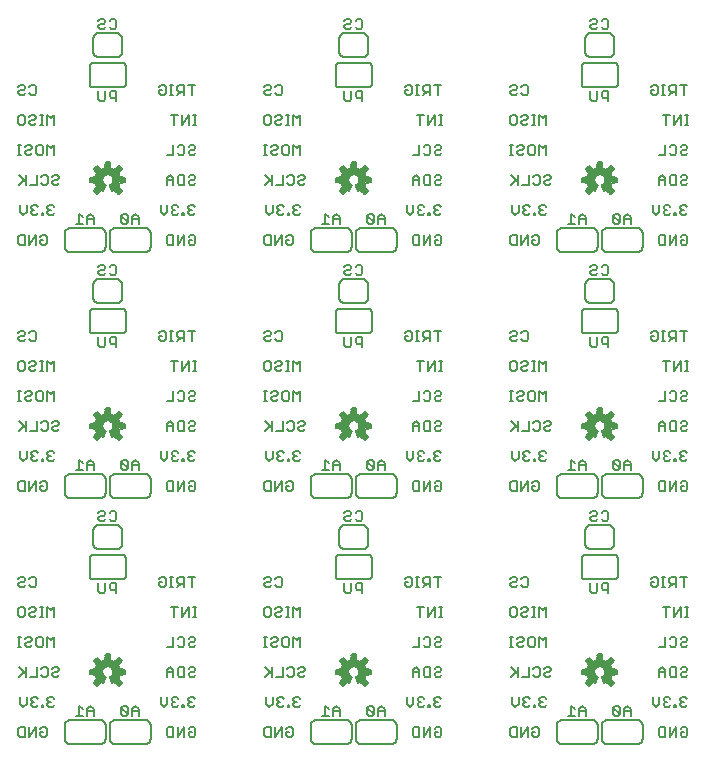
<source format=gbo>
G75*
%MOIN*%
%OFA0B0*%
%FSLAX25Y25*%
%IPPOS*%
%LPD*%
%AMOC8*
5,1,8,0,0,1.08239X$1,22.5*
%
%ADD10C,0.00600*%
%ADD11C,0.00591*%
D10*
X0015125Y0007927D02*
X0015125Y0010196D01*
X0015692Y0010763D01*
X0017394Y0010763D01*
X0017394Y0007360D01*
X0015692Y0007360D01*
X0015125Y0007927D01*
X0018808Y0007360D02*
X0018808Y0010763D01*
X0021077Y0010763D02*
X0018808Y0007360D01*
X0021077Y0007360D02*
X0021077Y0010763D01*
X0022491Y0010196D02*
X0023059Y0010763D01*
X0024193Y0010763D01*
X0024760Y0010196D01*
X0024760Y0007927D01*
X0024193Y0007360D01*
X0023059Y0007360D01*
X0022491Y0007927D01*
X0022491Y0009061D01*
X0023626Y0009061D01*
X0030760Y0011260D02*
X0030760Y0006860D01*
X0030762Y0006777D01*
X0030768Y0006694D01*
X0030777Y0006611D01*
X0030791Y0006529D01*
X0030808Y0006448D01*
X0030829Y0006367D01*
X0030853Y0006288D01*
X0030882Y0006210D01*
X0030913Y0006133D01*
X0030949Y0006058D01*
X0030987Y0005984D01*
X0031030Y0005912D01*
X0031075Y0005843D01*
X0031124Y0005775D01*
X0031175Y0005710D01*
X0031230Y0005647D01*
X0031287Y0005587D01*
X0031347Y0005530D01*
X0031410Y0005475D01*
X0031475Y0005424D01*
X0031543Y0005375D01*
X0031612Y0005330D01*
X0031684Y0005287D01*
X0031758Y0005249D01*
X0031833Y0005213D01*
X0031910Y0005182D01*
X0031988Y0005153D01*
X0032067Y0005129D01*
X0032148Y0005108D01*
X0032229Y0005091D01*
X0032311Y0005077D01*
X0032394Y0005068D01*
X0032477Y0005062D01*
X0032560Y0005060D01*
X0042560Y0005060D01*
X0042643Y0005062D01*
X0042726Y0005068D01*
X0042809Y0005077D01*
X0042891Y0005091D01*
X0042972Y0005108D01*
X0043053Y0005129D01*
X0043132Y0005153D01*
X0043210Y0005182D01*
X0043287Y0005213D01*
X0043362Y0005249D01*
X0043436Y0005287D01*
X0043508Y0005330D01*
X0043577Y0005375D01*
X0043645Y0005424D01*
X0043710Y0005475D01*
X0043773Y0005530D01*
X0043833Y0005587D01*
X0043890Y0005647D01*
X0043945Y0005710D01*
X0043996Y0005775D01*
X0044045Y0005843D01*
X0044090Y0005912D01*
X0044133Y0005984D01*
X0044171Y0006058D01*
X0044207Y0006133D01*
X0044238Y0006210D01*
X0044267Y0006288D01*
X0044291Y0006367D01*
X0044312Y0006448D01*
X0044329Y0006529D01*
X0044343Y0006611D01*
X0044352Y0006694D01*
X0044358Y0006777D01*
X0044360Y0006860D01*
X0044360Y0011260D01*
X0045760Y0011260D02*
X0045760Y0006860D01*
X0045762Y0006777D01*
X0045768Y0006694D01*
X0045777Y0006611D01*
X0045791Y0006529D01*
X0045808Y0006448D01*
X0045829Y0006367D01*
X0045853Y0006288D01*
X0045882Y0006210D01*
X0045913Y0006133D01*
X0045949Y0006058D01*
X0045987Y0005984D01*
X0046030Y0005912D01*
X0046075Y0005843D01*
X0046124Y0005775D01*
X0046175Y0005710D01*
X0046230Y0005647D01*
X0046287Y0005587D01*
X0046347Y0005530D01*
X0046410Y0005475D01*
X0046475Y0005424D01*
X0046543Y0005375D01*
X0046612Y0005330D01*
X0046684Y0005287D01*
X0046758Y0005249D01*
X0046833Y0005213D01*
X0046910Y0005182D01*
X0046988Y0005153D01*
X0047067Y0005129D01*
X0047148Y0005108D01*
X0047229Y0005091D01*
X0047311Y0005077D01*
X0047394Y0005068D01*
X0047477Y0005062D01*
X0047560Y0005060D01*
X0057560Y0005060D01*
X0057643Y0005062D01*
X0057726Y0005068D01*
X0057809Y0005077D01*
X0057891Y0005091D01*
X0057972Y0005108D01*
X0058053Y0005129D01*
X0058132Y0005153D01*
X0058210Y0005182D01*
X0058287Y0005213D01*
X0058362Y0005249D01*
X0058436Y0005287D01*
X0058508Y0005330D01*
X0058577Y0005375D01*
X0058645Y0005424D01*
X0058710Y0005475D01*
X0058773Y0005530D01*
X0058833Y0005587D01*
X0058890Y0005647D01*
X0058945Y0005710D01*
X0058996Y0005775D01*
X0059045Y0005843D01*
X0059090Y0005912D01*
X0059133Y0005984D01*
X0059171Y0006058D01*
X0059207Y0006133D01*
X0059238Y0006210D01*
X0059267Y0006288D01*
X0059291Y0006367D01*
X0059312Y0006448D01*
X0059329Y0006529D01*
X0059343Y0006611D01*
X0059352Y0006694D01*
X0059358Y0006777D01*
X0059360Y0006860D01*
X0059360Y0011260D01*
X0059358Y0011343D01*
X0059352Y0011426D01*
X0059343Y0011509D01*
X0059329Y0011591D01*
X0059312Y0011672D01*
X0059291Y0011753D01*
X0059267Y0011832D01*
X0059238Y0011910D01*
X0059207Y0011987D01*
X0059171Y0012062D01*
X0059133Y0012136D01*
X0059090Y0012208D01*
X0059045Y0012277D01*
X0058996Y0012345D01*
X0058945Y0012410D01*
X0058890Y0012473D01*
X0058833Y0012533D01*
X0058773Y0012590D01*
X0058710Y0012645D01*
X0058645Y0012696D01*
X0058577Y0012745D01*
X0058508Y0012790D01*
X0058436Y0012833D01*
X0058362Y0012871D01*
X0058287Y0012907D01*
X0058210Y0012938D01*
X0058132Y0012967D01*
X0058053Y0012991D01*
X0057972Y0013012D01*
X0057891Y0013029D01*
X0057809Y0013043D01*
X0057726Y0013052D01*
X0057643Y0013058D01*
X0057560Y0013060D01*
X0047560Y0013060D01*
X0047477Y0013058D01*
X0047394Y0013052D01*
X0047311Y0013043D01*
X0047229Y0013029D01*
X0047148Y0013012D01*
X0047067Y0012991D01*
X0046988Y0012967D01*
X0046910Y0012938D01*
X0046833Y0012907D01*
X0046758Y0012871D01*
X0046684Y0012833D01*
X0046612Y0012790D01*
X0046543Y0012745D01*
X0046475Y0012696D01*
X0046410Y0012645D01*
X0046347Y0012590D01*
X0046287Y0012533D01*
X0046230Y0012473D01*
X0046175Y0012410D01*
X0046124Y0012345D01*
X0046075Y0012277D01*
X0046030Y0012208D01*
X0045987Y0012136D01*
X0045949Y0012062D01*
X0045913Y0011987D01*
X0045882Y0011910D01*
X0045853Y0011832D01*
X0045829Y0011753D01*
X0045808Y0011672D01*
X0045791Y0011591D01*
X0045777Y0011509D01*
X0045768Y0011426D01*
X0045762Y0011343D01*
X0045760Y0011260D01*
X0044360Y0011260D02*
X0044358Y0011343D01*
X0044352Y0011426D01*
X0044343Y0011509D01*
X0044329Y0011591D01*
X0044312Y0011672D01*
X0044291Y0011753D01*
X0044267Y0011832D01*
X0044238Y0011910D01*
X0044207Y0011987D01*
X0044171Y0012062D01*
X0044133Y0012136D01*
X0044090Y0012208D01*
X0044045Y0012277D01*
X0043996Y0012345D01*
X0043945Y0012410D01*
X0043890Y0012473D01*
X0043833Y0012533D01*
X0043773Y0012590D01*
X0043710Y0012645D01*
X0043645Y0012696D01*
X0043577Y0012745D01*
X0043508Y0012790D01*
X0043436Y0012833D01*
X0043362Y0012871D01*
X0043287Y0012907D01*
X0043210Y0012938D01*
X0043132Y0012967D01*
X0043053Y0012991D01*
X0042972Y0013012D01*
X0042891Y0013029D01*
X0042809Y0013043D01*
X0042726Y0013052D01*
X0042643Y0013058D01*
X0042560Y0013060D01*
X0032560Y0013060D01*
X0032477Y0013058D01*
X0032394Y0013052D01*
X0032311Y0013043D01*
X0032229Y0013029D01*
X0032148Y0013012D01*
X0032067Y0012991D01*
X0031988Y0012967D01*
X0031910Y0012938D01*
X0031833Y0012907D01*
X0031758Y0012871D01*
X0031684Y0012833D01*
X0031612Y0012790D01*
X0031543Y0012745D01*
X0031475Y0012696D01*
X0031410Y0012645D01*
X0031347Y0012590D01*
X0031287Y0012533D01*
X0031230Y0012473D01*
X0031175Y0012410D01*
X0031124Y0012345D01*
X0031075Y0012277D01*
X0031030Y0012208D01*
X0030987Y0012136D01*
X0030949Y0012062D01*
X0030913Y0011987D01*
X0030882Y0011910D01*
X0030853Y0011832D01*
X0030829Y0011753D01*
X0030808Y0011672D01*
X0030791Y0011591D01*
X0030777Y0011509D01*
X0030768Y0011426D01*
X0030762Y0011343D01*
X0030760Y0011260D01*
X0034491Y0014360D02*
X0036760Y0014360D01*
X0035626Y0014360D02*
X0035626Y0017763D01*
X0036760Y0016629D01*
X0038175Y0016629D02*
X0038175Y0014360D01*
X0038175Y0016061D02*
X0040443Y0016061D01*
X0040443Y0016629D02*
X0039309Y0017763D01*
X0038175Y0016629D01*
X0040443Y0016629D02*
X0040443Y0014360D01*
X0049491Y0014927D02*
X0050059Y0014360D01*
X0051193Y0014360D01*
X0051760Y0014927D01*
X0049491Y0017196D01*
X0049491Y0014927D01*
X0049491Y0017196D02*
X0050059Y0017763D01*
X0051193Y0017763D01*
X0051760Y0017196D01*
X0051760Y0014927D01*
X0053175Y0014360D02*
X0053175Y0016629D01*
X0054309Y0017763D01*
X0055443Y0016629D01*
X0055443Y0014360D01*
X0055443Y0016061D02*
X0053175Y0016061D01*
X0062675Y0018494D02*
X0063809Y0017360D01*
X0064943Y0018494D01*
X0064943Y0020763D01*
X0066358Y0020196D02*
X0066358Y0019629D01*
X0066925Y0019061D01*
X0066358Y0018494D01*
X0066358Y0017927D01*
X0066925Y0017360D01*
X0068059Y0017360D01*
X0068626Y0017927D01*
X0069901Y0017927D02*
X0069901Y0017360D01*
X0070468Y0017360D01*
X0070468Y0017927D01*
X0069901Y0017927D01*
X0071882Y0017927D02*
X0072450Y0017360D01*
X0073584Y0017360D01*
X0074151Y0017927D01*
X0073017Y0019061D02*
X0072450Y0019061D01*
X0071882Y0018494D01*
X0071882Y0017927D01*
X0072450Y0019061D02*
X0071882Y0019629D01*
X0071882Y0020196D01*
X0072450Y0020763D01*
X0073584Y0020763D01*
X0074151Y0020196D01*
X0068626Y0020196D02*
X0068059Y0020763D01*
X0066925Y0020763D01*
X0066358Y0020196D01*
X0066925Y0019061D02*
X0067492Y0019061D01*
X0062675Y0018494D02*
X0062675Y0020763D01*
X0064675Y0027360D02*
X0064675Y0029629D01*
X0065809Y0030763D01*
X0066943Y0029629D01*
X0066943Y0027360D01*
X0068358Y0027927D02*
X0068925Y0027360D01*
X0070626Y0027360D01*
X0070626Y0030763D01*
X0068925Y0030763D01*
X0068358Y0030196D01*
X0068358Y0027927D01*
X0066943Y0029061D02*
X0064675Y0029061D01*
X0072041Y0028494D02*
X0072041Y0027927D01*
X0072608Y0027360D01*
X0073742Y0027360D01*
X0074309Y0027927D01*
X0073742Y0029061D02*
X0072608Y0029061D01*
X0072041Y0028494D01*
X0072041Y0030196D02*
X0072608Y0030763D01*
X0073742Y0030763D01*
X0074309Y0030196D01*
X0074309Y0029629D01*
X0073742Y0029061D01*
X0073742Y0037360D02*
X0074309Y0037927D01*
X0073742Y0037360D02*
X0072608Y0037360D01*
X0072041Y0037927D01*
X0072041Y0038494D01*
X0072608Y0039061D01*
X0073742Y0039061D01*
X0074309Y0039629D01*
X0074309Y0040196D01*
X0073742Y0040763D01*
X0072608Y0040763D01*
X0072041Y0040196D01*
X0070626Y0040196D02*
X0070626Y0037927D01*
X0070059Y0037360D01*
X0068925Y0037360D01*
X0068358Y0037927D01*
X0066943Y0037360D02*
X0064675Y0037360D01*
X0066943Y0037360D02*
X0066943Y0040763D01*
X0068358Y0040196D02*
X0068925Y0040763D01*
X0070059Y0040763D01*
X0070626Y0040196D01*
X0069858Y0047360D02*
X0069858Y0050763D01*
X0068443Y0050763D02*
X0066175Y0050763D01*
X0067309Y0050763D02*
X0067309Y0047360D01*
X0069858Y0047360D02*
X0072126Y0050763D01*
X0072126Y0047360D01*
X0073447Y0047360D02*
X0074582Y0047360D01*
X0074015Y0047360D02*
X0074015Y0050763D01*
X0074582Y0050763D02*
X0073447Y0050763D01*
X0073131Y0057360D02*
X0073131Y0060763D01*
X0074265Y0060763D02*
X0071996Y0060763D01*
X0070582Y0060763D02*
X0068880Y0060763D01*
X0068313Y0060196D01*
X0068313Y0059061D01*
X0068880Y0058494D01*
X0070582Y0058494D01*
X0070582Y0057360D02*
X0070582Y0060763D01*
X0069447Y0058494D02*
X0068313Y0057360D01*
X0066899Y0057360D02*
X0065764Y0057360D01*
X0066331Y0057360D02*
X0066331Y0060763D01*
X0065764Y0060763D02*
X0066899Y0060763D01*
X0064443Y0060196D02*
X0064443Y0057927D01*
X0063876Y0057360D01*
X0062742Y0057360D01*
X0062175Y0057927D01*
X0062175Y0059061D01*
X0063309Y0059061D01*
X0064443Y0060196D02*
X0063876Y0060763D01*
X0062742Y0060763D01*
X0062175Y0060196D01*
X0051060Y0061060D02*
X0051060Y0067060D01*
X0051058Y0067120D01*
X0051053Y0067181D01*
X0051044Y0067240D01*
X0051031Y0067299D01*
X0051015Y0067358D01*
X0050995Y0067415D01*
X0050972Y0067470D01*
X0050945Y0067525D01*
X0050916Y0067577D01*
X0050883Y0067628D01*
X0050847Y0067677D01*
X0050809Y0067723D01*
X0050767Y0067767D01*
X0050723Y0067809D01*
X0050677Y0067847D01*
X0050628Y0067883D01*
X0050577Y0067916D01*
X0050525Y0067945D01*
X0050470Y0067972D01*
X0050415Y0067995D01*
X0050358Y0068015D01*
X0050299Y0068031D01*
X0050240Y0068044D01*
X0050181Y0068053D01*
X0050120Y0068058D01*
X0050060Y0068060D01*
X0040060Y0068060D01*
X0040000Y0068058D01*
X0039939Y0068053D01*
X0039880Y0068044D01*
X0039821Y0068031D01*
X0039762Y0068015D01*
X0039705Y0067995D01*
X0039650Y0067972D01*
X0039595Y0067945D01*
X0039543Y0067916D01*
X0039492Y0067883D01*
X0039443Y0067847D01*
X0039397Y0067809D01*
X0039353Y0067767D01*
X0039311Y0067723D01*
X0039273Y0067677D01*
X0039237Y0067628D01*
X0039204Y0067577D01*
X0039175Y0067525D01*
X0039148Y0067470D01*
X0039125Y0067415D01*
X0039105Y0067358D01*
X0039089Y0067299D01*
X0039076Y0067240D01*
X0039067Y0067181D01*
X0039062Y0067120D01*
X0039060Y0067060D01*
X0039060Y0061060D01*
X0039062Y0061000D01*
X0039067Y0060939D01*
X0039076Y0060880D01*
X0039089Y0060821D01*
X0039105Y0060762D01*
X0039125Y0060705D01*
X0039148Y0060650D01*
X0039175Y0060595D01*
X0039204Y0060543D01*
X0039237Y0060492D01*
X0039273Y0060443D01*
X0039311Y0060397D01*
X0039353Y0060353D01*
X0039397Y0060311D01*
X0039443Y0060273D01*
X0039492Y0060237D01*
X0039543Y0060204D01*
X0039595Y0060175D01*
X0039650Y0060148D01*
X0039705Y0060125D01*
X0039762Y0060105D01*
X0039821Y0060089D01*
X0039880Y0060076D01*
X0039939Y0060067D01*
X0040000Y0060062D01*
X0040060Y0060060D01*
X0050060Y0060060D01*
X0050120Y0060062D01*
X0050181Y0060067D01*
X0050240Y0060076D01*
X0050299Y0060089D01*
X0050358Y0060105D01*
X0050415Y0060125D01*
X0050470Y0060148D01*
X0050525Y0060175D01*
X0050577Y0060204D01*
X0050628Y0060237D01*
X0050677Y0060273D01*
X0050723Y0060311D01*
X0050767Y0060353D01*
X0050809Y0060397D01*
X0050847Y0060443D01*
X0050883Y0060492D01*
X0050916Y0060543D01*
X0050945Y0060595D01*
X0050972Y0060650D01*
X0050995Y0060705D01*
X0051015Y0060762D01*
X0051031Y0060821D01*
X0051044Y0060880D01*
X0051053Y0060939D01*
X0051058Y0061000D01*
X0051060Y0061060D01*
X0047943Y0058763D02*
X0046242Y0058763D01*
X0045675Y0058196D01*
X0045675Y0057061D01*
X0046242Y0056494D01*
X0047943Y0056494D01*
X0047943Y0055360D02*
X0047943Y0058763D01*
X0044260Y0058763D02*
X0044260Y0055927D01*
X0043693Y0055360D01*
X0042559Y0055360D01*
X0041991Y0055927D01*
X0041991Y0058763D01*
X0042060Y0070060D02*
X0048060Y0070060D01*
X0048143Y0070062D01*
X0048226Y0070068D01*
X0048309Y0070077D01*
X0048391Y0070091D01*
X0048472Y0070108D01*
X0048553Y0070129D01*
X0048632Y0070153D01*
X0048710Y0070182D01*
X0048787Y0070213D01*
X0048862Y0070249D01*
X0048936Y0070287D01*
X0049008Y0070330D01*
X0049077Y0070375D01*
X0049145Y0070424D01*
X0049210Y0070475D01*
X0049273Y0070530D01*
X0049333Y0070587D01*
X0049390Y0070647D01*
X0049445Y0070710D01*
X0049496Y0070775D01*
X0049545Y0070843D01*
X0049590Y0070912D01*
X0049633Y0070984D01*
X0049671Y0071058D01*
X0049707Y0071133D01*
X0049738Y0071210D01*
X0049767Y0071288D01*
X0049791Y0071367D01*
X0049812Y0071448D01*
X0049829Y0071529D01*
X0049843Y0071611D01*
X0049852Y0071694D01*
X0049858Y0071777D01*
X0049860Y0071860D01*
X0049860Y0076260D01*
X0049858Y0076343D01*
X0049852Y0076426D01*
X0049843Y0076509D01*
X0049829Y0076591D01*
X0049812Y0076672D01*
X0049791Y0076753D01*
X0049767Y0076832D01*
X0049738Y0076910D01*
X0049707Y0076987D01*
X0049671Y0077062D01*
X0049633Y0077136D01*
X0049590Y0077208D01*
X0049545Y0077277D01*
X0049496Y0077345D01*
X0049445Y0077410D01*
X0049390Y0077473D01*
X0049333Y0077533D01*
X0049273Y0077590D01*
X0049210Y0077645D01*
X0049145Y0077696D01*
X0049077Y0077745D01*
X0049008Y0077790D01*
X0048936Y0077833D01*
X0048862Y0077871D01*
X0048787Y0077907D01*
X0048710Y0077938D01*
X0048632Y0077967D01*
X0048553Y0077991D01*
X0048472Y0078012D01*
X0048391Y0078029D01*
X0048309Y0078043D01*
X0048226Y0078052D01*
X0048143Y0078058D01*
X0048060Y0078060D01*
X0042060Y0078060D01*
X0042559Y0079360D02*
X0043693Y0079360D01*
X0044260Y0079927D01*
X0043693Y0081061D02*
X0042559Y0081061D01*
X0041991Y0080494D01*
X0041991Y0079927D01*
X0042559Y0079360D01*
X0043693Y0081061D02*
X0044260Y0081629D01*
X0044260Y0082196D01*
X0043693Y0082763D01*
X0042559Y0082763D01*
X0041991Y0082196D01*
X0045675Y0082196D02*
X0046242Y0082763D01*
X0047376Y0082763D01*
X0047943Y0082196D01*
X0047943Y0079927D01*
X0047376Y0079360D01*
X0046242Y0079360D01*
X0045675Y0079927D01*
X0042060Y0078060D02*
X0041977Y0078058D01*
X0041894Y0078052D01*
X0041811Y0078043D01*
X0041729Y0078029D01*
X0041648Y0078012D01*
X0041567Y0077991D01*
X0041488Y0077967D01*
X0041410Y0077938D01*
X0041333Y0077907D01*
X0041258Y0077871D01*
X0041184Y0077833D01*
X0041112Y0077790D01*
X0041043Y0077745D01*
X0040975Y0077696D01*
X0040910Y0077645D01*
X0040847Y0077590D01*
X0040787Y0077533D01*
X0040730Y0077473D01*
X0040675Y0077410D01*
X0040624Y0077345D01*
X0040575Y0077277D01*
X0040530Y0077208D01*
X0040487Y0077136D01*
X0040449Y0077062D01*
X0040413Y0076987D01*
X0040382Y0076910D01*
X0040353Y0076832D01*
X0040329Y0076753D01*
X0040308Y0076672D01*
X0040291Y0076591D01*
X0040277Y0076509D01*
X0040268Y0076426D01*
X0040262Y0076343D01*
X0040260Y0076260D01*
X0040260Y0071860D01*
X0040262Y0071777D01*
X0040268Y0071694D01*
X0040277Y0071611D01*
X0040291Y0071529D01*
X0040308Y0071448D01*
X0040329Y0071367D01*
X0040353Y0071288D01*
X0040382Y0071210D01*
X0040413Y0071133D01*
X0040449Y0071058D01*
X0040487Y0070984D01*
X0040530Y0070912D01*
X0040575Y0070843D01*
X0040624Y0070775D01*
X0040675Y0070710D01*
X0040730Y0070647D01*
X0040787Y0070587D01*
X0040847Y0070530D01*
X0040910Y0070475D01*
X0040975Y0070424D01*
X0041043Y0070375D01*
X0041112Y0070330D01*
X0041184Y0070287D01*
X0041258Y0070249D01*
X0041333Y0070213D01*
X0041410Y0070182D01*
X0041488Y0070153D01*
X0041567Y0070129D01*
X0041648Y0070108D01*
X0041729Y0070091D01*
X0041811Y0070077D01*
X0041894Y0070068D01*
X0041977Y0070062D01*
X0042060Y0070060D01*
X0042560Y0087060D02*
X0032560Y0087060D01*
X0032477Y0087062D01*
X0032394Y0087068D01*
X0032311Y0087077D01*
X0032229Y0087091D01*
X0032148Y0087108D01*
X0032067Y0087129D01*
X0031988Y0087153D01*
X0031910Y0087182D01*
X0031833Y0087213D01*
X0031758Y0087249D01*
X0031684Y0087287D01*
X0031612Y0087330D01*
X0031543Y0087375D01*
X0031475Y0087424D01*
X0031410Y0087475D01*
X0031347Y0087530D01*
X0031287Y0087587D01*
X0031230Y0087647D01*
X0031175Y0087710D01*
X0031124Y0087775D01*
X0031075Y0087843D01*
X0031030Y0087912D01*
X0030987Y0087984D01*
X0030949Y0088058D01*
X0030913Y0088133D01*
X0030882Y0088210D01*
X0030853Y0088288D01*
X0030829Y0088367D01*
X0030808Y0088448D01*
X0030791Y0088529D01*
X0030777Y0088611D01*
X0030768Y0088694D01*
X0030762Y0088777D01*
X0030760Y0088860D01*
X0030760Y0093260D01*
X0030762Y0093343D01*
X0030768Y0093426D01*
X0030777Y0093509D01*
X0030791Y0093591D01*
X0030808Y0093672D01*
X0030829Y0093753D01*
X0030853Y0093832D01*
X0030882Y0093910D01*
X0030913Y0093987D01*
X0030949Y0094062D01*
X0030987Y0094136D01*
X0031030Y0094208D01*
X0031075Y0094277D01*
X0031124Y0094345D01*
X0031175Y0094410D01*
X0031230Y0094473D01*
X0031287Y0094533D01*
X0031347Y0094590D01*
X0031410Y0094645D01*
X0031475Y0094696D01*
X0031543Y0094745D01*
X0031612Y0094790D01*
X0031684Y0094833D01*
X0031758Y0094871D01*
X0031833Y0094907D01*
X0031910Y0094938D01*
X0031988Y0094967D01*
X0032067Y0094991D01*
X0032148Y0095012D01*
X0032229Y0095029D01*
X0032311Y0095043D01*
X0032394Y0095052D01*
X0032477Y0095058D01*
X0032560Y0095060D01*
X0042560Y0095060D01*
X0042643Y0095058D01*
X0042726Y0095052D01*
X0042809Y0095043D01*
X0042891Y0095029D01*
X0042972Y0095012D01*
X0043053Y0094991D01*
X0043132Y0094967D01*
X0043210Y0094938D01*
X0043287Y0094907D01*
X0043362Y0094871D01*
X0043436Y0094833D01*
X0043508Y0094790D01*
X0043577Y0094745D01*
X0043645Y0094696D01*
X0043710Y0094645D01*
X0043773Y0094590D01*
X0043833Y0094533D01*
X0043890Y0094473D01*
X0043945Y0094410D01*
X0043996Y0094345D01*
X0044045Y0094277D01*
X0044090Y0094208D01*
X0044133Y0094136D01*
X0044171Y0094062D01*
X0044207Y0093987D01*
X0044238Y0093910D01*
X0044267Y0093832D01*
X0044291Y0093753D01*
X0044312Y0093672D01*
X0044329Y0093591D01*
X0044343Y0093509D01*
X0044352Y0093426D01*
X0044358Y0093343D01*
X0044360Y0093260D01*
X0044360Y0088860D01*
X0045760Y0088860D02*
X0045760Y0093260D01*
X0045762Y0093343D01*
X0045768Y0093426D01*
X0045777Y0093509D01*
X0045791Y0093591D01*
X0045808Y0093672D01*
X0045829Y0093753D01*
X0045853Y0093832D01*
X0045882Y0093910D01*
X0045913Y0093987D01*
X0045949Y0094062D01*
X0045987Y0094136D01*
X0046030Y0094208D01*
X0046075Y0094277D01*
X0046124Y0094345D01*
X0046175Y0094410D01*
X0046230Y0094473D01*
X0046287Y0094533D01*
X0046347Y0094590D01*
X0046410Y0094645D01*
X0046475Y0094696D01*
X0046543Y0094745D01*
X0046612Y0094790D01*
X0046684Y0094833D01*
X0046758Y0094871D01*
X0046833Y0094907D01*
X0046910Y0094938D01*
X0046988Y0094967D01*
X0047067Y0094991D01*
X0047148Y0095012D01*
X0047229Y0095029D01*
X0047311Y0095043D01*
X0047394Y0095052D01*
X0047477Y0095058D01*
X0047560Y0095060D01*
X0057560Y0095060D01*
X0057643Y0095058D01*
X0057726Y0095052D01*
X0057809Y0095043D01*
X0057891Y0095029D01*
X0057972Y0095012D01*
X0058053Y0094991D01*
X0058132Y0094967D01*
X0058210Y0094938D01*
X0058287Y0094907D01*
X0058362Y0094871D01*
X0058436Y0094833D01*
X0058508Y0094790D01*
X0058577Y0094745D01*
X0058645Y0094696D01*
X0058710Y0094645D01*
X0058773Y0094590D01*
X0058833Y0094533D01*
X0058890Y0094473D01*
X0058945Y0094410D01*
X0058996Y0094345D01*
X0059045Y0094277D01*
X0059090Y0094208D01*
X0059133Y0094136D01*
X0059171Y0094062D01*
X0059207Y0093987D01*
X0059238Y0093910D01*
X0059267Y0093832D01*
X0059291Y0093753D01*
X0059312Y0093672D01*
X0059329Y0093591D01*
X0059343Y0093509D01*
X0059352Y0093426D01*
X0059358Y0093343D01*
X0059360Y0093260D01*
X0059360Y0088860D01*
X0059358Y0088777D01*
X0059352Y0088694D01*
X0059343Y0088611D01*
X0059329Y0088529D01*
X0059312Y0088448D01*
X0059291Y0088367D01*
X0059267Y0088288D01*
X0059238Y0088210D01*
X0059207Y0088133D01*
X0059171Y0088058D01*
X0059133Y0087984D01*
X0059090Y0087912D01*
X0059045Y0087843D01*
X0058996Y0087775D01*
X0058945Y0087710D01*
X0058890Y0087647D01*
X0058833Y0087587D01*
X0058773Y0087530D01*
X0058710Y0087475D01*
X0058645Y0087424D01*
X0058577Y0087375D01*
X0058508Y0087330D01*
X0058436Y0087287D01*
X0058362Y0087249D01*
X0058287Y0087213D01*
X0058210Y0087182D01*
X0058132Y0087153D01*
X0058053Y0087129D01*
X0057972Y0087108D01*
X0057891Y0087091D01*
X0057809Y0087077D01*
X0057726Y0087068D01*
X0057643Y0087062D01*
X0057560Y0087060D01*
X0047560Y0087060D01*
X0047477Y0087062D01*
X0047394Y0087068D01*
X0047311Y0087077D01*
X0047229Y0087091D01*
X0047148Y0087108D01*
X0047067Y0087129D01*
X0046988Y0087153D01*
X0046910Y0087182D01*
X0046833Y0087213D01*
X0046758Y0087249D01*
X0046684Y0087287D01*
X0046612Y0087330D01*
X0046543Y0087375D01*
X0046475Y0087424D01*
X0046410Y0087475D01*
X0046347Y0087530D01*
X0046287Y0087587D01*
X0046230Y0087647D01*
X0046175Y0087710D01*
X0046124Y0087775D01*
X0046075Y0087843D01*
X0046030Y0087912D01*
X0045987Y0087984D01*
X0045949Y0088058D01*
X0045913Y0088133D01*
X0045882Y0088210D01*
X0045853Y0088288D01*
X0045829Y0088367D01*
X0045808Y0088448D01*
X0045791Y0088529D01*
X0045777Y0088611D01*
X0045768Y0088694D01*
X0045762Y0088777D01*
X0045760Y0088860D01*
X0044360Y0088860D02*
X0044358Y0088777D01*
X0044352Y0088694D01*
X0044343Y0088611D01*
X0044329Y0088529D01*
X0044312Y0088448D01*
X0044291Y0088367D01*
X0044267Y0088288D01*
X0044238Y0088210D01*
X0044207Y0088133D01*
X0044171Y0088058D01*
X0044133Y0087984D01*
X0044090Y0087912D01*
X0044045Y0087843D01*
X0043996Y0087775D01*
X0043945Y0087710D01*
X0043890Y0087647D01*
X0043833Y0087587D01*
X0043773Y0087530D01*
X0043710Y0087475D01*
X0043645Y0087424D01*
X0043577Y0087375D01*
X0043508Y0087330D01*
X0043436Y0087287D01*
X0043362Y0087249D01*
X0043287Y0087213D01*
X0043210Y0087182D01*
X0043132Y0087153D01*
X0043053Y0087129D01*
X0042972Y0087108D01*
X0042891Y0087091D01*
X0042809Y0087077D01*
X0042726Y0087068D01*
X0042643Y0087062D01*
X0042560Y0087060D01*
X0040443Y0096360D02*
X0040443Y0098629D01*
X0039309Y0099763D01*
X0038175Y0098629D01*
X0038175Y0096360D01*
X0036760Y0096360D02*
X0034491Y0096360D01*
X0035626Y0096360D02*
X0035626Y0099763D01*
X0036760Y0098629D01*
X0038175Y0098061D02*
X0040443Y0098061D01*
X0049491Y0096927D02*
X0050059Y0096360D01*
X0051193Y0096360D01*
X0051760Y0096927D01*
X0049491Y0099196D01*
X0049491Y0096927D01*
X0049491Y0099196D02*
X0050059Y0099763D01*
X0051193Y0099763D01*
X0051760Y0099196D01*
X0051760Y0096927D01*
X0053175Y0096360D02*
X0053175Y0098629D01*
X0054309Y0099763D01*
X0055443Y0098629D01*
X0055443Y0096360D01*
X0055443Y0098061D02*
X0053175Y0098061D01*
X0062675Y0100494D02*
X0063809Y0099360D01*
X0064943Y0100494D01*
X0064943Y0102763D01*
X0066358Y0102196D02*
X0066358Y0101629D01*
X0066925Y0101061D01*
X0066358Y0100494D01*
X0066358Y0099927D01*
X0066925Y0099360D01*
X0068059Y0099360D01*
X0068626Y0099927D01*
X0069901Y0099927D02*
X0069901Y0099360D01*
X0070468Y0099360D01*
X0070468Y0099927D01*
X0069901Y0099927D01*
X0071882Y0099927D02*
X0072450Y0099360D01*
X0073584Y0099360D01*
X0074151Y0099927D01*
X0073017Y0101061D02*
X0072450Y0101061D01*
X0071882Y0100494D01*
X0071882Y0099927D01*
X0072450Y0101061D02*
X0071882Y0101629D01*
X0071882Y0102196D01*
X0072450Y0102763D01*
X0073584Y0102763D01*
X0074151Y0102196D01*
X0068626Y0102196D02*
X0068059Y0102763D01*
X0066925Y0102763D01*
X0066358Y0102196D01*
X0066925Y0101061D02*
X0067492Y0101061D01*
X0062675Y0100494D02*
X0062675Y0102763D01*
X0064675Y0109360D02*
X0064675Y0111629D01*
X0065809Y0112763D01*
X0066943Y0111629D01*
X0066943Y0109360D01*
X0068358Y0109927D02*
X0068358Y0112196D01*
X0068925Y0112763D01*
X0070626Y0112763D01*
X0070626Y0109360D01*
X0068925Y0109360D01*
X0068358Y0109927D01*
X0066943Y0111061D02*
X0064675Y0111061D01*
X0072041Y0110494D02*
X0072041Y0109927D01*
X0072608Y0109360D01*
X0073742Y0109360D01*
X0074309Y0109927D01*
X0073742Y0111061D02*
X0072608Y0111061D01*
X0072041Y0110494D01*
X0072041Y0112196D02*
X0072608Y0112763D01*
X0073742Y0112763D01*
X0074309Y0112196D01*
X0074309Y0111629D01*
X0073742Y0111061D01*
X0073742Y0119360D02*
X0074309Y0119927D01*
X0073742Y0119360D02*
X0072608Y0119360D01*
X0072041Y0119927D01*
X0072041Y0120494D01*
X0072608Y0121061D01*
X0073742Y0121061D01*
X0074309Y0121629D01*
X0074309Y0122196D01*
X0073742Y0122763D01*
X0072608Y0122763D01*
X0072041Y0122196D01*
X0070626Y0122196D02*
X0070626Y0119927D01*
X0070059Y0119360D01*
X0068925Y0119360D01*
X0068358Y0119927D01*
X0066943Y0119360D02*
X0064675Y0119360D01*
X0066943Y0119360D02*
X0066943Y0122763D01*
X0068358Y0122196D02*
X0068925Y0122763D01*
X0070059Y0122763D01*
X0070626Y0122196D01*
X0069858Y0129360D02*
X0069858Y0132763D01*
X0068443Y0132763D02*
X0066175Y0132763D01*
X0067309Y0132763D02*
X0067309Y0129360D01*
X0069858Y0129360D02*
X0072126Y0132763D01*
X0072126Y0129360D01*
X0073447Y0129360D02*
X0074582Y0129360D01*
X0074015Y0129360D02*
X0074015Y0132763D01*
X0074582Y0132763D02*
X0073447Y0132763D01*
X0073131Y0139360D02*
X0073131Y0142763D01*
X0074265Y0142763D02*
X0071996Y0142763D01*
X0070582Y0142763D02*
X0068880Y0142763D01*
X0068313Y0142196D01*
X0068313Y0141061D01*
X0068880Y0140494D01*
X0070582Y0140494D01*
X0070582Y0139360D02*
X0070582Y0142763D01*
X0069447Y0140494D02*
X0068313Y0139360D01*
X0066899Y0139360D02*
X0065764Y0139360D01*
X0066331Y0139360D02*
X0066331Y0142763D01*
X0065764Y0142763D02*
X0066899Y0142763D01*
X0064443Y0142196D02*
X0064443Y0139927D01*
X0063876Y0139360D01*
X0062742Y0139360D01*
X0062175Y0139927D01*
X0062175Y0141061D01*
X0063309Y0141061D01*
X0064443Y0142196D02*
X0063876Y0142763D01*
X0062742Y0142763D01*
X0062175Y0142196D01*
X0051060Y0143060D02*
X0051060Y0149060D01*
X0051058Y0149120D01*
X0051053Y0149181D01*
X0051044Y0149240D01*
X0051031Y0149299D01*
X0051015Y0149358D01*
X0050995Y0149415D01*
X0050972Y0149470D01*
X0050945Y0149525D01*
X0050916Y0149577D01*
X0050883Y0149628D01*
X0050847Y0149677D01*
X0050809Y0149723D01*
X0050767Y0149767D01*
X0050723Y0149809D01*
X0050677Y0149847D01*
X0050628Y0149883D01*
X0050577Y0149916D01*
X0050525Y0149945D01*
X0050470Y0149972D01*
X0050415Y0149995D01*
X0050358Y0150015D01*
X0050299Y0150031D01*
X0050240Y0150044D01*
X0050181Y0150053D01*
X0050120Y0150058D01*
X0050060Y0150060D01*
X0040060Y0150060D01*
X0040000Y0150058D01*
X0039939Y0150053D01*
X0039880Y0150044D01*
X0039821Y0150031D01*
X0039762Y0150015D01*
X0039705Y0149995D01*
X0039650Y0149972D01*
X0039595Y0149945D01*
X0039543Y0149916D01*
X0039492Y0149883D01*
X0039443Y0149847D01*
X0039397Y0149809D01*
X0039353Y0149767D01*
X0039311Y0149723D01*
X0039273Y0149677D01*
X0039237Y0149628D01*
X0039204Y0149577D01*
X0039175Y0149525D01*
X0039148Y0149470D01*
X0039125Y0149415D01*
X0039105Y0149358D01*
X0039089Y0149299D01*
X0039076Y0149240D01*
X0039067Y0149181D01*
X0039062Y0149120D01*
X0039060Y0149060D01*
X0039060Y0143060D01*
X0039062Y0143000D01*
X0039067Y0142939D01*
X0039076Y0142880D01*
X0039089Y0142821D01*
X0039105Y0142762D01*
X0039125Y0142705D01*
X0039148Y0142650D01*
X0039175Y0142595D01*
X0039204Y0142543D01*
X0039237Y0142492D01*
X0039273Y0142443D01*
X0039311Y0142397D01*
X0039353Y0142353D01*
X0039397Y0142311D01*
X0039443Y0142273D01*
X0039492Y0142237D01*
X0039543Y0142204D01*
X0039595Y0142175D01*
X0039650Y0142148D01*
X0039705Y0142125D01*
X0039762Y0142105D01*
X0039821Y0142089D01*
X0039880Y0142076D01*
X0039939Y0142067D01*
X0040000Y0142062D01*
X0040060Y0142060D01*
X0050060Y0142060D01*
X0050120Y0142062D01*
X0050181Y0142067D01*
X0050240Y0142076D01*
X0050299Y0142089D01*
X0050358Y0142105D01*
X0050415Y0142125D01*
X0050470Y0142148D01*
X0050525Y0142175D01*
X0050577Y0142204D01*
X0050628Y0142237D01*
X0050677Y0142273D01*
X0050723Y0142311D01*
X0050767Y0142353D01*
X0050809Y0142397D01*
X0050847Y0142443D01*
X0050883Y0142492D01*
X0050916Y0142543D01*
X0050945Y0142595D01*
X0050972Y0142650D01*
X0050995Y0142705D01*
X0051015Y0142762D01*
X0051031Y0142821D01*
X0051044Y0142880D01*
X0051053Y0142939D01*
X0051058Y0143000D01*
X0051060Y0143060D01*
X0047943Y0140763D02*
X0046242Y0140763D01*
X0045675Y0140196D01*
X0045675Y0139061D01*
X0046242Y0138494D01*
X0047943Y0138494D01*
X0047943Y0137360D02*
X0047943Y0140763D01*
X0044260Y0140763D02*
X0044260Y0137927D01*
X0043693Y0137360D01*
X0042559Y0137360D01*
X0041991Y0137927D01*
X0041991Y0140763D01*
X0042060Y0152060D02*
X0048060Y0152060D01*
X0048143Y0152062D01*
X0048226Y0152068D01*
X0048309Y0152077D01*
X0048391Y0152091D01*
X0048472Y0152108D01*
X0048553Y0152129D01*
X0048632Y0152153D01*
X0048710Y0152182D01*
X0048787Y0152213D01*
X0048862Y0152249D01*
X0048936Y0152287D01*
X0049008Y0152330D01*
X0049077Y0152375D01*
X0049145Y0152424D01*
X0049210Y0152475D01*
X0049273Y0152530D01*
X0049333Y0152587D01*
X0049390Y0152647D01*
X0049445Y0152710D01*
X0049496Y0152775D01*
X0049545Y0152843D01*
X0049590Y0152912D01*
X0049633Y0152984D01*
X0049671Y0153058D01*
X0049707Y0153133D01*
X0049738Y0153210D01*
X0049767Y0153288D01*
X0049791Y0153367D01*
X0049812Y0153448D01*
X0049829Y0153529D01*
X0049843Y0153611D01*
X0049852Y0153694D01*
X0049858Y0153777D01*
X0049860Y0153860D01*
X0049860Y0158260D01*
X0049858Y0158343D01*
X0049852Y0158426D01*
X0049843Y0158509D01*
X0049829Y0158591D01*
X0049812Y0158672D01*
X0049791Y0158753D01*
X0049767Y0158832D01*
X0049738Y0158910D01*
X0049707Y0158987D01*
X0049671Y0159062D01*
X0049633Y0159136D01*
X0049590Y0159208D01*
X0049545Y0159277D01*
X0049496Y0159345D01*
X0049445Y0159410D01*
X0049390Y0159473D01*
X0049333Y0159533D01*
X0049273Y0159590D01*
X0049210Y0159645D01*
X0049145Y0159696D01*
X0049077Y0159745D01*
X0049008Y0159790D01*
X0048936Y0159833D01*
X0048862Y0159871D01*
X0048787Y0159907D01*
X0048710Y0159938D01*
X0048632Y0159967D01*
X0048553Y0159991D01*
X0048472Y0160012D01*
X0048391Y0160029D01*
X0048309Y0160043D01*
X0048226Y0160052D01*
X0048143Y0160058D01*
X0048060Y0160060D01*
X0042060Y0160060D01*
X0042559Y0161360D02*
X0043693Y0161360D01*
X0044260Y0161927D01*
X0043693Y0163061D02*
X0042559Y0163061D01*
X0041991Y0162494D01*
X0041991Y0161927D01*
X0042559Y0161360D01*
X0043693Y0163061D02*
X0044260Y0163629D01*
X0044260Y0164196D01*
X0043693Y0164763D01*
X0042559Y0164763D01*
X0041991Y0164196D01*
X0045675Y0164196D02*
X0046242Y0164763D01*
X0047376Y0164763D01*
X0047943Y0164196D01*
X0047943Y0161927D01*
X0047376Y0161360D01*
X0046242Y0161360D01*
X0045675Y0161927D01*
X0042060Y0160060D02*
X0041977Y0160058D01*
X0041894Y0160052D01*
X0041811Y0160043D01*
X0041729Y0160029D01*
X0041648Y0160012D01*
X0041567Y0159991D01*
X0041488Y0159967D01*
X0041410Y0159938D01*
X0041333Y0159907D01*
X0041258Y0159871D01*
X0041184Y0159833D01*
X0041112Y0159790D01*
X0041043Y0159745D01*
X0040975Y0159696D01*
X0040910Y0159645D01*
X0040847Y0159590D01*
X0040787Y0159533D01*
X0040730Y0159473D01*
X0040675Y0159410D01*
X0040624Y0159345D01*
X0040575Y0159277D01*
X0040530Y0159208D01*
X0040487Y0159136D01*
X0040449Y0159062D01*
X0040413Y0158987D01*
X0040382Y0158910D01*
X0040353Y0158832D01*
X0040329Y0158753D01*
X0040308Y0158672D01*
X0040291Y0158591D01*
X0040277Y0158509D01*
X0040268Y0158426D01*
X0040262Y0158343D01*
X0040260Y0158260D01*
X0040260Y0153860D01*
X0040262Y0153777D01*
X0040268Y0153694D01*
X0040277Y0153611D01*
X0040291Y0153529D01*
X0040308Y0153448D01*
X0040329Y0153367D01*
X0040353Y0153288D01*
X0040382Y0153210D01*
X0040413Y0153133D01*
X0040449Y0153058D01*
X0040487Y0152984D01*
X0040530Y0152912D01*
X0040575Y0152843D01*
X0040624Y0152775D01*
X0040675Y0152710D01*
X0040730Y0152647D01*
X0040787Y0152587D01*
X0040847Y0152530D01*
X0040910Y0152475D01*
X0040975Y0152424D01*
X0041043Y0152375D01*
X0041112Y0152330D01*
X0041184Y0152287D01*
X0041258Y0152249D01*
X0041333Y0152213D01*
X0041410Y0152182D01*
X0041488Y0152153D01*
X0041567Y0152129D01*
X0041648Y0152108D01*
X0041729Y0152091D01*
X0041811Y0152077D01*
X0041894Y0152068D01*
X0041977Y0152062D01*
X0042060Y0152060D01*
X0042560Y0169060D02*
X0032560Y0169060D01*
X0032477Y0169062D01*
X0032394Y0169068D01*
X0032311Y0169077D01*
X0032229Y0169091D01*
X0032148Y0169108D01*
X0032067Y0169129D01*
X0031988Y0169153D01*
X0031910Y0169182D01*
X0031833Y0169213D01*
X0031758Y0169249D01*
X0031684Y0169287D01*
X0031612Y0169330D01*
X0031543Y0169375D01*
X0031475Y0169424D01*
X0031410Y0169475D01*
X0031347Y0169530D01*
X0031287Y0169587D01*
X0031230Y0169647D01*
X0031175Y0169710D01*
X0031124Y0169775D01*
X0031075Y0169843D01*
X0031030Y0169912D01*
X0030987Y0169984D01*
X0030949Y0170058D01*
X0030913Y0170133D01*
X0030882Y0170210D01*
X0030853Y0170288D01*
X0030829Y0170367D01*
X0030808Y0170448D01*
X0030791Y0170529D01*
X0030777Y0170611D01*
X0030768Y0170694D01*
X0030762Y0170777D01*
X0030760Y0170860D01*
X0030760Y0175260D01*
X0030762Y0175343D01*
X0030768Y0175426D01*
X0030777Y0175509D01*
X0030791Y0175591D01*
X0030808Y0175672D01*
X0030829Y0175753D01*
X0030853Y0175832D01*
X0030882Y0175910D01*
X0030913Y0175987D01*
X0030949Y0176062D01*
X0030987Y0176136D01*
X0031030Y0176208D01*
X0031075Y0176277D01*
X0031124Y0176345D01*
X0031175Y0176410D01*
X0031230Y0176473D01*
X0031287Y0176533D01*
X0031347Y0176590D01*
X0031410Y0176645D01*
X0031475Y0176696D01*
X0031543Y0176745D01*
X0031612Y0176790D01*
X0031684Y0176833D01*
X0031758Y0176871D01*
X0031833Y0176907D01*
X0031910Y0176938D01*
X0031988Y0176967D01*
X0032067Y0176991D01*
X0032148Y0177012D01*
X0032229Y0177029D01*
X0032311Y0177043D01*
X0032394Y0177052D01*
X0032477Y0177058D01*
X0032560Y0177060D01*
X0042560Y0177060D01*
X0042643Y0177058D01*
X0042726Y0177052D01*
X0042809Y0177043D01*
X0042891Y0177029D01*
X0042972Y0177012D01*
X0043053Y0176991D01*
X0043132Y0176967D01*
X0043210Y0176938D01*
X0043287Y0176907D01*
X0043362Y0176871D01*
X0043436Y0176833D01*
X0043508Y0176790D01*
X0043577Y0176745D01*
X0043645Y0176696D01*
X0043710Y0176645D01*
X0043773Y0176590D01*
X0043833Y0176533D01*
X0043890Y0176473D01*
X0043945Y0176410D01*
X0043996Y0176345D01*
X0044045Y0176277D01*
X0044090Y0176208D01*
X0044133Y0176136D01*
X0044171Y0176062D01*
X0044207Y0175987D01*
X0044238Y0175910D01*
X0044267Y0175832D01*
X0044291Y0175753D01*
X0044312Y0175672D01*
X0044329Y0175591D01*
X0044343Y0175509D01*
X0044352Y0175426D01*
X0044358Y0175343D01*
X0044360Y0175260D01*
X0044360Y0170860D01*
X0045760Y0170860D02*
X0045760Y0175260D01*
X0045762Y0175343D01*
X0045768Y0175426D01*
X0045777Y0175509D01*
X0045791Y0175591D01*
X0045808Y0175672D01*
X0045829Y0175753D01*
X0045853Y0175832D01*
X0045882Y0175910D01*
X0045913Y0175987D01*
X0045949Y0176062D01*
X0045987Y0176136D01*
X0046030Y0176208D01*
X0046075Y0176277D01*
X0046124Y0176345D01*
X0046175Y0176410D01*
X0046230Y0176473D01*
X0046287Y0176533D01*
X0046347Y0176590D01*
X0046410Y0176645D01*
X0046475Y0176696D01*
X0046543Y0176745D01*
X0046612Y0176790D01*
X0046684Y0176833D01*
X0046758Y0176871D01*
X0046833Y0176907D01*
X0046910Y0176938D01*
X0046988Y0176967D01*
X0047067Y0176991D01*
X0047148Y0177012D01*
X0047229Y0177029D01*
X0047311Y0177043D01*
X0047394Y0177052D01*
X0047477Y0177058D01*
X0047560Y0177060D01*
X0057560Y0177060D01*
X0057643Y0177058D01*
X0057726Y0177052D01*
X0057809Y0177043D01*
X0057891Y0177029D01*
X0057972Y0177012D01*
X0058053Y0176991D01*
X0058132Y0176967D01*
X0058210Y0176938D01*
X0058287Y0176907D01*
X0058362Y0176871D01*
X0058436Y0176833D01*
X0058508Y0176790D01*
X0058577Y0176745D01*
X0058645Y0176696D01*
X0058710Y0176645D01*
X0058773Y0176590D01*
X0058833Y0176533D01*
X0058890Y0176473D01*
X0058945Y0176410D01*
X0058996Y0176345D01*
X0059045Y0176277D01*
X0059090Y0176208D01*
X0059133Y0176136D01*
X0059171Y0176062D01*
X0059207Y0175987D01*
X0059238Y0175910D01*
X0059267Y0175832D01*
X0059291Y0175753D01*
X0059312Y0175672D01*
X0059329Y0175591D01*
X0059343Y0175509D01*
X0059352Y0175426D01*
X0059358Y0175343D01*
X0059360Y0175260D01*
X0059360Y0170860D01*
X0059358Y0170777D01*
X0059352Y0170694D01*
X0059343Y0170611D01*
X0059329Y0170529D01*
X0059312Y0170448D01*
X0059291Y0170367D01*
X0059267Y0170288D01*
X0059238Y0170210D01*
X0059207Y0170133D01*
X0059171Y0170058D01*
X0059133Y0169984D01*
X0059090Y0169912D01*
X0059045Y0169843D01*
X0058996Y0169775D01*
X0058945Y0169710D01*
X0058890Y0169647D01*
X0058833Y0169587D01*
X0058773Y0169530D01*
X0058710Y0169475D01*
X0058645Y0169424D01*
X0058577Y0169375D01*
X0058508Y0169330D01*
X0058436Y0169287D01*
X0058362Y0169249D01*
X0058287Y0169213D01*
X0058210Y0169182D01*
X0058132Y0169153D01*
X0058053Y0169129D01*
X0057972Y0169108D01*
X0057891Y0169091D01*
X0057809Y0169077D01*
X0057726Y0169068D01*
X0057643Y0169062D01*
X0057560Y0169060D01*
X0047560Y0169060D01*
X0047477Y0169062D01*
X0047394Y0169068D01*
X0047311Y0169077D01*
X0047229Y0169091D01*
X0047148Y0169108D01*
X0047067Y0169129D01*
X0046988Y0169153D01*
X0046910Y0169182D01*
X0046833Y0169213D01*
X0046758Y0169249D01*
X0046684Y0169287D01*
X0046612Y0169330D01*
X0046543Y0169375D01*
X0046475Y0169424D01*
X0046410Y0169475D01*
X0046347Y0169530D01*
X0046287Y0169587D01*
X0046230Y0169647D01*
X0046175Y0169710D01*
X0046124Y0169775D01*
X0046075Y0169843D01*
X0046030Y0169912D01*
X0045987Y0169984D01*
X0045949Y0170058D01*
X0045913Y0170133D01*
X0045882Y0170210D01*
X0045853Y0170288D01*
X0045829Y0170367D01*
X0045808Y0170448D01*
X0045791Y0170529D01*
X0045777Y0170611D01*
X0045768Y0170694D01*
X0045762Y0170777D01*
X0045760Y0170860D01*
X0044360Y0170860D02*
X0044358Y0170777D01*
X0044352Y0170694D01*
X0044343Y0170611D01*
X0044329Y0170529D01*
X0044312Y0170448D01*
X0044291Y0170367D01*
X0044267Y0170288D01*
X0044238Y0170210D01*
X0044207Y0170133D01*
X0044171Y0170058D01*
X0044133Y0169984D01*
X0044090Y0169912D01*
X0044045Y0169843D01*
X0043996Y0169775D01*
X0043945Y0169710D01*
X0043890Y0169647D01*
X0043833Y0169587D01*
X0043773Y0169530D01*
X0043710Y0169475D01*
X0043645Y0169424D01*
X0043577Y0169375D01*
X0043508Y0169330D01*
X0043436Y0169287D01*
X0043362Y0169249D01*
X0043287Y0169213D01*
X0043210Y0169182D01*
X0043132Y0169153D01*
X0043053Y0169129D01*
X0042972Y0169108D01*
X0042891Y0169091D01*
X0042809Y0169077D01*
X0042726Y0169068D01*
X0042643Y0169062D01*
X0042560Y0169060D01*
X0040443Y0178360D02*
X0040443Y0180629D01*
X0039309Y0181763D01*
X0038175Y0180629D01*
X0038175Y0178360D01*
X0036760Y0178360D02*
X0034491Y0178360D01*
X0035626Y0178360D02*
X0035626Y0181763D01*
X0036760Y0180629D01*
X0038175Y0180061D02*
X0040443Y0180061D01*
X0049491Y0178927D02*
X0050059Y0178360D01*
X0051193Y0178360D01*
X0051760Y0178927D01*
X0049491Y0181196D01*
X0049491Y0178927D01*
X0049491Y0181196D02*
X0050059Y0181763D01*
X0051193Y0181763D01*
X0051760Y0181196D01*
X0051760Y0178927D01*
X0053175Y0178360D02*
X0053175Y0180629D01*
X0054309Y0181763D01*
X0055443Y0180629D01*
X0055443Y0178360D01*
X0055443Y0180061D02*
X0053175Y0180061D01*
X0062675Y0182494D02*
X0062675Y0184763D01*
X0064943Y0184763D02*
X0064943Y0182494D01*
X0063809Y0181360D01*
X0062675Y0182494D01*
X0066358Y0182494D02*
X0066358Y0181927D01*
X0066925Y0181360D01*
X0068059Y0181360D01*
X0068626Y0181927D01*
X0069901Y0181927D02*
X0069901Y0181360D01*
X0070468Y0181360D01*
X0070468Y0181927D01*
X0069901Y0181927D01*
X0071882Y0181927D02*
X0072450Y0181360D01*
X0073584Y0181360D01*
X0074151Y0181927D01*
X0073017Y0183061D02*
X0072450Y0183061D01*
X0071882Y0182494D01*
X0071882Y0181927D01*
X0072450Y0183061D02*
X0071882Y0183629D01*
X0071882Y0184196D01*
X0072450Y0184763D01*
X0073584Y0184763D01*
X0074151Y0184196D01*
X0068626Y0184196D02*
X0068059Y0184763D01*
X0066925Y0184763D01*
X0066358Y0184196D01*
X0066358Y0183629D01*
X0066925Y0183061D01*
X0066358Y0182494D01*
X0066925Y0183061D02*
X0067492Y0183061D01*
X0066943Y0191360D02*
X0066943Y0193629D01*
X0065809Y0194763D01*
X0064675Y0193629D01*
X0064675Y0191360D01*
X0064675Y0193061D02*
X0066943Y0193061D01*
X0068358Y0191927D02*
X0068358Y0194196D01*
X0068925Y0194763D01*
X0070626Y0194763D01*
X0070626Y0191360D01*
X0068925Y0191360D01*
X0068358Y0191927D01*
X0072041Y0191927D02*
X0072608Y0191360D01*
X0073742Y0191360D01*
X0074309Y0191927D01*
X0073742Y0193061D02*
X0072608Y0193061D01*
X0072041Y0192494D01*
X0072041Y0191927D01*
X0073742Y0193061D02*
X0074309Y0193629D01*
X0074309Y0194196D01*
X0073742Y0194763D01*
X0072608Y0194763D01*
X0072041Y0194196D01*
X0072608Y0201360D02*
X0072041Y0201927D01*
X0072041Y0202494D01*
X0072608Y0203061D01*
X0073742Y0203061D01*
X0074309Y0203629D01*
X0074309Y0204196D01*
X0073742Y0204763D01*
X0072608Y0204763D01*
X0072041Y0204196D01*
X0070626Y0204196D02*
X0070626Y0201927D01*
X0070059Y0201360D01*
X0068925Y0201360D01*
X0068358Y0201927D01*
X0066943Y0201360D02*
X0064675Y0201360D01*
X0066943Y0201360D02*
X0066943Y0204763D01*
X0068358Y0204196D02*
X0068925Y0204763D01*
X0070059Y0204763D01*
X0070626Y0204196D01*
X0072608Y0201360D02*
X0073742Y0201360D01*
X0074309Y0201927D01*
X0074582Y0211360D02*
X0073447Y0211360D01*
X0074015Y0211360D02*
X0074015Y0214763D01*
X0074582Y0214763D02*
X0073447Y0214763D01*
X0072126Y0214763D02*
X0069858Y0211360D01*
X0069858Y0214763D01*
X0068443Y0214763D02*
X0066175Y0214763D01*
X0067309Y0214763D02*
X0067309Y0211360D01*
X0072126Y0211360D02*
X0072126Y0214763D01*
X0073131Y0221360D02*
X0073131Y0224763D01*
X0074265Y0224763D02*
X0071996Y0224763D01*
X0070582Y0224763D02*
X0068880Y0224763D01*
X0068313Y0224196D01*
X0068313Y0223061D01*
X0068880Y0222494D01*
X0070582Y0222494D01*
X0070582Y0221360D02*
X0070582Y0224763D01*
X0069447Y0222494D02*
X0068313Y0221360D01*
X0066899Y0221360D02*
X0065764Y0221360D01*
X0066331Y0221360D02*
X0066331Y0224763D01*
X0065764Y0224763D02*
X0066899Y0224763D01*
X0064443Y0224196D02*
X0064443Y0221927D01*
X0063876Y0221360D01*
X0062742Y0221360D01*
X0062175Y0221927D01*
X0062175Y0223061D01*
X0063309Y0223061D01*
X0064443Y0224196D02*
X0063876Y0224763D01*
X0062742Y0224763D01*
X0062175Y0224196D01*
X0051060Y0225060D02*
X0051060Y0231060D01*
X0051058Y0231120D01*
X0051053Y0231181D01*
X0051044Y0231240D01*
X0051031Y0231299D01*
X0051015Y0231358D01*
X0050995Y0231415D01*
X0050972Y0231470D01*
X0050945Y0231525D01*
X0050916Y0231577D01*
X0050883Y0231628D01*
X0050847Y0231677D01*
X0050809Y0231723D01*
X0050767Y0231767D01*
X0050723Y0231809D01*
X0050677Y0231847D01*
X0050628Y0231883D01*
X0050577Y0231916D01*
X0050525Y0231945D01*
X0050470Y0231972D01*
X0050415Y0231995D01*
X0050358Y0232015D01*
X0050299Y0232031D01*
X0050240Y0232044D01*
X0050181Y0232053D01*
X0050120Y0232058D01*
X0050060Y0232060D01*
X0040060Y0232060D01*
X0040000Y0232058D01*
X0039939Y0232053D01*
X0039880Y0232044D01*
X0039821Y0232031D01*
X0039762Y0232015D01*
X0039705Y0231995D01*
X0039650Y0231972D01*
X0039595Y0231945D01*
X0039543Y0231916D01*
X0039492Y0231883D01*
X0039443Y0231847D01*
X0039397Y0231809D01*
X0039353Y0231767D01*
X0039311Y0231723D01*
X0039273Y0231677D01*
X0039237Y0231628D01*
X0039204Y0231577D01*
X0039175Y0231525D01*
X0039148Y0231470D01*
X0039125Y0231415D01*
X0039105Y0231358D01*
X0039089Y0231299D01*
X0039076Y0231240D01*
X0039067Y0231181D01*
X0039062Y0231120D01*
X0039060Y0231060D01*
X0039060Y0225060D01*
X0039062Y0225000D01*
X0039067Y0224939D01*
X0039076Y0224880D01*
X0039089Y0224821D01*
X0039105Y0224762D01*
X0039125Y0224705D01*
X0039148Y0224650D01*
X0039175Y0224595D01*
X0039204Y0224543D01*
X0039237Y0224492D01*
X0039273Y0224443D01*
X0039311Y0224397D01*
X0039353Y0224353D01*
X0039397Y0224311D01*
X0039443Y0224273D01*
X0039492Y0224237D01*
X0039543Y0224204D01*
X0039595Y0224175D01*
X0039650Y0224148D01*
X0039705Y0224125D01*
X0039762Y0224105D01*
X0039821Y0224089D01*
X0039880Y0224076D01*
X0039939Y0224067D01*
X0040000Y0224062D01*
X0040060Y0224060D01*
X0050060Y0224060D01*
X0050120Y0224062D01*
X0050181Y0224067D01*
X0050240Y0224076D01*
X0050299Y0224089D01*
X0050358Y0224105D01*
X0050415Y0224125D01*
X0050470Y0224148D01*
X0050525Y0224175D01*
X0050577Y0224204D01*
X0050628Y0224237D01*
X0050677Y0224273D01*
X0050723Y0224311D01*
X0050767Y0224353D01*
X0050809Y0224397D01*
X0050847Y0224443D01*
X0050883Y0224492D01*
X0050916Y0224543D01*
X0050945Y0224595D01*
X0050972Y0224650D01*
X0050995Y0224705D01*
X0051015Y0224762D01*
X0051031Y0224821D01*
X0051044Y0224880D01*
X0051053Y0224939D01*
X0051058Y0225000D01*
X0051060Y0225060D01*
X0047943Y0222763D02*
X0046242Y0222763D01*
X0045675Y0222196D01*
X0045675Y0221061D01*
X0046242Y0220494D01*
X0047943Y0220494D01*
X0047943Y0219360D02*
X0047943Y0222763D01*
X0044260Y0222763D02*
X0044260Y0219927D01*
X0043693Y0219360D01*
X0042559Y0219360D01*
X0041991Y0219927D01*
X0041991Y0222763D01*
X0042060Y0234060D02*
X0048060Y0234060D01*
X0048143Y0234062D01*
X0048226Y0234068D01*
X0048309Y0234077D01*
X0048391Y0234091D01*
X0048472Y0234108D01*
X0048553Y0234129D01*
X0048632Y0234153D01*
X0048710Y0234182D01*
X0048787Y0234213D01*
X0048862Y0234249D01*
X0048936Y0234287D01*
X0049008Y0234330D01*
X0049077Y0234375D01*
X0049145Y0234424D01*
X0049210Y0234475D01*
X0049273Y0234530D01*
X0049333Y0234587D01*
X0049390Y0234647D01*
X0049445Y0234710D01*
X0049496Y0234775D01*
X0049545Y0234843D01*
X0049590Y0234912D01*
X0049633Y0234984D01*
X0049671Y0235058D01*
X0049707Y0235133D01*
X0049738Y0235210D01*
X0049767Y0235288D01*
X0049791Y0235367D01*
X0049812Y0235448D01*
X0049829Y0235529D01*
X0049843Y0235611D01*
X0049852Y0235694D01*
X0049858Y0235777D01*
X0049860Y0235860D01*
X0049860Y0240260D01*
X0049858Y0240343D01*
X0049852Y0240426D01*
X0049843Y0240509D01*
X0049829Y0240591D01*
X0049812Y0240672D01*
X0049791Y0240753D01*
X0049767Y0240832D01*
X0049738Y0240910D01*
X0049707Y0240987D01*
X0049671Y0241062D01*
X0049633Y0241136D01*
X0049590Y0241208D01*
X0049545Y0241277D01*
X0049496Y0241345D01*
X0049445Y0241410D01*
X0049390Y0241473D01*
X0049333Y0241533D01*
X0049273Y0241590D01*
X0049210Y0241645D01*
X0049145Y0241696D01*
X0049077Y0241745D01*
X0049008Y0241790D01*
X0048936Y0241833D01*
X0048862Y0241871D01*
X0048787Y0241907D01*
X0048710Y0241938D01*
X0048632Y0241967D01*
X0048553Y0241991D01*
X0048472Y0242012D01*
X0048391Y0242029D01*
X0048309Y0242043D01*
X0048226Y0242052D01*
X0048143Y0242058D01*
X0048060Y0242060D01*
X0042060Y0242060D01*
X0042559Y0243360D02*
X0043693Y0243360D01*
X0044260Y0243927D01*
X0043693Y0245061D02*
X0044260Y0245629D01*
X0044260Y0246196D01*
X0043693Y0246763D01*
X0042559Y0246763D01*
X0041991Y0246196D01*
X0042559Y0245061D02*
X0041991Y0244494D01*
X0041991Y0243927D01*
X0042559Y0243360D01*
X0042559Y0245061D02*
X0043693Y0245061D01*
X0045675Y0243927D02*
X0046242Y0243360D01*
X0047376Y0243360D01*
X0047943Y0243927D01*
X0047943Y0246196D01*
X0047376Y0246763D01*
X0046242Y0246763D01*
X0045675Y0246196D01*
X0042060Y0242060D02*
X0041977Y0242058D01*
X0041894Y0242052D01*
X0041811Y0242043D01*
X0041729Y0242029D01*
X0041648Y0242012D01*
X0041567Y0241991D01*
X0041488Y0241967D01*
X0041410Y0241938D01*
X0041333Y0241907D01*
X0041258Y0241871D01*
X0041184Y0241833D01*
X0041112Y0241790D01*
X0041043Y0241745D01*
X0040975Y0241696D01*
X0040910Y0241645D01*
X0040847Y0241590D01*
X0040787Y0241533D01*
X0040730Y0241473D01*
X0040675Y0241410D01*
X0040624Y0241345D01*
X0040575Y0241277D01*
X0040530Y0241208D01*
X0040487Y0241136D01*
X0040449Y0241062D01*
X0040413Y0240987D01*
X0040382Y0240910D01*
X0040353Y0240832D01*
X0040329Y0240753D01*
X0040308Y0240672D01*
X0040291Y0240591D01*
X0040277Y0240509D01*
X0040268Y0240426D01*
X0040262Y0240343D01*
X0040260Y0240260D01*
X0040260Y0235860D01*
X0040262Y0235777D01*
X0040268Y0235694D01*
X0040277Y0235611D01*
X0040291Y0235529D01*
X0040308Y0235448D01*
X0040329Y0235367D01*
X0040353Y0235288D01*
X0040382Y0235210D01*
X0040413Y0235133D01*
X0040449Y0235058D01*
X0040487Y0234984D01*
X0040530Y0234912D01*
X0040575Y0234843D01*
X0040624Y0234775D01*
X0040675Y0234710D01*
X0040730Y0234647D01*
X0040787Y0234587D01*
X0040847Y0234530D01*
X0040910Y0234475D01*
X0040975Y0234424D01*
X0041043Y0234375D01*
X0041112Y0234330D01*
X0041184Y0234287D01*
X0041258Y0234249D01*
X0041333Y0234213D01*
X0041410Y0234182D01*
X0041488Y0234153D01*
X0041567Y0234129D01*
X0041648Y0234108D01*
X0041729Y0234091D01*
X0041811Y0234077D01*
X0041894Y0234068D01*
X0041977Y0234062D01*
X0042060Y0234060D01*
X0021260Y0224196D02*
X0021260Y0221927D01*
X0020693Y0221360D01*
X0019559Y0221360D01*
X0018991Y0221927D01*
X0017577Y0221927D02*
X0017010Y0221360D01*
X0015875Y0221360D01*
X0015308Y0221927D01*
X0015308Y0222494D01*
X0015875Y0223061D01*
X0017010Y0223061D01*
X0017577Y0223629D01*
X0017577Y0224196D01*
X0017010Y0224763D01*
X0015875Y0224763D01*
X0015308Y0224196D01*
X0018991Y0224196D02*
X0019559Y0224763D01*
X0020693Y0224763D01*
X0021260Y0224196D01*
X0020554Y0214763D02*
X0021121Y0214196D01*
X0021121Y0213629D01*
X0020554Y0213061D01*
X0019420Y0213061D01*
X0018853Y0212494D01*
X0018853Y0211927D01*
X0019420Y0211360D01*
X0020554Y0211360D01*
X0021121Y0211927D01*
X0022443Y0211360D02*
X0023577Y0211360D01*
X0023010Y0211360D02*
X0023010Y0214763D01*
X0023577Y0214763D02*
X0022443Y0214763D01*
X0020554Y0214763D02*
X0019420Y0214763D01*
X0018853Y0214196D01*
X0017438Y0214196D02*
X0017438Y0211927D01*
X0016871Y0211360D01*
X0015737Y0211360D01*
X0015170Y0211927D01*
X0015170Y0214196D01*
X0015737Y0214763D01*
X0016871Y0214763D01*
X0017438Y0214196D01*
X0024991Y0214763D02*
X0024991Y0211360D01*
X0027260Y0211360D02*
X0027260Y0214763D01*
X0026126Y0213629D01*
X0024991Y0214763D01*
X0024991Y0204763D02*
X0024991Y0201360D01*
X0023577Y0201927D02*
X0023010Y0201360D01*
X0021875Y0201360D01*
X0021308Y0201927D01*
X0021308Y0204196D01*
X0021875Y0204763D01*
X0023010Y0204763D01*
X0023577Y0204196D01*
X0023577Y0201927D01*
X0026126Y0203629D02*
X0024991Y0204763D01*
X0026126Y0203629D02*
X0027260Y0204763D01*
X0027260Y0201360D01*
X0027059Y0194763D02*
X0028193Y0194763D01*
X0028760Y0194196D01*
X0028760Y0193629D01*
X0028193Y0193061D01*
X0027059Y0193061D01*
X0026491Y0192494D01*
X0026491Y0191927D01*
X0027059Y0191360D01*
X0028193Y0191360D01*
X0028760Y0191927D01*
X0026491Y0194196D02*
X0027059Y0194763D01*
X0025077Y0194196D02*
X0025077Y0191927D01*
X0024510Y0191360D01*
X0023375Y0191360D01*
X0022808Y0191927D01*
X0021394Y0191360D02*
X0019125Y0191360D01*
X0017711Y0191360D02*
X0017711Y0194763D01*
X0017143Y0193061D02*
X0015442Y0191360D01*
X0017711Y0192494D02*
X0015442Y0194763D01*
X0021394Y0194763D02*
X0021394Y0191360D01*
X0022808Y0194196D02*
X0023375Y0194763D01*
X0024510Y0194763D01*
X0025077Y0194196D01*
X0019327Y0201360D02*
X0019894Y0201927D01*
X0019327Y0201360D02*
X0018192Y0201360D01*
X0017625Y0201927D01*
X0017625Y0202494D01*
X0018192Y0203061D01*
X0019327Y0203061D01*
X0019894Y0203629D01*
X0019894Y0204196D01*
X0019327Y0204763D01*
X0018192Y0204763D01*
X0017625Y0204196D01*
X0016211Y0204763D02*
X0015076Y0204763D01*
X0015643Y0204763D02*
X0015643Y0201360D01*
X0015076Y0201360D02*
X0016211Y0201360D01*
X0015784Y0184763D02*
X0015784Y0182494D01*
X0016918Y0181360D01*
X0018052Y0182494D01*
X0018052Y0184763D01*
X0019467Y0184196D02*
X0019467Y0183629D01*
X0020034Y0183061D01*
X0019467Y0182494D01*
X0019467Y0181927D01*
X0020034Y0181360D01*
X0021168Y0181360D01*
X0021735Y0181927D01*
X0023010Y0181927D02*
X0023010Y0181360D01*
X0023577Y0181360D01*
X0023577Y0181927D01*
X0023010Y0181927D01*
X0024991Y0181927D02*
X0025559Y0181360D01*
X0026693Y0181360D01*
X0027260Y0181927D01*
X0026126Y0183061D02*
X0025559Y0183061D01*
X0024991Y0182494D01*
X0024991Y0181927D01*
X0025559Y0183061D02*
X0024991Y0183629D01*
X0024991Y0184196D01*
X0025559Y0184763D01*
X0026693Y0184763D01*
X0027260Y0184196D01*
X0021735Y0184196D02*
X0021168Y0184763D01*
X0020034Y0184763D01*
X0019467Y0184196D01*
X0020034Y0183061D02*
X0020601Y0183061D01*
X0021077Y0174763D02*
X0018808Y0171360D01*
X0018808Y0174763D01*
X0017394Y0174763D02*
X0017394Y0171360D01*
X0015692Y0171360D01*
X0015125Y0171927D01*
X0015125Y0174196D01*
X0015692Y0174763D01*
X0017394Y0174763D01*
X0021077Y0174763D02*
X0021077Y0171360D01*
X0022491Y0171927D02*
X0022491Y0173061D01*
X0023626Y0173061D01*
X0024760Y0171927D02*
X0024760Y0174196D01*
X0024193Y0174763D01*
X0023059Y0174763D01*
X0022491Y0174196D01*
X0022491Y0171927D02*
X0023059Y0171360D01*
X0024193Y0171360D01*
X0024760Y0171927D01*
X0020693Y0142763D02*
X0019559Y0142763D01*
X0018991Y0142196D01*
X0017577Y0142196D02*
X0017010Y0142763D01*
X0015875Y0142763D01*
X0015308Y0142196D01*
X0015875Y0141061D02*
X0015308Y0140494D01*
X0015308Y0139927D01*
X0015875Y0139360D01*
X0017010Y0139360D01*
X0017577Y0139927D01*
X0017010Y0141061D02*
X0015875Y0141061D01*
X0017010Y0141061D02*
X0017577Y0141629D01*
X0017577Y0142196D01*
X0018991Y0139927D02*
X0019559Y0139360D01*
X0020693Y0139360D01*
X0021260Y0139927D01*
X0021260Y0142196D01*
X0020693Y0142763D01*
X0020554Y0132763D02*
X0021121Y0132196D01*
X0021121Y0131629D01*
X0020554Y0131061D01*
X0019420Y0131061D01*
X0018853Y0130494D01*
X0018853Y0129927D01*
X0019420Y0129360D01*
X0020554Y0129360D01*
X0021121Y0129927D01*
X0022443Y0129360D02*
X0023577Y0129360D01*
X0023010Y0129360D02*
X0023010Y0132763D01*
X0023577Y0132763D02*
X0022443Y0132763D01*
X0020554Y0132763D02*
X0019420Y0132763D01*
X0018853Y0132196D01*
X0017438Y0132196D02*
X0017438Y0129927D01*
X0016871Y0129360D01*
X0015737Y0129360D01*
X0015170Y0129927D01*
X0015170Y0132196D01*
X0015737Y0132763D01*
X0016871Y0132763D01*
X0017438Y0132196D01*
X0024991Y0132763D02*
X0024991Y0129360D01*
X0027260Y0129360D02*
X0027260Y0132763D01*
X0026126Y0131629D01*
X0024991Y0132763D01*
X0024991Y0122763D02*
X0024991Y0119360D01*
X0023577Y0119927D02*
X0023010Y0119360D01*
X0021875Y0119360D01*
X0021308Y0119927D01*
X0021308Y0122196D01*
X0021875Y0122763D01*
X0023010Y0122763D01*
X0023577Y0122196D01*
X0023577Y0119927D01*
X0026126Y0121629D02*
X0024991Y0122763D01*
X0026126Y0121629D02*
X0027260Y0122763D01*
X0027260Y0119360D01*
X0027059Y0112763D02*
X0028193Y0112763D01*
X0028760Y0112196D01*
X0028760Y0111629D01*
X0028193Y0111061D01*
X0027059Y0111061D01*
X0026491Y0110494D01*
X0026491Y0109927D01*
X0027059Y0109360D01*
X0028193Y0109360D01*
X0028760Y0109927D01*
X0026491Y0112196D02*
X0027059Y0112763D01*
X0025077Y0112196D02*
X0025077Y0109927D01*
X0024510Y0109360D01*
X0023375Y0109360D01*
X0022808Y0109927D01*
X0021394Y0109360D02*
X0019125Y0109360D01*
X0017711Y0109360D02*
X0017711Y0112763D01*
X0017143Y0111061D02*
X0015442Y0109360D01*
X0017711Y0110494D02*
X0015442Y0112763D01*
X0021394Y0112763D02*
X0021394Y0109360D01*
X0022808Y0112196D02*
X0023375Y0112763D01*
X0024510Y0112763D01*
X0025077Y0112196D01*
X0019327Y0119360D02*
X0019894Y0119927D01*
X0019327Y0119360D02*
X0018192Y0119360D01*
X0017625Y0119927D01*
X0017625Y0120494D01*
X0018192Y0121061D01*
X0019327Y0121061D01*
X0019894Y0121629D01*
X0019894Y0122196D01*
X0019327Y0122763D01*
X0018192Y0122763D01*
X0017625Y0122196D01*
X0016211Y0122763D02*
X0015076Y0122763D01*
X0015643Y0122763D02*
X0015643Y0119360D01*
X0015076Y0119360D02*
X0016211Y0119360D01*
X0015784Y0102763D02*
X0015784Y0100494D01*
X0016918Y0099360D01*
X0018052Y0100494D01*
X0018052Y0102763D01*
X0019467Y0102196D02*
X0020034Y0102763D01*
X0021168Y0102763D01*
X0021735Y0102196D01*
X0020601Y0101061D02*
X0020034Y0101061D01*
X0019467Y0100494D01*
X0019467Y0099927D01*
X0020034Y0099360D01*
X0021168Y0099360D01*
X0021735Y0099927D01*
X0023010Y0099927D02*
X0023010Y0099360D01*
X0023577Y0099360D01*
X0023577Y0099927D01*
X0023010Y0099927D01*
X0024991Y0099927D02*
X0024991Y0100494D01*
X0025559Y0101061D01*
X0026126Y0101061D01*
X0025559Y0101061D02*
X0024991Y0101629D01*
X0024991Y0102196D01*
X0025559Y0102763D01*
X0026693Y0102763D01*
X0027260Y0102196D01*
X0027260Y0099927D02*
X0026693Y0099360D01*
X0025559Y0099360D01*
X0024991Y0099927D01*
X0020034Y0101061D02*
X0019467Y0101629D01*
X0019467Y0102196D01*
X0018808Y0092763D02*
X0018808Y0089360D01*
X0021077Y0092763D01*
X0021077Y0089360D01*
X0022491Y0089927D02*
X0022491Y0091061D01*
X0023626Y0091061D01*
X0024760Y0089927D02*
X0024760Y0092196D01*
X0024193Y0092763D01*
X0023059Y0092763D01*
X0022491Y0092196D01*
X0022491Y0089927D02*
X0023059Y0089360D01*
X0024193Y0089360D01*
X0024760Y0089927D01*
X0017394Y0089360D02*
X0015692Y0089360D01*
X0015125Y0089927D01*
X0015125Y0092196D01*
X0015692Y0092763D01*
X0017394Y0092763D01*
X0017394Y0089360D01*
X0017010Y0060763D02*
X0017577Y0060196D01*
X0017577Y0059629D01*
X0017010Y0059061D01*
X0015875Y0059061D01*
X0015308Y0058494D01*
X0015308Y0057927D01*
X0015875Y0057360D01*
X0017010Y0057360D01*
X0017577Y0057927D01*
X0018991Y0057927D02*
X0019559Y0057360D01*
X0020693Y0057360D01*
X0021260Y0057927D01*
X0021260Y0060196D01*
X0020693Y0060763D01*
X0019559Y0060763D01*
X0018991Y0060196D01*
X0017010Y0060763D02*
X0015875Y0060763D01*
X0015308Y0060196D01*
X0015737Y0050763D02*
X0015170Y0050196D01*
X0015170Y0047927D01*
X0015737Y0047360D01*
X0016871Y0047360D01*
X0017438Y0047927D01*
X0017438Y0050196D01*
X0016871Y0050763D01*
X0015737Y0050763D01*
X0018853Y0050196D02*
X0019420Y0050763D01*
X0020554Y0050763D01*
X0021121Y0050196D01*
X0021121Y0049629D01*
X0020554Y0049061D01*
X0019420Y0049061D01*
X0018853Y0048494D01*
X0018853Y0047927D01*
X0019420Y0047360D01*
X0020554Y0047360D01*
X0021121Y0047927D01*
X0022443Y0047360D02*
X0023577Y0047360D01*
X0023010Y0047360D02*
X0023010Y0050763D01*
X0023577Y0050763D02*
X0022443Y0050763D01*
X0024991Y0050763D02*
X0024991Y0047360D01*
X0027260Y0047360D02*
X0027260Y0050763D01*
X0026126Y0049629D01*
X0024991Y0050763D01*
X0024991Y0040763D02*
X0024991Y0037360D01*
X0023577Y0037927D02*
X0023010Y0037360D01*
X0021875Y0037360D01*
X0021308Y0037927D01*
X0021308Y0040196D01*
X0021875Y0040763D01*
X0023010Y0040763D01*
X0023577Y0040196D01*
X0023577Y0037927D01*
X0026126Y0039629D02*
X0024991Y0040763D01*
X0026126Y0039629D02*
X0027260Y0040763D01*
X0027260Y0037360D01*
X0027059Y0030763D02*
X0028193Y0030763D01*
X0028760Y0030196D01*
X0028760Y0029629D01*
X0028193Y0029061D01*
X0027059Y0029061D01*
X0026491Y0028494D01*
X0026491Y0027927D01*
X0027059Y0027360D01*
X0028193Y0027360D01*
X0028760Y0027927D01*
X0026491Y0030196D02*
X0027059Y0030763D01*
X0025077Y0030196D02*
X0025077Y0027927D01*
X0024510Y0027360D01*
X0023375Y0027360D01*
X0022808Y0027927D01*
X0021394Y0027360D02*
X0019125Y0027360D01*
X0017711Y0027360D02*
X0017711Y0030763D01*
X0017143Y0029061D02*
X0015442Y0027360D01*
X0017711Y0028494D02*
X0015442Y0030763D01*
X0021394Y0030763D02*
X0021394Y0027360D01*
X0022808Y0030196D02*
X0023375Y0030763D01*
X0024510Y0030763D01*
X0025077Y0030196D01*
X0019327Y0037360D02*
X0019894Y0037927D01*
X0019327Y0037360D02*
X0018192Y0037360D01*
X0017625Y0037927D01*
X0017625Y0038494D01*
X0018192Y0039061D01*
X0019327Y0039061D01*
X0019894Y0039629D01*
X0019894Y0040196D01*
X0019327Y0040763D01*
X0018192Y0040763D01*
X0017625Y0040196D01*
X0016211Y0040763D02*
X0015076Y0040763D01*
X0015643Y0040763D02*
X0015643Y0037360D01*
X0015076Y0037360D02*
X0016211Y0037360D01*
X0015784Y0020763D02*
X0015784Y0018494D01*
X0016918Y0017360D01*
X0018052Y0018494D01*
X0018052Y0020763D01*
X0019467Y0020196D02*
X0019467Y0019629D01*
X0020034Y0019061D01*
X0019467Y0018494D01*
X0019467Y0017927D01*
X0020034Y0017360D01*
X0021168Y0017360D01*
X0021735Y0017927D01*
X0023010Y0017927D02*
X0023010Y0017360D01*
X0023577Y0017360D01*
X0023577Y0017927D01*
X0023010Y0017927D01*
X0024991Y0017927D02*
X0025559Y0017360D01*
X0026693Y0017360D01*
X0027260Y0017927D01*
X0026126Y0019061D02*
X0025559Y0019061D01*
X0024991Y0018494D01*
X0024991Y0017927D01*
X0025559Y0019061D02*
X0024991Y0019629D01*
X0024991Y0020196D01*
X0025559Y0020763D01*
X0026693Y0020763D01*
X0027260Y0020196D01*
X0021735Y0020196D02*
X0021168Y0020763D01*
X0020034Y0020763D01*
X0019467Y0020196D01*
X0020034Y0019061D02*
X0020601Y0019061D01*
X0064675Y0010196D02*
X0064675Y0007927D01*
X0065242Y0007360D01*
X0066943Y0007360D01*
X0066943Y0010763D01*
X0065242Y0010763D01*
X0064675Y0010196D01*
X0068358Y0010763D02*
X0068358Y0007360D01*
X0070626Y0010763D01*
X0070626Y0007360D01*
X0072041Y0007927D02*
X0072041Y0009061D01*
X0073175Y0009061D01*
X0072041Y0007927D02*
X0072608Y0007360D01*
X0073742Y0007360D01*
X0074309Y0007927D01*
X0074309Y0010196D01*
X0073742Y0010763D01*
X0072608Y0010763D01*
X0072041Y0010196D01*
X0097125Y0010196D02*
X0097125Y0007927D01*
X0097692Y0007360D01*
X0099394Y0007360D01*
X0099394Y0010763D01*
X0097692Y0010763D01*
X0097125Y0010196D01*
X0100808Y0010763D02*
X0100808Y0007360D01*
X0103077Y0010763D01*
X0103077Y0007360D01*
X0104491Y0007927D02*
X0105059Y0007360D01*
X0106193Y0007360D01*
X0106760Y0007927D01*
X0106760Y0010196D01*
X0106193Y0010763D01*
X0105059Y0010763D01*
X0104491Y0010196D01*
X0104491Y0009061D02*
X0105626Y0009061D01*
X0104491Y0009061D02*
X0104491Y0007927D01*
X0112760Y0006860D02*
X0112760Y0011260D01*
X0112762Y0011343D01*
X0112768Y0011426D01*
X0112777Y0011509D01*
X0112791Y0011591D01*
X0112808Y0011672D01*
X0112829Y0011753D01*
X0112853Y0011832D01*
X0112882Y0011910D01*
X0112913Y0011987D01*
X0112949Y0012062D01*
X0112987Y0012136D01*
X0113030Y0012208D01*
X0113075Y0012277D01*
X0113124Y0012345D01*
X0113175Y0012410D01*
X0113230Y0012473D01*
X0113287Y0012533D01*
X0113347Y0012590D01*
X0113410Y0012645D01*
X0113475Y0012696D01*
X0113543Y0012745D01*
X0113612Y0012790D01*
X0113684Y0012833D01*
X0113758Y0012871D01*
X0113833Y0012907D01*
X0113910Y0012938D01*
X0113988Y0012967D01*
X0114067Y0012991D01*
X0114148Y0013012D01*
X0114229Y0013029D01*
X0114311Y0013043D01*
X0114394Y0013052D01*
X0114477Y0013058D01*
X0114560Y0013060D01*
X0124560Y0013060D01*
X0124643Y0013058D01*
X0124726Y0013052D01*
X0124809Y0013043D01*
X0124891Y0013029D01*
X0124972Y0013012D01*
X0125053Y0012991D01*
X0125132Y0012967D01*
X0125210Y0012938D01*
X0125287Y0012907D01*
X0125362Y0012871D01*
X0125436Y0012833D01*
X0125508Y0012790D01*
X0125577Y0012745D01*
X0125645Y0012696D01*
X0125710Y0012645D01*
X0125773Y0012590D01*
X0125833Y0012533D01*
X0125890Y0012473D01*
X0125945Y0012410D01*
X0125996Y0012345D01*
X0126045Y0012277D01*
X0126090Y0012208D01*
X0126133Y0012136D01*
X0126171Y0012062D01*
X0126207Y0011987D01*
X0126238Y0011910D01*
X0126267Y0011832D01*
X0126291Y0011753D01*
X0126312Y0011672D01*
X0126329Y0011591D01*
X0126343Y0011509D01*
X0126352Y0011426D01*
X0126358Y0011343D01*
X0126360Y0011260D01*
X0126360Y0006860D01*
X0127760Y0006860D02*
X0127760Y0011260D01*
X0127762Y0011343D01*
X0127768Y0011426D01*
X0127777Y0011509D01*
X0127791Y0011591D01*
X0127808Y0011672D01*
X0127829Y0011753D01*
X0127853Y0011832D01*
X0127882Y0011910D01*
X0127913Y0011987D01*
X0127949Y0012062D01*
X0127987Y0012136D01*
X0128030Y0012208D01*
X0128075Y0012277D01*
X0128124Y0012345D01*
X0128175Y0012410D01*
X0128230Y0012473D01*
X0128287Y0012533D01*
X0128347Y0012590D01*
X0128410Y0012645D01*
X0128475Y0012696D01*
X0128543Y0012745D01*
X0128612Y0012790D01*
X0128684Y0012833D01*
X0128758Y0012871D01*
X0128833Y0012907D01*
X0128910Y0012938D01*
X0128988Y0012967D01*
X0129067Y0012991D01*
X0129148Y0013012D01*
X0129229Y0013029D01*
X0129311Y0013043D01*
X0129394Y0013052D01*
X0129477Y0013058D01*
X0129560Y0013060D01*
X0139560Y0013060D01*
X0139643Y0013058D01*
X0139726Y0013052D01*
X0139809Y0013043D01*
X0139891Y0013029D01*
X0139972Y0013012D01*
X0140053Y0012991D01*
X0140132Y0012967D01*
X0140210Y0012938D01*
X0140287Y0012907D01*
X0140362Y0012871D01*
X0140436Y0012833D01*
X0140508Y0012790D01*
X0140577Y0012745D01*
X0140645Y0012696D01*
X0140710Y0012645D01*
X0140773Y0012590D01*
X0140833Y0012533D01*
X0140890Y0012473D01*
X0140945Y0012410D01*
X0140996Y0012345D01*
X0141045Y0012277D01*
X0141090Y0012208D01*
X0141133Y0012136D01*
X0141171Y0012062D01*
X0141207Y0011987D01*
X0141238Y0011910D01*
X0141267Y0011832D01*
X0141291Y0011753D01*
X0141312Y0011672D01*
X0141329Y0011591D01*
X0141343Y0011509D01*
X0141352Y0011426D01*
X0141358Y0011343D01*
X0141360Y0011260D01*
X0141360Y0006860D01*
X0141358Y0006777D01*
X0141352Y0006694D01*
X0141343Y0006611D01*
X0141329Y0006529D01*
X0141312Y0006448D01*
X0141291Y0006367D01*
X0141267Y0006288D01*
X0141238Y0006210D01*
X0141207Y0006133D01*
X0141171Y0006058D01*
X0141133Y0005984D01*
X0141090Y0005912D01*
X0141045Y0005843D01*
X0140996Y0005775D01*
X0140945Y0005710D01*
X0140890Y0005647D01*
X0140833Y0005587D01*
X0140773Y0005530D01*
X0140710Y0005475D01*
X0140645Y0005424D01*
X0140577Y0005375D01*
X0140508Y0005330D01*
X0140436Y0005287D01*
X0140362Y0005249D01*
X0140287Y0005213D01*
X0140210Y0005182D01*
X0140132Y0005153D01*
X0140053Y0005129D01*
X0139972Y0005108D01*
X0139891Y0005091D01*
X0139809Y0005077D01*
X0139726Y0005068D01*
X0139643Y0005062D01*
X0139560Y0005060D01*
X0129560Y0005060D01*
X0129477Y0005062D01*
X0129394Y0005068D01*
X0129311Y0005077D01*
X0129229Y0005091D01*
X0129148Y0005108D01*
X0129067Y0005129D01*
X0128988Y0005153D01*
X0128910Y0005182D01*
X0128833Y0005213D01*
X0128758Y0005249D01*
X0128684Y0005287D01*
X0128612Y0005330D01*
X0128543Y0005375D01*
X0128475Y0005424D01*
X0128410Y0005475D01*
X0128347Y0005530D01*
X0128287Y0005587D01*
X0128230Y0005647D01*
X0128175Y0005710D01*
X0128124Y0005775D01*
X0128075Y0005843D01*
X0128030Y0005912D01*
X0127987Y0005984D01*
X0127949Y0006058D01*
X0127913Y0006133D01*
X0127882Y0006210D01*
X0127853Y0006288D01*
X0127829Y0006367D01*
X0127808Y0006448D01*
X0127791Y0006529D01*
X0127777Y0006611D01*
X0127768Y0006694D01*
X0127762Y0006777D01*
X0127760Y0006860D01*
X0126360Y0006860D02*
X0126358Y0006777D01*
X0126352Y0006694D01*
X0126343Y0006611D01*
X0126329Y0006529D01*
X0126312Y0006448D01*
X0126291Y0006367D01*
X0126267Y0006288D01*
X0126238Y0006210D01*
X0126207Y0006133D01*
X0126171Y0006058D01*
X0126133Y0005984D01*
X0126090Y0005912D01*
X0126045Y0005843D01*
X0125996Y0005775D01*
X0125945Y0005710D01*
X0125890Y0005647D01*
X0125833Y0005587D01*
X0125773Y0005530D01*
X0125710Y0005475D01*
X0125645Y0005424D01*
X0125577Y0005375D01*
X0125508Y0005330D01*
X0125436Y0005287D01*
X0125362Y0005249D01*
X0125287Y0005213D01*
X0125210Y0005182D01*
X0125132Y0005153D01*
X0125053Y0005129D01*
X0124972Y0005108D01*
X0124891Y0005091D01*
X0124809Y0005077D01*
X0124726Y0005068D01*
X0124643Y0005062D01*
X0124560Y0005060D01*
X0114560Y0005060D01*
X0114477Y0005062D01*
X0114394Y0005068D01*
X0114311Y0005077D01*
X0114229Y0005091D01*
X0114148Y0005108D01*
X0114067Y0005129D01*
X0113988Y0005153D01*
X0113910Y0005182D01*
X0113833Y0005213D01*
X0113758Y0005249D01*
X0113684Y0005287D01*
X0113612Y0005330D01*
X0113543Y0005375D01*
X0113475Y0005424D01*
X0113410Y0005475D01*
X0113347Y0005530D01*
X0113287Y0005587D01*
X0113230Y0005647D01*
X0113175Y0005710D01*
X0113124Y0005775D01*
X0113075Y0005843D01*
X0113030Y0005912D01*
X0112987Y0005984D01*
X0112949Y0006058D01*
X0112913Y0006133D01*
X0112882Y0006210D01*
X0112853Y0006288D01*
X0112829Y0006367D01*
X0112808Y0006448D01*
X0112791Y0006529D01*
X0112777Y0006611D01*
X0112768Y0006694D01*
X0112762Y0006777D01*
X0112760Y0006860D01*
X0116491Y0014360D02*
X0118760Y0014360D01*
X0117626Y0014360D02*
X0117626Y0017763D01*
X0118760Y0016629D01*
X0120175Y0016629D02*
X0120175Y0014360D01*
X0120175Y0016061D02*
X0122443Y0016061D01*
X0122443Y0016629D02*
X0121309Y0017763D01*
X0120175Y0016629D01*
X0122443Y0016629D02*
X0122443Y0014360D01*
X0131491Y0014927D02*
X0132059Y0014360D01*
X0133193Y0014360D01*
X0133760Y0014927D01*
X0131491Y0017196D01*
X0131491Y0014927D01*
X0131491Y0017196D02*
X0132059Y0017763D01*
X0133193Y0017763D01*
X0133760Y0017196D01*
X0133760Y0014927D01*
X0135175Y0014360D02*
X0135175Y0016629D01*
X0136309Y0017763D01*
X0137443Y0016629D01*
X0137443Y0014360D01*
X0137443Y0016061D02*
X0135175Y0016061D01*
X0144675Y0018494D02*
X0145809Y0017360D01*
X0146943Y0018494D01*
X0146943Y0020763D01*
X0148358Y0020196D02*
X0148358Y0019629D01*
X0148925Y0019061D01*
X0148358Y0018494D01*
X0148358Y0017927D01*
X0148925Y0017360D01*
X0150059Y0017360D01*
X0150626Y0017927D01*
X0151901Y0017927D02*
X0151901Y0017360D01*
X0152468Y0017360D01*
X0152468Y0017927D01*
X0151901Y0017927D01*
X0153882Y0017927D02*
X0154450Y0017360D01*
X0155584Y0017360D01*
X0156151Y0017927D01*
X0155017Y0019061D02*
X0154450Y0019061D01*
X0153882Y0018494D01*
X0153882Y0017927D01*
X0154450Y0019061D02*
X0153882Y0019629D01*
X0153882Y0020196D01*
X0154450Y0020763D01*
X0155584Y0020763D01*
X0156151Y0020196D01*
X0150626Y0020196D02*
X0150059Y0020763D01*
X0148925Y0020763D01*
X0148358Y0020196D01*
X0148925Y0019061D02*
X0149492Y0019061D01*
X0144675Y0018494D02*
X0144675Y0020763D01*
X0146675Y0027360D02*
X0146675Y0029629D01*
X0147809Y0030763D01*
X0148943Y0029629D01*
X0148943Y0027360D01*
X0150358Y0027927D02*
X0150358Y0030196D01*
X0150925Y0030763D01*
X0152626Y0030763D01*
X0152626Y0027360D01*
X0150925Y0027360D01*
X0150358Y0027927D01*
X0148943Y0029061D02*
X0146675Y0029061D01*
X0154041Y0028494D02*
X0154041Y0027927D01*
X0154608Y0027360D01*
X0155742Y0027360D01*
X0156309Y0027927D01*
X0155742Y0029061D02*
X0154608Y0029061D01*
X0154041Y0028494D01*
X0154041Y0030196D02*
X0154608Y0030763D01*
X0155742Y0030763D01*
X0156309Y0030196D01*
X0156309Y0029629D01*
X0155742Y0029061D01*
X0155742Y0037360D02*
X0156309Y0037927D01*
X0155742Y0037360D02*
X0154608Y0037360D01*
X0154041Y0037927D01*
X0154041Y0038494D01*
X0154608Y0039061D01*
X0155742Y0039061D01*
X0156309Y0039629D01*
X0156309Y0040196D01*
X0155742Y0040763D01*
X0154608Y0040763D01*
X0154041Y0040196D01*
X0152626Y0040196D02*
X0152626Y0037927D01*
X0152059Y0037360D01*
X0150925Y0037360D01*
X0150358Y0037927D01*
X0148943Y0037360D02*
X0146675Y0037360D01*
X0148943Y0037360D02*
X0148943Y0040763D01*
X0150358Y0040196D02*
X0150925Y0040763D01*
X0152059Y0040763D01*
X0152626Y0040196D01*
X0151858Y0047360D02*
X0151858Y0050763D01*
X0150443Y0050763D02*
X0148175Y0050763D01*
X0149309Y0050763D02*
X0149309Y0047360D01*
X0151858Y0047360D02*
X0154126Y0050763D01*
X0154126Y0047360D01*
X0155447Y0047360D02*
X0156582Y0047360D01*
X0156015Y0047360D02*
X0156015Y0050763D01*
X0156582Y0050763D02*
X0155447Y0050763D01*
X0155131Y0057360D02*
X0155131Y0060763D01*
X0156265Y0060763D02*
X0153996Y0060763D01*
X0152582Y0060763D02*
X0150880Y0060763D01*
X0150313Y0060196D01*
X0150313Y0059061D01*
X0150880Y0058494D01*
X0152582Y0058494D01*
X0152582Y0057360D02*
X0152582Y0060763D01*
X0151447Y0058494D02*
X0150313Y0057360D01*
X0148899Y0057360D02*
X0147764Y0057360D01*
X0148331Y0057360D02*
X0148331Y0060763D01*
X0147764Y0060763D02*
X0148899Y0060763D01*
X0146443Y0060196D02*
X0146443Y0057927D01*
X0145876Y0057360D01*
X0144742Y0057360D01*
X0144175Y0057927D01*
X0144175Y0059061D01*
X0145309Y0059061D01*
X0146443Y0060196D02*
X0145876Y0060763D01*
X0144742Y0060763D01*
X0144175Y0060196D01*
X0133060Y0061060D02*
X0133060Y0067060D01*
X0133058Y0067120D01*
X0133053Y0067181D01*
X0133044Y0067240D01*
X0133031Y0067299D01*
X0133015Y0067358D01*
X0132995Y0067415D01*
X0132972Y0067470D01*
X0132945Y0067525D01*
X0132916Y0067577D01*
X0132883Y0067628D01*
X0132847Y0067677D01*
X0132809Y0067723D01*
X0132767Y0067767D01*
X0132723Y0067809D01*
X0132677Y0067847D01*
X0132628Y0067883D01*
X0132577Y0067916D01*
X0132525Y0067945D01*
X0132470Y0067972D01*
X0132415Y0067995D01*
X0132358Y0068015D01*
X0132299Y0068031D01*
X0132240Y0068044D01*
X0132181Y0068053D01*
X0132120Y0068058D01*
X0132060Y0068060D01*
X0122060Y0068060D01*
X0122000Y0068058D01*
X0121939Y0068053D01*
X0121880Y0068044D01*
X0121821Y0068031D01*
X0121762Y0068015D01*
X0121705Y0067995D01*
X0121650Y0067972D01*
X0121595Y0067945D01*
X0121543Y0067916D01*
X0121492Y0067883D01*
X0121443Y0067847D01*
X0121397Y0067809D01*
X0121353Y0067767D01*
X0121311Y0067723D01*
X0121273Y0067677D01*
X0121237Y0067628D01*
X0121204Y0067577D01*
X0121175Y0067525D01*
X0121148Y0067470D01*
X0121125Y0067415D01*
X0121105Y0067358D01*
X0121089Y0067299D01*
X0121076Y0067240D01*
X0121067Y0067181D01*
X0121062Y0067120D01*
X0121060Y0067060D01*
X0121060Y0061060D01*
X0121062Y0061000D01*
X0121067Y0060939D01*
X0121076Y0060880D01*
X0121089Y0060821D01*
X0121105Y0060762D01*
X0121125Y0060705D01*
X0121148Y0060650D01*
X0121175Y0060595D01*
X0121204Y0060543D01*
X0121237Y0060492D01*
X0121273Y0060443D01*
X0121311Y0060397D01*
X0121353Y0060353D01*
X0121397Y0060311D01*
X0121443Y0060273D01*
X0121492Y0060237D01*
X0121543Y0060204D01*
X0121595Y0060175D01*
X0121650Y0060148D01*
X0121705Y0060125D01*
X0121762Y0060105D01*
X0121821Y0060089D01*
X0121880Y0060076D01*
X0121939Y0060067D01*
X0122000Y0060062D01*
X0122060Y0060060D01*
X0132060Y0060060D01*
X0132120Y0060062D01*
X0132181Y0060067D01*
X0132240Y0060076D01*
X0132299Y0060089D01*
X0132358Y0060105D01*
X0132415Y0060125D01*
X0132470Y0060148D01*
X0132525Y0060175D01*
X0132577Y0060204D01*
X0132628Y0060237D01*
X0132677Y0060273D01*
X0132723Y0060311D01*
X0132767Y0060353D01*
X0132809Y0060397D01*
X0132847Y0060443D01*
X0132883Y0060492D01*
X0132916Y0060543D01*
X0132945Y0060595D01*
X0132972Y0060650D01*
X0132995Y0060705D01*
X0133015Y0060762D01*
X0133031Y0060821D01*
X0133044Y0060880D01*
X0133053Y0060939D01*
X0133058Y0061000D01*
X0133060Y0061060D01*
X0129943Y0058763D02*
X0128242Y0058763D01*
X0127675Y0058196D01*
X0127675Y0057061D01*
X0128242Y0056494D01*
X0129943Y0056494D01*
X0129943Y0055360D02*
X0129943Y0058763D01*
X0126260Y0058763D02*
X0126260Y0055927D01*
X0125693Y0055360D01*
X0124559Y0055360D01*
X0123991Y0055927D01*
X0123991Y0058763D01*
X0124060Y0070060D02*
X0130060Y0070060D01*
X0130143Y0070062D01*
X0130226Y0070068D01*
X0130309Y0070077D01*
X0130391Y0070091D01*
X0130472Y0070108D01*
X0130553Y0070129D01*
X0130632Y0070153D01*
X0130710Y0070182D01*
X0130787Y0070213D01*
X0130862Y0070249D01*
X0130936Y0070287D01*
X0131008Y0070330D01*
X0131077Y0070375D01*
X0131145Y0070424D01*
X0131210Y0070475D01*
X0131273Y0070530D01*
X0131333Y0070587D01*
X0131390Y0070647D01*
X0131445Y0070710D01*
X0131496Y0070775D01*
X0131545Y0070843D01*
X0131590Y0070912D01*
X0131633Y0070984D01*
X0131671Y0071058D01*
X0131707Y0071133D01*
X0131738Y0071210D01*
X0131767Y0071288D01*
X0131791Y0071367D01*
X0131812Y0071448D01*
X0131829Y0071529D01*
X0131843Y0071611D01*
X0131852Y0071694D01*
X0131858Y0071777D01*
X0131860Y0071860D01*
X0131860Y0076260D01*
X0131858Y0076343D01*
X0131852Y0076426D01*
X0131843Y0076509D01*
X0131829Y0076591D01*
X0131812Y0076672D01*
X0131791Y0076753D01*
X0131767Y0076832D01*
X0131738Y0076910D01*
X0131707Y0076987D01*
X0131671Y0077062D01*
X0131633Y0077136D01*
X0131590Y0077208D01*
X0131545Y0077277D01*
X0131496Y0077345D01*
X0131445Y0077410D01*
X0131390Y0077473D01*
X0131333Y0077533D01*
X0131273Y0077590D01*
X0131210Y0077645D01*
X0131145Y0077696D01*
X0131077Y0077745D01*
X0131008Y0077790D01*
X0130936Y0077833D01*
X0130862Y0077871D01*
X0130787Y0077907D01*
X0130710Y0077938D01*
X0130632Y0077967D01*
X0130553Y0077991D01*
X0130472Y0078012D01*
X0130391Y0078029D01*
X0130309Y0078043D01*
X0130226Y0078052D01*
X0130143Y0078058D01*
X0130060Y0078060D01*
X0124060Y0078060D01*
X0124559Y0079360D02*
X0125693Y0079360D01*
X0126260Y0079927D01*
X0125693Y0081061D02*
X0124559Y0081061D01*
X0123991Y0080494D01*
X0123991Y0079927D01*
X0124559Y0079360D01*
X0125693Y0081061D02*
X0126260Y0081629D01*
X0126260Y0082196D01*
X0125693Y0082763D01*
X0124559Y0082763D01*
X0123991Y0082196D01*
X0127675Y0082196D02*
X0128242Y0082763D01*
X0129376Y0082763D01*
X0129943Y0082196D01*
X0129943Y0079927D01*
X0129376Y0079360D01*
X0128242Y0079360D01*
X0127675Y0079927D01*
X0124060Y0078060D02*
X0123977Y0078058D01*
X0123894Y0078052D01*
X0123811Y0078043D01*
X0123729Y0078029D01*
X0123648Y0078012D01*
X0123567Y0077991D01*
X0123488Y0077967D01*
X0123410Y0077938D01*
X0123333Y0077907D01*
X0123258Y0077871D01*
X0123184Y0077833D01*
X0123112Y0077790D01*
X0123043Y0077745D01*
X0122975Y0077696D01*
X0122910Y0077645D01*
X0122847Y0077590D01*
X0122787Y0077533D01*
X0122730Y0077473D01*
X0122675Y0077410D01*
X0122624Y0077345D01*
X0122575Y0077277D01*
X0122530Y0077208D01*
X0122487Y0077136D01*
X0122449Y0077062D01*
X0122413Y0076987D01*
X0122382Y0076910D01*
X0122353Y0076832D01*
X0122329Y0076753D01*
X0122308Y0076672D01*
X0122291Y0076591D01*
X0122277Y0076509D01*
X0122268Y0076426D01*
X0122262Y0076343D01*
X0122260Y0076260D01*
X0122260Y0071860D01*
X0122262Y0071777D01*
X0122268Y0071694D01*
X0122277Y0071611D01*
X0122291Y0071529D01*
X0122308Y0071448D01*
X0122329Y0071367D01*
X0122353Y0071288D01*
X0122382Y0071210D01*
X0122413Y0071133D01*
X0122449Y0071058D01*
X0122487Y0070984D01*
X0122530Y0070912D01*
X0122575Y0070843D01*
X0122624Y0070775D01*
X0122675Y0070710D01*
X0122730Y0070647D01*
X0122787Y0070587D01*
X0122847Y0070530D01*
X0122910Y0070475D01*
X0122975Y0070424D01*
X0123043Y0070375D01*
X0123112Y0070330D01*
X0123184Y0070287D01*
X0123258Y0070249D01*
X0123333Y0070213D01*
X0123410Y0070182D01*
X0123488Y0070153D01*
X0123567Y0070129D01*
X0123648Y0070108D01*
X0123729Y0070091D01*
X0123811Y0070077D01*
X0123894Y0070068D01*
X0123977Y0070062D01*
X0124060Y0070060D01*
X0124560Y0087060D02*
X0114560Y0087060D01*
X0114477Y0087062D01*
X0114394Y0087068D01*
X0114311Y0087077D01*
X0114229Y0087091D01*
X0114148Y0087108D01*
X0114067Y0087129D01*
X0113988Y0087153D01*
X0113910Y0087182D01*
X0113833Y0087213D01*
X0113758Y0087249D01*
X0113684Y0087287D01*
X0113612Y0087330D01*
X0113543Y0087375D01*
X0113475Y0087424D01*
X0113410Y0087475D01*
X0113347Y0087530D01*
X0113287Y0087587D01*
X0113230Y0087647D01*
X0113175Y0087710D01*
X0113124Y0087775D01*
X0113075Y0087843D01*
X0113030Y0087912D01*
X0112987Y0087984D01*
X0112949Y0088058D01*
X0112913Y0088133D01*
X0112882Y0088210D01*
X0112853Y0088288D01*
X0112829Y0088367D01*
X0112808Y0088448D01*
X0112791Y0088529D01*
X0112777Y0088611D01*
X0112768Y0088694D01*
X0112762Y0088777D01*
X0112760Y0088860D01*
X0112760Y0093260D01*
X0112762Y0093343D01*
X0112768Y0093426D01*
X0112777Y0093509D01*
X0112791Y0093591D01*
X0112808Y0093672D01*
X0112829Y0093753D01*
X0112853Y0093832D01*
X0112882Y0093910D01*
X0112913Y0093987D01*
X0112949Y0094062D01*
X0112987Y0094136D01*
X0113030Y0094208D01*
X0113075Y0094277D01*
X0113124Y0094345D01*
X0113175Y0094410D01*
X0113230Y0094473D01*
X0113287Y0094533D01*
X0113347Y0094590D01*
X0113410Y0094645D01*
X0113475Y0094696D01*
X0113543Y0094745D01*
X0113612Y0094790D01*
X0113684Y0094833D01*
X0113758Y0094871D01*
X0113833Y0094907D01*
X0113910Y0094938D01*
X0113988Y0094967D01*
X0114067Y0094991D01*
X0114148Y0095012D01*
X0114229Y0095029D01*
X0114311Y0095043D01*
X0114394Y0095052D01*
X0114477Y0095058D01*
X0114560Y0095060D01*
X0124560Y0095060D01*
X0124643Y0095058D01*
X0124726Y0095052D01*
X0124809Y0095043D01*
X0124891Y0095029D01*
X0124972Y0095012D01*
X0125053Y0094991D01*
X0125132Y0094967D01*
X0125210Y0094938D01*
X0125287Y0094907D01*
X0125362Y0094871D01*
X0125436Y0094833D01*
X0125508Y0094790D01*
X0125577Y0094745D01*
X0125645Y0094696D01*
X0125710Y0094645D01*
X0125773Y0094590D01*
X0125833Y0094533D01*
X0125890Y0094473D01*
X0125945Y0094410D01*
X0125996Y0094345D01*
X0126045Y0094277D01*
X0126090Y0094208D01*
X0126133Y0094136D01*
X0126171Y0094062D01*
X0126207Y0093987D01*
X0126238Y0093910D01*
X0126267Y0093832D01*
X0126291Y0093753D01*
X0126312Y0093672D01*
X0126329Y0093591D01*
X0126343Y0093509D01*
X0126352Y0093426D01*
X0126358Y0093343D01*
X0126360Y0093260D01*
X0126360Y0088860D01*
X0127760Y0088860D02*
X0127760Y0093260D01*
X0127762Y0093343D01*
X0127768Y0093426D01*
X0127777Y0093509D01*
X0127791Y0093591D01*
X0127808Y0093672D01*
X0127829Y0093753D01*
X0127853Y0093832D01*
X0127882Y0093910D01*
X0127913Y0093987D01*
X0127949Y0094062D01*
X0127987Y0094136D01*
X0128030Y0094208D01*
X0128075Y0094277D01*
X0128124Y0094345D01*
X0128175Y0094410D01*
X0128230Y0094473D01*
X0128287Y0094533D01*
X0128347Y0094590D01*
X0128410Y0094645D01*
X0128475Y0094696D01*
X0128543Y0094745D01*
X0128612Y0094790D01*
X0128684Y0094833D01*
X0128758Y0094871D01*
X0128833Y0094907D01*
X0128910Y0094938D01*
X0128988Y0094967D01*
X0129067Y0094991D01*
X0129148Y0095012D01*
X0129229Y0095029D01*
X0129311Y0095043D01*
X0129394Y0095052D01*
X0129477Y0095058D01*
X0129560Y0095060D01*
X0139560Y0095060D01*
X0139643Y0095058D01*
X0139726Y0095052D01*
X0139809Y0095043D01*
X0139891Y0095029D01*
X0139972Y0095012D01*
X0140053Y0094991D01*
X0140132Y0094967D01*
X0140210Y0094938D01*
X0140287Y0094907D01*
X0140362Y0094871D01*
X0140436Y0094833D01*
X0140508Y0094790D01*
X0140577Y0094745D01*
X0140645Y0094696D01*
X0140710Y0094645D01*
X0140773Y0094590D01*
X0140833Y0094533D01*
X0140890Y0094473D01*
X0140945Y0094410D01*
X0140996Y0094345D01*
X0141045Y0094277D01*
X0141090Y0094208D01*
X0141133Y0094136D01*
X0141171Y0094062D01*
X0141207Y0093987D01*
X0141238Y0093910D01*
X0141267Y0093832D01*
X0141291Y0093753D01*
X0141312Y0093672D01*
X0141329Y0093591D01*
X0141343Y0093509D01*
X0141352Y0093426D01*
X0141358Y0093343D01*
X0141360Y0093260D01*
X0141360Y0088860D01*
X0141358Y0088777D01*
X0141352Y0088694D01*
X0141343Y0088611D01*
X0141329Y0088529D01*
X0141312Y0088448D01*
X0141291Y0088367D01*
X0141267Y0088288D01*
X0141238Y0088210D01*
X0141207Y0088133D01*
X0141171Y0088058D01*
X0141133Y0087984D01*
X0141090Y0087912D01*
X0141045Y0087843D01*
X0140996Y0087775D01*
X0140945Y0087710D01*
X0140890Y0087647D01*
X0140833Y0087587D01*
X0140773Y0087530D01*
X0140710Y0087475D01*
X0140645Y0087424D01*
X0140577Y0087375D01*
X0140508Y0087330D01*
X0140436Y0087287D01*
X0140362Y0087249D01*
X0140287Y0087213D01*
X0140210Y0087182D01*
X0140132Y0087153D01*
X0140053Y0087129D01*
X0139972Y0087108D01*
X0139891Y0087091D01*
X0139809Y0087077D01*
X0139726Y0087068D01*
X0139643Y0087062D01*
X0139560Y0087060D01*
X0129560Y0087060D01*
X0129477Y0087062D01*
X0129394Y0087068D01*
X0129311Y0087077D01*
X0129229Y0087091D01*
X0129148Y0087108D01*
X0129067Y0087129D01*
X0128988Y0087153D01*
X0128910Y0087182D01*
X0128833Y0087213D01*
X0128758Y0087249D01*
X0128684Y0087287D01*
X0128612Y0087330D01*
X0128543Y0087375D01*
X0128475Y0087424D01*
X0128410Y0087475D01*
X0128347Y0087530D01*
X0128287Y0087587D01*
X0128230Y0087647D01*
X0128175Y0087710D01*
X0128124Y0087775D01*
X0128075Y0087843D01*
X0128030Y0087912D01*
X0127987Y0087984D01*
X0127949Y0088058D01*
X0127913Y0088133D01*
X0127882Y0088210D01*
X0127853Y0088288D01*
X0127829Y0088367D01*
X0127808Y0088448D01*
X0127791Y0088529D01*
X0127777Y0088611D01*
X0127768Y0088694D01*
X0127762Y0088777D01*
X0127760Y0088860D01*
X0126360Y0088860D02*
X0126358Y0088777D01*
X0126352Y0088694D01*
X0126343Y0088611D01*
X0126329Y0088529D01*
X0126312Y0088448D01*
X0126291Y0088367D01*
X0126267Y0088288D01*
X0126238Y0088210D01*
X0126207Y0088133D01*
X0126171Y0088058D01*
X0126133Y0087984D01*
X0126090Y0087912D01*
X0126045Y0087843D01*
X0125996Y0087775D01*
X0125945Y0087710D01*
X0125890Y0087647D01*
X0125833Y0087587D01*
X0125773Y0087530D01*
X0125710Y0087475D01*
X0125645Y0087424D01*
X0125577Y0087375D01*
X0125508Y0087330D01*
X0125436Y0087287D01*
X0125362Y0087249D01*
X0125287Y0087213D01*
X0125210Y0087182D01*
X0125132Y0087153D01*
X0125053Y0087129D01*
X0124972Y0087108D01*
X0124891Y0087091D01*
X0124809Y0087077D01*
X0124726Y0087068D01*
X0124643Y0087062D01*
X0124560Y0087060D01*
X0122443Y0096360D02*
X0122443Y0098629D01*
X0121309Y0099763D01*
X0120175Y0098629D01*
X0120175Y0096360D01*
X0118760Y0096360D02*
X0116491Y0096360D01*
X0117626Y0096360D02*
X0117626Y0099763D01*
X0118760Y0098629D01*
X0120175Y0098061D02*
X0122443Y0098061D01*
X0131491Y0096927D02*
X0132059Y0096360D01*
X0133193Y0096360D01*
X0133760Y0096927D01*
X0131491Y0099196D01*
X0131491Y0096927D01*
X0131491Y0099196D02*
X0132059Y0099763D01*
X0133193Y0099763D01*
X0133760Y0099196D01*
X0133760Y0096927D01*
X0135175Y0096360D02*
X0135175Y0098629D01*
X0136309Y0099763D01*
X0137443Y0098629D01*
X0137443Y0096360D01*
X0137443Y0098061D02*
X0135175Y0098061D01*
X0144675Y0100494D02*
X0145809Y0099360D01*
X0146943Y0100494D01*
X0146943Y0102763D01*
X0148358Y0102196D02*
X0148925Y0102763D01*
X0150059Y0102763D01*
X0150626Y0102196D01*
X0149492Y0101061D02*
X0148925Y0101061D01*
X0148358Y0100494D01*
X0148358Y0099927D01*
X0148925Y0099360D01*
X0150059Y0099360D01*
X0150626Y0099927D01*
X0151901Y0099927D02*
X0151901Y0099360D01*
X0152468Y0099360D01*
X0152468Y0099927D01*
X0151901Y0099927D01*
X0153882Y0099927D02*
X0154450Y0099360D01*
X0155584Y0099360D01*
X0156151Y0099927D01*
X0155017Y0101061D02*
X0154450Y0101061D01*
X0153882Y0100494D01*
X0153882Y0099927D01*
X0154450Y0101061D02*
X0153882Y0101629D01*
X0153882Y0102196D01*
X0154450Y0102763D01*
X0155584Y0102763D01*
X0156151Y0102196D01*
X0155742Y0109360D02*
X0156309Y0109927D01*
X0155742Y0109360D02*
X0154608Y0109360D01*
X0154041Y0109927D01*
X0154041Y0110494D01*
X0154608Y0111061D01*
X0155742Y0111061D01*
X0156309Y0111629D01*
X0156309Y0112196D01*
X0155742Y0112763D01*
X0154608Y0112763D01*
X0154041Y0112196D01*
X0152626Y0112763D02*
X0150925Y0112763D01*
X0150358Y0112196D01*
X0150358Y0109927D01*
X0150925Y0109360D01*
X0152626Y0109360D01*
X0152626Y0112763D01*
X0148943Y0111629D02*
X0148943Y0109360D01*
X0148943Y0111061D02*
X0146675Y0111061D01*
X0146675Y0111629D02*
X0146675Y0109360D01*
X0146675Y0111629D02*
X0147809Y0112763D01*
X0148943Y0111629D01*
X0148943Y0119360D02*
X0146675Y0119360D01*
X0148943Y0119360D02*
X0148943Y0122763D01*
X0150358Y0122196D02*
X0150925Y0122763D01*
X0152059Y0122763D01*
X0152626Y0122196D01*
X0152626Y0119927D01*
X0152059Y0119360D01*
X0150925Y0119360D01*
X0150358Y0119927D01*
X0154041Y0119927D02*
X0154041Y0120494D01*
X0154608Y0121061D01*
X0155742Y0121061D01*
X0156309Y0121629D01*
X0156309Y0122196D01*
X0155742Y0122763D01*
X0154608Y0122763D01*
X0154041Y0122196D01*
X0154041Y0119927D02*
X0154608Y0119360D01*
X0155742Y0119360D01*
X0156309Y0119927D01*
X0156582Y0129360D02*
X0155447Y0129360D01*
X0156015Y0129360D02*
X0156015Y0132763D01*
X0156582Y0132763D02*
X0155447Y0132763D01*
X0154126Y0132763D02*
X0151858Y0129360D01*
X0151858Y0132763D01*
X0150443Y0132763D02*
X0148175Y0132763D01*
X0149309Y0132763D02*
X0149309Y0129360D01*
X0154126Y0129360D02*
X0154126Y0132763D01*
X0155131Y0139360D02*
X0155131Y0142763D01*
X0156265Y0142763D02*
X0153996Y0142763D01*
X0152582Y0142763D02*
X0150880Y0142763D01*
X0150313Y0142196D01*
X0150313Y0141061D01*
X0150880Y0140494D01*
X0152582Y0140494D01*
X0152582Y0139360D02*
X0152582Y0142763D01*
X0151447Y0140494D02*
X0150313Y0139360D01*
X0148899Y0139360D02*
X0147764Y0139360D01*
X0148331Y0139360D02*
X0148331Y0142763D01*
X0147764Y0142763D02*
X0148899Y0142763D01*
X0146443Y0142196D02*
X0146443Y0139927D01*
X0145876Y0139360D01*
X0144742Y0139360D01*
X0144175Y0139927D01*
X0144175Y0141061D01*
X0145309Y0141061D01*
X0146443Y0142196D02*
X0145876Y0142763D01*
X0144742Y0142763D01*
X0144175Y0142196D01*
X0133060Y0143060D02*
X0133060Y0149060D01*
X0133058Y0149120D01*
X0133053Y0149181D01*
X0133044Y0149240D01*
X0133031Y0149299D01*
X0133015Y0149358D01*
X0132995Y0149415D01*
X0132972Y0149470D01*
X0132945Y0149525D01*
X0132916Y0149577D01*
X0132883Y0149628D01*
X0132847Y0149677D01*
X0132809Y0149723D01*
X0132767Y0149767D01*
X0132723Y0149809D01*
X0132677Y0149847D01*
X0132628Y0149883D01*
X0132577Y0149916D01*
X0132525Y0149945D01*
X0132470Y0149972D01*
X0132415Y0149995D01*
X0132358Y0150015D01*
X0132299Y0150031D01*
X0132240Y0150044D01*
X0132181Y0150053D01*
X0132120Y0150058D01*
X0132060Y0150060D01*
X0122060Y0150060D01*
X0122000Y0150058D01*
X0121939Y0150053D01*
X0121880Y0150044D01*
X0121821Y0150031D01*
X0121762Y0150015D01*
X0121705Y0149995D01*
X0121650Y0149972D01*
X0121595Y0149945D01*
X0121543Y0149916D01*
X0121492Y0149883D01*
X0121443Y0149847D01*
X0121397Y0149809D01*
X0121353Y0149767D01*
X0121311Y0149723D01*
X0121273Y0149677D01*
X0121237Y0149628D01*
X0121204Y0149577D01*
X0121175Y0149525D01*
X0121148Y0149470D01*
X0121125Y0149415D01*
X0121105Y0149358D01*
X0121089Y0149299D01*
X0121076Y0149240D01*
X0121067Y0149181D01*
X0121062Y0149120D01*
X0121060Y0149060D01*
X0121060Y0143060D01*
X0121062Y0143000D01*
X0121067Y0142939D01*
X0121076Y0142880D01*
X0121089Y0142821D01*
X0121105Y0142762D01*
X0121125Y0142705D01*
X0121148Y0142650D01*
X0121175Y0142595D01*
X0121204Y0142543D01*
X0121237Y0142492D01*
X0121273Y0142443D01*
X0121311Y0142397D01*
X0121353Y0142353D01*
X0121397Y0142311D01*
X0121443Y0142273D01*
X0121492Y0142237D01*
X0121543Y0142204D01*
X0121595Y0142175D01*
X0121650Y0142148D01*
X0121705Y0142125D01*
X0121762Y0142105D01*
X0121821Y0142089D01*
X0121880Y0142076D01*
X0121939Y0142067D01*
X0122000Y0142062D01*
X0122060Y0142060D01*
X0132060Y0142060D01*
X0132120Y0142062D01*
X0132181Y0142067D01*
X0132240Y0142076D01*
X0132299Y0142089D01*
X0132358Y0142105D01*
X0132415Y0142125D01*
X0132470Y0142148D01*
X0132525Y0142175D01*
X0132577Y0142204D01*
X0132628Y0142237D01*
X0132677Y0142273D01*
X0132723Y0142311D01*
X0132767Y0142353D01*
X0132809Y0142397D01*
X0132847Y0142443D01*
X0132883Y0142492D01*
X0132916Y0142543D01*
X0132945Y0142595D01*
X0132972Y0142650D01*
X0132995Y0142705D01*
X0133015Y0142762D01*
X0133031Y0142821D01*
X0133044Y0142880D01*
X0133053Y0142939D01*
X0133058Y0143000D01*
X0133060Y0143060D01*
X0129943Y0140763D02*
X0128242Y0140763D01*
X0127675Y0140196D01*
X0127675Y0139061D01*
X0128242Y0138494D01*
X0129943Y0138494D01*
X0129943Y0137360D02*
X0129943Y0140763D01*
X0126260Y0140763D02*
X0126260Y0137927D01*
X0125693Y0137360D01*
X0124559Y0137360D01*
X0123991Y0137927D01*
X0123991Y0140763D01*
X0124060Y0152060D02*
X0130060Y0152060D01*
X0130143Y0152062D01*
X0130226Y0152068D01*
X0130309Y0152077D01*
X0130391Y0152091D01*
X0130472Y0152108D01*
X0130553Y0152129D01*
X0130632Y0152153D01*
X0130710Y0152182D01*
X0130787Y0152213D01*
X0130862Y0152249D01*
X0130936Y0152287D01*
X0131008Y0152330D01*
X0131077Y0152375D01*
X0131145Y0152424D01*
X0131210Y0152475D01*
X0131273Y0152530D01*
X0131333Y0152587D01*
X0131390Y0152647D01*
X0131445Y0152710D01*
X0131496Y0152775D01*
X0131545Y0152843D01*
X0131590Y0152912D01*
X0131633Y0152984D01*
X0131671Y0153058D01*
X0131707Y0153133D01*
X0131738Y0153210D01*
X0131767Y0153288D01*
X0131791Y0153367D01*
X0131812Y0153448D01*
X0131829Y0153529D01*
X0131843Y0153611D01*
X0131852Y0153694D01*
X0131858Y0153777D01*
X0131860Y0153860D01*
X0131860Y0158260D01*
X0131858Y0158343D01*
X0131852Y0158426D01*
X0131843Y0158509D01*
X0131829Y0158591D01*
X0131812Y0158672D01*
X0131791Y0158753D01*
X0131767Y0158832D01*
X0131738Y0158910D01*
X0131707Y0158987D01*
X0131671Y0159062D01*
X0131633Y0159136D01*
X0131590Y0159208D01*
X0131545Y0159277D01*
X0131496Y0159345D01*
X0131445Y0159410D01*
X0131390Y0159473D01*
X0131333Y0159533D01*
X0131273Y0159590D01*
X0131210Y0159645D01*
X0131145Y0159696D01*
X0131077Y0159745D01*
X0131008Y0159790D01*
X0130936Y0159833D01*
X0130862Y0159871D01*
X0130787Y0159907D01*
X0130710Y0159938D01*
X0130632Y0159967D01*
X0130553Y0159991D01*
X0130472Y0160012D01*
X0130391Y0160029D01*
X0130309Y0160043D01*
X0130226Y0160052D01*
X0130143Y0160058D01*
X0130060Y0160060D01*
X0124060Y0160060D01*
X0124559Y0161360D02*
X0125693Y0161360D01*
X0126260Y0161927D01*
X0125693Y0163061D02*
X0124559Y0163061D01*
X0123991Y0162494D01*
X0123991Y0161927D01*
X0124559Y0161360D01*
X0125693Y0163061D02*
X0126260Y0163629D01*
X0126260Y0164196D01*
X0125693Y0164763D01*
X0124559Y0164763D01*
X0123991Y0164196D01*
X0127675Y0164196D02*
X0128242Y0164763D01*
X0129376Y0164763D01*
X0129943Y0164196D01*
X0129943Y0161927D01*
X0129376Y0161360D01*
X0128242Y0161360D01*
X0127675Y0161927D01*
X0124060Y0160060D02*
X0123977Y0160058D01*
X0123894Y0160052D01*
X0123811Y0160043D01*
X0123729Y0160029D01*
X0123648Y0160012D01*
X0123567Y0159991D01*
X0123488Y0159967D01*
X0123410Y0159938D01*
X0123333Y0159907D01*
X0123258Y0159871D01*
X0123184Y0159833D01*
X0123112Y0159790D01*
X0123043Y0159745D01*
X0122975Y0159696D01*
X0122910Y0159645D01*
X0122847Y0159590D01*
X0122787Y0159533D01*
X0122730Y0159473D01*
X0122675Y0159410D01*
X0122624Y0159345D01*
X0122575Y0159277D01*
X0122530Y0159208D01*
X0122487Y0159136D01*
X0122449Y0159062D01*
X0122413Y0158987D01*
X0122382Y0158910D01*
X0122353Y0158832D01*
X0122329Y0158753D01*
X0122308Y0158672D01*
X0122291Y0158591D01*
X0122277Y0158509D01*
X0122268Y0158426D01*
X0122262Y0158343D01*
X0122260Y0158260D01*
X0122260Y0153860D01*
X0122262Y0153777D01*
X0122268Y0153694D01*
X0122277Y0153611D01*
X0122291Y0153529D01*
X0122308Y0153448D01*
X0122329Y0153367D01*
X0122353Y0153288D01*
X0122382Y0153210D01*
X0122413Y0153133D01*
X0122449Y0153058D01*
X0122487Y0152984D01*
X0122530Y0152912D01*
X0122575Y0152843D01*
X0122624Y0152775D01*
X0122675Y0152710D01*
X0122730Y0152647D01*
X0122787Y0152587D01*
X0122847Y0152530D01*
X0122910Y0152475D01*
X0122975Y0152424D01*
X0123043Y0152375D01*
X0123112Y0152330D01*
X0123184Y0152287D01*
X0123258Y0152249D01*
X0123333Y0152213D01*
X0123410Y0152182D01*
X0123488Y0152153D01*
X0123567Y0152129D01*
X0123648Y0152108D01*
X0123729Y0152091D01*
X0123811Y0152077D01*
X0123894Y0152068D01*
X0123977Y0152062D01*
X0124060Y0152060D01*
X0124560Y0169060D02*
X0114560Y0169060D01*
X0114477Y0169062D01*
X0114394Y0169068D01*
X0114311Y0169077D01*
X0114229Y0169091D01*
X0114148Y0169108D01*
X0114067Y0169129D01*
X0113988Y0169153D01*
X0113910Y0169182D01*
X0113833Y0169213D01*
X0113758Y0169249D01*
X0113684Y0169287D01*
X0113612Y0169330D01*
X0113543Y0169375D01*
X0113475Y0169424D01*
X0113410Y0169475D01*
X0113347Y0169530D01*
X0113287Y0169587D01*
X0113230Y0169647D01*
X0113175Y0169710D01*
X0113124Y0169775D01*
X0113075Y0169843D01*
X0113030Y0169912D01*
X0112987Y0169984D01*
X0112949Y0170058D01*
X0112913Y0170133D01*
X0112882Y0170210D01*
X0112853Y0170288D01*
X0112829Y0170367D01*
X0112808Y0170448D01*
X0112791Y0170529D01*
X0112777Y0170611D01*
X0112768Y0170694D01*
X0112762Y0170777D01*
X0112760Y0170860D01*
X0112760Y0175260D01*
X0112762Y0175343D01*
X0112768Y0175426D01*
X0112777Y0175509D01*
X0112791Y0175591D01*
X0112808Y0175672D01*
X0112829Y0175753D01*
X0112853Y0175832D01*
X0112882Y0175910D01*
X0112913Y0175987D01*
X0112949Y0176062D01*
X0112987Y0176136D01*
X0113030Y0176208D01*
X0113075Y0176277D01*
X0113124Y0176345D01*
X0113175Y0176410D01*
X0113230Y0176473D01*
X0113287Y0176533D01*
X0113347Y0176590D01*
X0113410Y0176645D01*
X0113475Y0176696D01*
X0113543Y0176745D01*
X0113612Y0176790D01*
X0113684Y0176833D01*
X0113758Y0176871D01*
X0113833Y0176907D01*
X0113910Y0176938D01*
X0113988Y0176967D01*
X0114067Y0176991D01*
X0114148Y0177012D01*
X0114229Y0177029D01*
X0114311Y0177043D01*
X0114394Y0177052D01*
X0114477Y0177058D01*
X0114560Y0177060D01*
X0124560Y0177060D01*
X0124643Y0177058D01*
X0124726Y0177052D01*
X0124809Y0177043D01*
X0124891Y0177029D01*
X0124972Y0177012D01*
X0125053Y0176991D01*
X0125132Y0176967D01*
X0125210Y0176938D01*
X0125287Y0176907D01*
X0125362Y0176871D01*
X0125436Y0176833D01*
X0125508Y0176790D01*
X0125577Y0176745D01*
X0125645Y0176696D01*
X0125710Y0176645D01*
X0125773Y0176590D01*
X0125833Y0176533D01*
X0125890Y0176473D01*
X0125945Y0176410D01*
X0125996Y0176345D01*
X0126045Y0176277D01*
X0126090Y0176208D01*
X0126133Y0176136D01*
X0126171Y0176062D01*
X0126207Y0175987D01*
X0126238Y0175910D01*
X0126267Y0175832D01*
X0126291Y0175753D01*
X0126312Y0175672D01*
X0126329Y0175591D01*
X0126343Y0175509D01*
X0126352Y0175426D01*
X0126358Y0175343D01*
X0126360Y0175260D01*
X0126360Y0170860D01*
X0127760Y0170860D02*
X0127760Y0175260D01*
X0127762Y0175343D01*
X0127768Y0175426D01*
X0127777Y0175509D01*
X0127791Y0175591D01*
X0127808Y0175672D01*
X0127829Y0175753D01*
X0127853Y0175832D01*
X0127882Y0175910D01*
X0127913Y0175987D01*
X0127949Y0176062D01*
X0127987Y0176136D01*
X0128030Y0176208D01*
X0128075Y0176277D01*
X0128124Y0176345D01*
X0128175Y0176410D01*
X0128230Y0176473D01*
X0128287Y0176533D01*
X0128347Y0176590D01*
X0128410Y0176645D01*
X0128475Y0176696D01*
X0128543Y0176745D01*
X0128612Y0176790D01*
X0128684Y0176833D01*
X0128758Y0176871D01*
X0128833Y0176907D01*
X0128910Y0176938D01*
X0128988Y0176967D01*
X0129067Y0176991D01*
X0129148Y0177012D01*
X0129229Y0177029D01*
X0129311Y0177043D01*
X0129394Y0177052D01*
X0129477Y0177058D01*
X0129560Y0177060D01*
X0139560Y0177060D01*
X0139643Y0177058D01*
X0139726Y0177052D01*
X0139809Y0177043D01*
X0139891Y0177029D01*
X0139972Y0177012D01*
X0140053Y0176991D01*
X0140132Y0176967D01*
X0140210Y0176938D01*
X0140287Y0176907D01*
X0140362Y0176871D01*
X0140436Y0176833D01*
X0140508Y0176790D01*
X0140577Y0176745D01*
X0140645Y0176696D01*
X0140710Y0176645D01*
X0140773Y0176590D01*
X0140833Y0176533D01*
X0140890Y0176473D01*
X0140945Y0176410D01*
X0140996Y0176345D01*
X0141045Y0176277D01*
X0141090Y0176208D01*
X0141133Y0176136D01*
X0141171Y0176062D01*
X0141207Y0175987D01*
X0141238Y0175910D01*
X0141267Y0175832D01*
X0141291Y0175753D01*
X0141312Y0175672D01*
X0141329Y0175591D01*
X0141343Y0175509D01*
X0141352Y0175426D01*
X0141358Y0175343D01*
X0141360Y0175260D01*
X0141360Y0170860D01*
X0141358Y0170777D01*
X0141352Y0170694D01*
X0141343Y0170611D01*
X0141329Y0170529D01*
X0141312Y0170448D01*
X0141291Y0170367D01*
X0141267Y0170288D01*
X0141238Y0170210D01*
X0141207Y0170133D01*
X0141171Y0170058D01*
X0141133Y0169984D01*
X0141090Y0169912D01*
X0141045Y0169843D01*
X0140996Y0169775D01*
X0140945Y0169710D01*
X0140890Y0169647D01*
X0140833Y0169587D01*
X0140773Y0169530D01*
X0140710Y0169475D01*
X0140645Y0169424D01*
X0140577Y0169375D01*
X0140508Y0169330D01*
X0140436Y0169287D01*
X0140362Y0169249D01*
X0140287Y0169213D01*
X0140210Y0169182D01*
X0140132Y0169153D01*
X0140053Y0169129D01*
X0139972Y0169108D01*
X0139891Y0169091D01*
X0139809Y0169077D01*
X0139726Y0169068D01*
X0139643Y0169062D01*
X0139560Y0169060D01*
X0129560Y0169060D01*
X0129477Y0169062D01*
X0129394Y0169068D01*
X0129311Y0169077D01*
X0129229Y0169091D01*
X0129148Y0169108D01*
X0129067Y0169129D01*
X0128988Y0169153D01*
X0128910Y0169182D01*
X0128833Y0169213D01*
X0128758Y0169249D01*
X0128684Y0169287D01*
X0128612Y0169330D01*
X0128543Y0169375D01*
X0128475Y0169424D01*
X0128410Y0169475D01*
X0128347Y0169530D01*
X0128287Y0169587D01*
X0128230Y0169647D01*
X0128175Y0169710D01*
X0128124Y0169775D01*
X0128075Y0169843D01*
X0128030Y0169912D01*
X0127987Y0169984D01*
X0127949Y0170058D01*
X0127913Y0170133D01*
X0127882Y0170210D01*
X0127853Y0170288D01*
X0127829Y0170367D01*
X0127808Y0170448D01*
X0127791Y0170529D01*
X0127777Y0170611D01*
X0127768Y0170694D01*
X0127762Y0170777D01*
X0127760Y0170860D01*
X0126360Y0170860D02*
X0126358Y0170777D01*
X0126352Y0170694D01*
X0126343Y0170611D01*
X0126329Y0170529D01*
X0126312Y0170448D01*
X0126291Y0170367D01*
X0126267Y0170288D01*
X0126238Y0170210D01*
X0126207Y0170133D01*
X0126171Y0170058D01*
X0126133Y0169984D01*
X0126090Y0169912D01*
X0126045Y0169843D01*
X0125996Y0169775D01*
X0125945Y0169710D01*
X0125890Y0169647D01*
X0125833Y0169587D01*
X0125773Y0169530D01*
X0125710Y0169475D01*
X0125645Y0169424D01*
X0125577Y0169375D01*
X0125508Y0169330D01*
X0125436Y0169287D01*
X0125362Y0169249D01*
X0125287Y0169213D01*
X0125210Y0169182D01*
X0125132Y0169153D01*
X0125053Y0169129D01*
X0124972Y0169108D01*
X0124891Y0169091D01*
X0124809Y0169077D01*
X0124726Y0169068D01*
X0124643Y0169062D01*
X0124560Y0169060D01*
X0122443Y0178360D02*
X0122443Y0180629D01*
X0121309Y0181763D01*
X0120175Y0180629D01*
X0120175Y0178360D01*
X0118760Y0178360D02*
X0116491Y0178360D01*
X0117626Y0178360D02*
X0117626Y0181763D01*
X0118760Y0180629D01*
X0120175Y0180061D02*
X0122443Y0180061D01*
X0131491Y0178927D02*
X0132059Y0178360D01*
X0133193Y0178360D01*
X0133760Y0178927D01*
X0131491Y0181196D01*
X0131491Y0178927D01*
X0131491Y0181196D02*
X0132059Y0181763D01*
X0133193Y0181763D01*
X0133760Y0181196D01*
X0133760Y0178927D01*
X0135175Y0178360D02*
X0135175Y0180629D01*
X0136309Y0181763D01*
X0137443Y0180629D01*
X0137443Y0178360D01*
X0137443Y0180061D02*
X0135175Y0180061D01*
X0144675Y0182494D02*
X0144675Y0184763D01*
X0146943Y0184763D02*
X0146943Y0182494D01*
X0145809Y0181360D01*
X0144675Y0182494D01*
X0148358Y0182494D02*
X0148925Y0183061D01*
X0149492Y0183061D01*
X0148925Y0183061D02*
X0148358Y0183629D01*
X0148358Y0184196D01*
X0148925Y0184763D01*
X0150059Y0184763D01*
X0150626Y0184196D01*
X0150626Y0181927D02*
X0150059Y0181360D01*
X0148925Y0181360D01*
X0148358Y0181927D01*
X0148358Y0182494D01*
X0151901Y0181927D02*
X0151901Y0181360D01*
X0152468Y0181360D01*
X0152468Y0181927D01*
X0151901Y0181927D01*
X0153882Y0181927D02*
X0154450Y0181360D01*
X0155584Y0181360D01*
X0156151Y0181927D01*
X0155017Y0183061D02*
X0154450Y0183061D01*
X0153882Y0182494D01*
X0153882Y0181927D01*
X0154450Y0183061D02*
X0153882Y0183629D01*
X0153882Y0184196D01*
X0154450Y0184763D01*
X0155584Y0184763D01*
X0156151Y0184196D01*
X0155742Y0191360D02*
X0156309Y0191927D01*
X0155742Y0191360D02*
X0154608Y0191360D01*
X0154041Y0191927D01*
X0154041Y0192494D01*
X0154608Y0193061D01*
X0155742Y0193061D01*
X0156309Y0193629D01*
X0156309Y0194196D01*
X0155742Y0194763D01*
X0154608Y0194763D01*
X0154041Y0194196D01*
X0152626Y0194763D02*
X0150925Y0194763D01*
X0150358Y0194196D01*
X0150358Y0191927D01*
X0150925Y0191360D01*
X0152626Y0191360D01*
X0152626Y0194763D01*
X0148943Y0193629D02*
X0148943Y0191360D01*
X0148943Y0193061D02*
X0146675Y0193061D01*
X0146675Y0193629D02*
X0146675Y0191360D01*
X0146675Y0193629D02*
X0147809Y0194763D01*
X0148943Y0193629D01*
X0148943Y0201360D02*
X0146675Y0201360D01*
X0148943Y0201360D02*
X0148943Y0204763D01*
X0150358Y0204196D02*
X0150925Y0204763D01*
X0152059Y0204763D01*
X0152626Y0204196D01*
X0152626Y0201927D01*
X0152059Y0201360D01*
X0150925Y0201360D01*
X0150358Y0201927D01*
X0154041Y0201927D02*
X0154608Y0201360D01*
X0155742Y0201360D01*
X0156309Y0201927D01*
X0155742Y0203061D02*
X0154608Y0203061D01*
X0154041Y0202494D01*
X0154041Y0201927D01*
X0155742Y0203061D02*
X0156309Y0203629D01*
X0156309Y0204196D01*
X0155742Y0204763D01*
X0154608Y0204763D01*
X0154041Y0204196D01*
X0154126Y0211360D02*
X0154126Y0214763D01*
X0151858Y0211360D01*
X0151858Y0214763D01*
X0150443Y0214763D02*
X0148175Y0214763D01*
X0149309Y0214763D02*
X0149309Y0211360D01*
X0155447Y0211360D02*
X0156582Y0211360D01*
X0156015Y0211360D02*
X0156015Y0214763D01*
X0156582Y0214763D02*
X0155447Y0214763D01*
X0155131Y0221360D02*
X0155131Y0224763D01*
X0156265Y0224763D02*
X0153996Y0224763D01*
X0152582Y0224763D02*
X0150880Y0224763D01*
X0150313Y0224196D01*
X0150313Y0223061D01*
X0150880Y0222494D01*
X0152582Y0222494D01*
X0152582Y0221360D02*
X0152582Y0224763D01*
X0151447Y0222494D02*
X0150313Y0221360D01*
X0148899Y0221360D02*
X0147764Y0221360D01*
X0148331Y0221360D02*
X0148331Y0224763D01*
X0147764Y0224763D02*
X0148899Y0224763D01*
X0146443Y0224196D02*
X0146443Y0221927D01*
X0145876Y0221360D01*
X0144742Y0221360D01*
X0144175Y0221927D01*
X0144175Y0223061D01*
X0145309Y0223061D01*
X0146443Y0224196D02*
X0145876Y0224763D01*
X0144742Y0224763D01*
X0144175Y0224196D01*
X0133060Y0225060D02*
X0133060Y0231060D01*
X0133058Y0231120D01*
X0133053Y0231181D01*
X0133044Y0231240D01*
X0133031Y0231299D01*
X0133015Y0231358D01*
X0132995Y0231415D01*
X0132972Y0231470D01*
X0132945Y0231525D01*
X0132916Y0231577D01*
X0132883Y0231628D01*
X0132847Y0231677D01*
X0132809Y0231723D01*
X0132767Y0231767D01*
X0132723Y0231809D01*
X0132677Y0231847D01*
X0132628Y0231883D01*
X0132577Y0231916D01*
X0132525Y0231945D01*
X0132470Y0231972D01*
X0132415Y0231995D01*
X0132358Y0232015D01*
X0132299Y0232031D01*
X0132240Y0232044D01*
X0132181Y0232053D01*
X0132120Y0232058D01*
X0132060Y0232060D01*
X0122060Y0232060D01*
X0122000Y0232058D01*
X0121939Y0232053D01*
X0121880Y0232044D01*
X0121821Y0232031D01*
X0121762Y0232015D01*
X0121705Y0231995D01*
X0121650Y0231972D01*
X0121595Y0231945D01*
X0121543Y0231916D01*
X0121492Y0231883D01*
X0121443Y0231847D01*
X0121397Y0231809D01*
X0121353Y0231767D01*
X0121311Y0231723D01*
X0121273Y0231677D01*
X0121237Y0231628D01*
X0121204Y0231577D01*
X0121175Y0231525D01*
X0121148Y0231470D01*
X0121125Y0231415D01*
X0121105Y0231358D01*
X0121089Y0231299D01*
X0121076Y0231240D01*
X0121067Y0231181D01*
X0121062Y0231120D01*
X0121060Y0231060D01*
X0121060Y0225060D01*
X0121062Y0225000D01*
X0121067Y0224939D01*
X0121076Y0224880D01*
X0121089Y0224821D01*
X0121105Y0224762D01*
X0121125Y0224705D01*
X0121148Y0224650D01*
X0121175Y0224595D01*
X0121204Y0224543D01*
X0121237Y0224492D01*
X0121273Y0224443D01*
X0121311Y0224397D01*
X0121353Y0224353D01*
X0121397Y0224311D01*
X0121443Y0224273D01*
X0121492Y0224237D01*
X0121543Y0224204D01*
X0121595Y0224175D01*
X0121650Y0224148D01*
X0121705Y0224125D01*
X0121762Y0224105D01*
X0121821Y0224089D01*
X0121880Y0224076D01*
X0121939Y0224067D01*
X0122000Y0224062D01*
X0122060Y0224060D01*
X0132060Y0224060D01*
X0132120Y0224062D01*
X0132181Y0224067D01*
X0132240Y0224076D01*
X0132299Y0224089D01*
X0132358Y0224105D01*
X0132415Y0224125D01*
X0132470Y0224148D01*
X0132525Y0224175D01*
X0132577Y0224204D01*
X0132628Y0224237D01*
X0132677Y0224273D01*
X0132723Y0224311D01*
X0132767Y0224353D01*
X0132809Y0224397D01*
X0132847Y0224443D01*
X0132883Y0224492D01*
X0132916Y0224543D01*
X0132945Y0224595D01*
X0132972Y0224650D01*
X0132995Y0224705D01*
X0133015Y0224762D01*
X0133031Y0224821D01*
X0133044Y0224880D01*
X0133053Y0224939D01*
X0133058Y0225000D01*
X0133060Y0225060D01*
X0129943Y0222763D02*
X0128242Y0222763D01*
X0127675Y0222196D01*
X0127675Y0221061D01*
X0128242Y0220494D01*
X0129943Y0220494D01*
X0129943Y0219360D02*
X0129943Y0222763D01*
X0126260Y0222763D02*
X0126260Y0219927D01*
X0125693Y0219360D01*
X0124559Y0219360D01*
X0123991Y0219927D01*
X0123991Y0222763D01*
X0124060Y0234060D02*
X0130060Y0234060D01*
X0130143Y0234062D01*
X0130226Y0234068D01*
X0130309Y0234077D01*
X0130391Y0234091D01*
X0130472Y0234108D01*
X0130553Y0234129D01*
X0130632Y0234153D01*
X0130710Y0234182D01*
X0130787Y0234213D01*
X0130862Y0234249D01*
X0130936Y0234287D01*
X0131008Y0234330D01*
X0131077Y0234375D01*
X0131145Y0234424D01*
X0131210Y0234475D01*
X0131273Y0234530D01*
X0131333Y0234587D01*
X0131390Y0234647D01*
X0131445Y0234710D01*
X0131496Y0234775D01*
X0131545Y0234843D01*
X0131590Y0234912D01*
X0131633Y0234984D01*
X0131671Y0235058D01*
X0131707Y0235133D01*
X0131738Y0235210D01*
X0131767Y0235288D01*
X0131791Y0235367D01*
X0131812Y0235448D01*
X0131829Y0235529D01*
X0131843Y0235611D01*
X0131852Y0235694D01*
X0131858Y0235777D01*
X0131860Y0235860D01*
X0131860Y0240260D01*
X0131858Y0240343D01*
X0131852Y0240426D01*
X0131843Y0240509D01*
X0131829Y0240591D01*
X0131812Y0240672D01*
X0131791Y0240753D01*
X0131767Y0240832D01*
X0131738Y0240910D01*
X0131707Y0240987D01*
X0131671Y0241062D01*
X0131633Y0241136D01*
X0131590Y0241208D01*
X0131545Y0241277D01*
X0131496Y0241345D01*
X0131445Y0241410D01*
X0131390Y0241473D01*
X0131333Y0241533D01*
X0131273Y0241590D01*
X0131210Y0241645D01*
X0131145Y0241696D01*
X0131077Y0241745D01*
X0131008Y0241790D01*
X0130936Y0241833D01*
X0130862Y0241871D01*
X0130787Y0241907D01*
X0130710Y0241938D01*
X0130632Y0241967D01*
X0130553Y0241991D01*
X0130472Y0242012D01*
X0130391Y0242029D01*
X0130309Y0242043D01*
X0130226Y0242052D01*
X0130143Y0242058D01*
X0130060Y0242060D01*
X0124060Y0242060D01*
X0124559Y0243360D02*
X0125693Y0243360D01*
X0126260Y0243927D01*
X0125693Y0245061D02*
X0126260Y0245629D01*
X0126260Y0246196D01*
X0125693Y0246763D01*
X0124559Y0246763D01*
X0123991Y0246196D01*
X0124559Y0245061D02*
X0123991Y0244494D01*
X0123991Y0243927D01*
X0124559Y0243360D01*
X0124559Y0245061D02*
X0125693Y0245061D01*
X0127675Y0243927D02*
X0128242Y0243360D01*
X0129376Y0243360D01*
X0129943Y0243927D01*
X0129943Y0246196D01*
X0129376Y0246763D01*
X0128242Y0246763D01*
X0127675Y0246196D01*
X0124060Y0242060D02*
X0123977Y0242058D01*
X0123894Y0242052D01*
X0123811Y0242043D01*
X0123729Y0242029D01*
X0123648Y0242012D01*
X0123567Y0241991D01*
X0123488Y0241967D01*
X0123410Y0241938D01*
X0123333Y0241907D01*
X0123258Y0241871D01*
X0123184Y0241833D01*
X0123112Y0241790D01*
X0123043Y0241745D01*
X0122975Y0241696D01*
X0122910Y0241645D01*
X0122847Y0241590D01*
X0122787Y0241533D01*
X0122730Y0241473D01*
X0122675Y0241410D01*
X0122624Y0241345D01*
X0122575Y0241277D01*
X0122530Y0241208D01*
X0122487Y0241136D01*
X0122449Y0241062D01*
X0122413Y0240987D01*
X0122382Y0240910D01*
X0122353Y0240832D01*
X0122329Y0240753D01*
X0122308Y0240672D01*
X0122291Y0240591D01*
X0122277Y0240509D01*
X0122268Y0240426D01*
X0122262Y0240343D01*
X0122260Y0240260D01*
X0122260Y0235860D01*
X0122262Y0235777D01*
X0122268Y0235694D01*
X0122277Y0235611D01*
X0122291Y0235529D01*
X0122308Y0235448D01*
X0122329Y0235367D01*
X0122353Y0235288D01*
X0122382Y0235210D01*
X0122413Y0235133D01*
X0122449Y0235058D01*
X0122487Y0234984D01*
X0122530Y0234912D01*
X0122575Y0234843D01*
X0122624Y0234775D01*
X0122675Y0234710D01*
X0122730Y0234647D01*
X0122787Y0234587D01*
X0122847Y0234530D01*
X0122910Y0234475D01*
X0122975Y0234424D01*
X0123043Y0234375D01*
X0123112Y0234330D01*
X0123184Y0234287D01*
X0123258Y0234249D01*
X0123333Y0234213D01*
X0123410Y0234182D01*
X0123488Y0234153D01*
X0123567Y0234129D01*
X0123648Y0234108D01*
X0123729Y0234091D01*
X0123811Y0234077D01*
X0123894Y0234068D01*
X0123977Y0234062D01*
X0124060Y0234060D01*
X0103260Y0224196D02*
X0103260Y0221927D01*
X0102693Y0221360D01*
X0101559Y0221360D01*
X0100991Y0221927D01*
X0099577Y0221927D02*
X0099010Y0221360D01*
X0097875Y0221360D01*
X0097308Y0221927D01*
X0097308Y0222494D01*
X0097875Y0223061D01*
X0099010Y0223061D01*
X0099577Y0223629D01*
X0099577Y0224196D01*
X0099010Y0224763D01*
X0097875Y0224763D01*
X0097308Y0224196D01*
X0100991Y0224196D02*
X0101559Y0224763D01*
X0102693Y0224763D01*
X0103260Y0224196D01*
X0102554Y0214763D02*
X0103121Y0214196D01*
X0103121Y0213629D01*
X0102554Y0213061D01*
X0101420Y0213061D01*
X0100853Y0212494D01*
X0100853Y0211927D01*
X0101420Y0211360D01*
X0102554Y0211360D01*
X0103121Y0211927D01*
X0104443Y0211360D02*
X0105577Y0211360D01*
X0105010Y0211360D02*
X0105010Y0214763D01*
X0105577Y0214763D02*
X0104443Y0214763D01*
X0102554Y0214763D02*
X0101420Y0214763D01*
X0100853Y0214196D01*
X0099438Y0214196D02*
X0099438Y0211927D01*
X0098871Y0211360D01*
X0097737Y0211360D01*
X0097170Y0211927D01*
X0097170Y0214196D01*
X0097737Y0214763D01*
X0098871Y0214763D01*
X0099438Y0214196D01*
X0106991Y0214763D02*
X0106991Y0211360D01*
X0109260Y0211360D02*
X0109260Y0214763D01*
X0108126Y0213629D01*
X0106991Y0214763D01*
X0106991Y0204763D02*
X0106991Y0201360D01*
X0105577Y0201927D02*
X0105010Y0201360D01*
X0103875Y0201360D01*
X0103308Y0201927D01*
X0103308Y0204196D01*
X0103875Y0204763D01*
X0105010Y0204763D01*
X0105577Y0204196D01*
X0105577Y0201927D01*
X0108126Y0203629D02*
X0106991Y0204763D01*
X0108126Y0203629D02*
X0109260Y0204763D01*
X0109260Y0201360D01*
X0109059Y0194763D02*
X0110193Y0194763D01*
X0110760Y0194196D01*
X0110760Y0193629D01*
X0110193Y0193061D01*
X0109059Y0193061D01*
X0108491Y0192494D01*
X0108491Y0191927D01*
X0109059Y0191360D01*
X0110193Y0191360D01*
X0110760Y0191927D01*
X0108491Y0194196D02*
X0109059Y0194763D01*
X0107077Y0194196D02*
X0107077Y0191927D01*
X0106510Y0191360D01*
X0105375Y0191360D01*
X0104808Y0191927D01*
X0103394Y0191360D02*
X0101125Y0191360D01*
X0099711Y0191360D02*
X0099711Y0194763D01*
X0099143Y0193061D02*
X0097442Y0191360D01*
X0099711Y0192494D02*
X0097442Y0194763D01*
X0103394Y0194763D02*
X0103394Y0191360D01*
X0104808Y0194196D02*
X0105375Y0194763D01*
X0106510Y0194763D01*
X0107077Y0194196D01*
X0101327Y0201360D02*
X0100192Y0201360D01*
X0099625Y0201927D01*
X0099625Y0202494D01*
X0100192Y0203061D01*
X0101327Y0203061D01*
X0101894Y0203629D01*
X0101894Y0204196D01*
X0101327Y0204763D01*
X0100192Y0204763D01*
X0099625Y0204196D01*
X0098211Y0204763D02*
X0097076Y0204763D01*
X0097643Y0204763D02*
X0097643Y0201360D01*
X0097076Y0201360D02*
X0098211Y0201360D01*
X0101327Y0201360D02*
X0101894Y0201927D01*
X0102034Y0184763D02*
X0101467Y0184196D01*
X0101467Y0183629D01*
X0102034Y0183061D01*
X0101467Y0182494D01*
X0101467Y0181927D01*
X0102034Y0181360D01*
X0103168Y0181360D01*
X0103735Y0181927D01*
X0105010Y0181927D02*
X0105010Y0181360D01*
X0105577Y0181360D01*
X0105577Y0181927D01*
X0105010Y0181927D01*
X0106991Y0181927D02*
X0107559Y0181360D01*
X0108693Y0181360D01*
X0109260Y0181927D01*
X0108126Y0183061D02*
X0107559Y0183061D01*
X0106991Y0182494D01*
X0106991Y0181927D01*
X0107559Y0183061D02*
X0106991Y0183629D01*
X0106991Y0184196D01*
X0107559Y0184763D01*
X0108693Y0184763D01*
X0109260Y0184196D01*
X0103735Y0184196D02*
X0103168Y0184763D01*
X0102034Y0184763D01*
X0102034Y0183061D02*
X0102601Y0183061D01*
X0100052Y0182494D02*
X0098918Y0181360D01*
X0097784Y0182494D01*
X0097784Y0184763D01*
X0100052Y0184763D02*
X0100052Y0182494D01*
X0099394Y0174763D02*
X0097692Y0174763D01*
X0097125Y0174196D01*
X0097125Y0171927D01*
X0097692Y0171360D01*
X0099394Y0171360D01*
X0099394Y0174763D01*
X0100808Y0174763D02*
X0100808Y0171360D01*
X0103077Y0174763D01*
X0103077Y0171360D01*
X0104491Y0171927D02*
X0104491Y0173061D01*
X0105626Y0173061D01*
X0106760Y0171927D02*
X0106760Y0174196D01*
X0106193Y0174763D01*
X0105059Y0174763D01*
X0104491Y0174196D01*
X0104491Y0171927D02*
X0105059Y0171360D01*
X0106193Y0171360D01*
X0106760Y0171927D01*
X0102693Y0142763D02*
X0103260Y0142196D01*
X0103260Y0139927D01*
X0102693Y0139360D01*
X0101559Y0139360D01*
X0100991Y0139927D01*
X0099577Y0139927D02*
X0099010Y0139360D01*
X0097875Y0139360D01*
X0097308Y0139927D01*
X0097308Y0140494D01*
X0097875Y0141061D01*
X0099010Y0141061D01*
X0099577Y0141629D01*
X0099577Y0142196D01*
X0099010Y0142763D01*
X0097875Y0142763D01*
X0097308Y0142196D01*
X0100991Y0142196D02*
X0101559Y0142763D01*
X0102693Y0142763D01*
X0102554Y0132763D02*
X0103121Y0132196D01*
X0103121Y0131629D01*
X0102554Y0131061D01*
X0101420Y0131061D01*
X0100853Y0130494D01*
X0100853Y0129927D01*
X0101420Y0129360D01*
X0102554Y0129360D01*
X0103121Y0129927D01*
X0104443Y0129360D02*
X0105577Y0129360D01*
X0105010Y0129360D02*
X0105010Y0132763D01*
X0105577Y0132763D02*
X0104443Y0132763D01*
X0102554Y0132763D02*
X0101420Y0132763D01*
X0100853Y0132196D01*
X0099438Y0132196D02*
X0099438Y0129927D01*
X0098871Y0129360D01*
X0097737Y0129360D01*
X0097170Y0129927D01*
X0097170Y0132196D01*
X0097737Y0132763D01*
X0098871Y0132763D01*
X0099438Y0132196D01*
X0106991Y0132763D02*
X0106991Y0129360D01*
X0109260Y0129360D02*
X0109260Y0132763D01*
X0108126Y0131629D01*
X0106991Y0132763D01*
X0106991Y0122763D02*
X0106991Y0119360D01*
X0105577Y0119927D02*
X0105010Y0119360D01*
X0103875Y0119360D01*
X0103308Y0119927D01*
X0103308Y0122196D01*
X0103875Y0122763D01*
X0105010Y0122763D01*
X0105577Y0122196D01*
X0105577Y0119927D01*
X0108126Y0121629D02*
X0106991Y0122763D01*
X0108126Y0121629D02*
X0109260Y0122763D01*
X0109260Y0119360D01*
X0109059Y0112763D02*
X0110193Y0112763D01*
X0110760Y0112196D01*
X0110760Y0111629D01*
X0110193Y0111061D01*
X0109059Y0111061D01*
X0108491Y0110494D01*
X0108491Y0109927D01*
X0109059Y0109360D01*
X0110193Y0109360D01*
X0110760Y0109927D01*
X0108491Y0112196D02*
X0109059Y0112763D01*
X0107077Y0112196D02*
X0107077Y0109927D01*
X0106510Y0109360D01*
X0105375Y0109360D01*
X0104808Y0109927D01*
X0103394Y0109360D02*
X0101125Y0109360D01*
X0099711Y0109360D02*
X0099711Y0112763D01*
X0099143Y0111061D02*
X0097442Y0109360D01*
X0099711Y0110494D02*
X0097442Y0112763D01*
X0097643Y0119360D02*
X0097643Y0122763D01*
X0097076Y0122763D02*
X0098211Y0122763D01*
X0099625Y0122196D02*
X0100192Y0122763D01*
X0101327Y0122763D01*
X0101894Y0122196D01*
X0101894Y0121629D01*
X0101327Y0121061D01*
X0100192Y0121061D01*
X0099625Y0120494D01*
X0099625Y0119927D01*
X0100192Y0119360D01*
X0101327Y0119360D01*
X0101894Y0119927D01*
X0098211Y0119360D02*
X0097076Y0119360D01*
X0103394Y0112763D02*
X0103394Y0109360D01*
X0104808Y0112196D02*
X0105375Y0112763D01*
X0106510Y0112763D01*
X0107077Y0112196D01*
X0107559Y0102763D02*
X0106991Y0102196D01*
X0106991Y0101629D01*
X0107559Y0101061D01*
X0106991Y0100494D01*
X0106991Y0099927D01*
X0107559Y0099360D01*
X0108693Y0099360D01*
X0109260Y0099927D01*
X0108126Y0101061D02*
X0107559Y0101061D01*
X0107559Y0102763D02*
X0108693Y0102763D01*
X0109260Y0102196D01*
X0105577Y0099927D02*
X0105010Y0099927D01*
X0105010Y0099360D01*
X0105577Y0099360D01*
X0105577Y0099927D01*
X0103735Y0099927D02*
X0103168Y0099360D01*
X0102034Y0099360D01*
X0101467Y0099927D01*
X0101467Y0100494D01*
X0102034Y0101061D01*
X0102601Y0101061D01*
X0102034Y0101061D02*
X0101467Y0101629D01*
X0101467Y0102196D01*
X0102034Y0102763D01*
X0103168Y0102763D01*
X0103735Y0102196D01*
X0100052Y0102763D02*
X0100052Y0100494D01*
X0098918Y0099360D01*
X0097784Y0100494D01*
X0097784Y0102763D01*
X0097692Y0092763D02*
X0099394Y0092763D01*
X0099394Y0089360D01*
X0097692Y0089360D01*
X0097125Y0089927D01*
X0097125Y0092196D01*
X0097692Y0092763D01*
X0100808Y0092763D02*
X0100808Y0089360D01*
X0103077Y0092763D01*
X0103077Y0089360D01*
X0104491Y0089927D02*
X0104491Y0091061D01*
X0105626Y0091061D01*
X0106760Y0089927D02*
X0106760Y0092196D01*
X0106193Y0092763D01*
X0105059Y0092763D01*
X0104491Y0092196D01*
X0104491Y0089927D02*
X0105059Y0089360D01*
X0106193Y0089360D01*
X0106760Y0089927D01*
X0102693Y0060763D02*
X0103260Y0060196D01*
X0103260Y0057927D01*
X0102693Y0057360D01*
X0101559Y0057360D01*
X0100991Y0057927D01*
X0099577Y0057927D02*
X0099010Y0057360D01*
X0097875Y0057360D01*
X0097308Y0057927D01*
X0097308Y0058494D01*
X0097875Y0059061D01*
X0099010Y0059061D01*
X0099577Y0059629D01*
X0099577Y0060196D01*
X0099010Y0060763D01*
X0097875Y0060763D01*
X0097308Y0060196D01*
X0100991Y0060196D02*
X0101559Y0060763D01*
X0102693Y0060763D01*
X0102554Y0050763D02*
X0103121Y0050196D01*
X0103121Y0049629D01*
X0102554Y0049061D01*
X0101420Y0049061D01*
X0100853Y0048494D01*
X0100853Y0047927D01*
X0101420Y0047360D01*
X0102554Y0047360D01*
X0103121Y0047927D01*
X0104443Y0047360D02*
X0105577Y0047360D01*
X0105010Y0047360D02*
X0105010Y0050763D01*
X0105577Y0050763D02*
X0104443Y0050763D01*
X0102554Y0050763D02*
X0101420Y0050763D01*
X0100853Y0050196D01*
X0099438Y0050196D02*
X0099438Y0047927D01*
X0098871Y0047360D01*
X0097737Y0047360D01*
X0097170Y0047927D01*
X0097170Y0050196D01*
X0097737Y0050763D01*
X0098871Y0050763D01*
X0099438Y0050196D01*
X0106991Y0050763D02*
X0106991Y0047360D01*
X0109260Y0047360D02*
X0109260Y0050763D01*
X0108126Y0049629D01*
X0106991Y0050763D01*
X0106991Y0040763D02*
X0106991Y0037360D01*
X0105577Y0037927D02*
X0105010Y0037360D01*
X0103875Y0037360D01*
X0103308Y0037927D01*
X0103308Y0040196D01*
X0103875Y0040763D01*
X0105010Y0040763D01*
X0105577Y0040196D01*
X0105577Y0037927D01*
X0108126Y0039629D02*
X0106991Y0040763D01*
X0108126Y0039629D02*
X0109260Y0040763D01*
X0109260Y0037360D01*
X0109059Y0030763D02*
X0110193Y0030763D01*
X0110760Y0030196D01*
X0110760Y0029629D01*
X0110193Y0029061D01*
X0109059Y0029061D01*
X0108491Y0028494D01*
X0108491Y0027927D01*
X0109059Y0027360D01*
X0110193Y0027360D01*
X0110760Y0027927D01*
X0108491Y0030196D02*
X0109059Y0030763D01*
X0107077Y0030196D02*
X0107077Y0027927D01*
X0106510Y0027360D01*
X0105375Y0027360D01*
X0104808Y0027927D01*
X0103394Y0027360D02*
X0101125Y0027360D01*
X0099711Y0027360D02*
X0099711Y0030763D01*
X0099143Y0029061D02*
X0097442Y0027360D01*
X0099711Y0028494D02*
X0097442Y0030763D01*
X0097643Y0037360D02*
X0097643Y0040763D01*
X0097076Y0040763D02*
X0098211Y0040763D01*
X0099625Y0040196D02*
X0100192Y0040763D01*
X0101327Y0040763D01*
X0101894Y0040196D01*
X0101894Y0039629D01*
X0101327Y0039061D01*
X0100192Y0039061D01*
X0099625Y0038494D01*
X0099625Y0037927D01*
X0100192Y0037360D01*
X0101327Y0037360D01*
X0101894Y0037927D01*
X0098211Y0037360D02*
X0097076Y0037360D01*
X0103394Y0030763D02*
X0103394Y0027360D01*
X0104808Y0030196D02*
X0105375Y0030763D01*
X0106510Y0030763D01*
X0107077Y0030196D01*
X0107559Y0020763D02*
X0106991Y0020196D01*
X0106991Y0019629D01*
X0107559Y0019061D01*
X0106991Y0018494D01*
X0106991Y0017927D01*
X0107559Y0017360D01*
X0108693Y0017360D01*
X0109260Y0017927D01*
X0108126Y0019061D02*
X0107559Y0019061D01*
X0107559Y0020763D02*
X0108693Y0020763D01*
X0109260Y0020196D01*
X0105577Y0017927D02*
X0105010Y0017927D01*
X0105010Y0017360D01*
X0105577Y0017360D01*
X0105577Y0017927D01*
X0103735Y0017927D02*
X0103168Y0017360D01*
X0102034Y0017360D01*
X0101467Y0017927D01*
X0101467Y0018494D01*
X0102034Y0019061D01*
X0102601Y0019061D01*
X0102034Y0019061D02*
X0101467Y0019629D01*
X0101467Y0020196D01*
X0102034Y0020763D01*
X0103168Y0020763D01*
X0103735Y0020196D01*
X0100052Y0020763D02*
X0100052Y0018494D01*
X0098918Y0017360D01*
X0097784Y0018494D01*
X0097784Y0020763D01*
X0146675Y0010196D02*
X0146675Y0007927D01*
X0147242Y0007360D01*
X0148943Y0007360D01*
X0148943Y0010763D01*
X0147242Y0010763D01*
X0146675Y0010196D01*
X0150358Y0010763D02*
X0150358Y0007360D01*
X0152626Y0010763D01*
X0152626Y0007360D01*
X0154041Y0007927D02*
X0154041Y0009061D01*
X0155175Y0009061D01*
X0154041Y0007927D02*
X0154608Y0007360D01*
X0155742Y0007360D01*
X0156309Y0007927D01*
X0156309Y0010196D01*
X0155742Y0010763D01*
X0154608Y0010763D01*
X0154041Y0010196D01*
X0179125Y0010196D02*
X0179125Y0007927D01*
X0179692Y0007360D01*
X0181394Y0007360D01*
X0181394Y0010763D01*
X0179692Y0010763D01*
X0179125Y0010196D01*
X0182808Y0010763D02*
X0182808Y0007360D01*
X0185077Y0010763D01*
X0185077Y0007360D01*
X0186491Y0007927D02*
X0186491Y0009061D01*
X0187626Y0009061D01*
X0188760Y0007927D02*
X0188193Y0007360D01*
X0187059Y0007360D01*
X0186491Y0007927D01*
X0186491Y0010196D02*
X0187059Y0010763D01*
X0188193Y0010763D01*
X0188760Y0010196D01*
X0188760Y0007927D01*
X0194760Y0006860D02*
X0194760Y0011260D01*
X0194762Y0011343D01*
X0194768Y0011426D01*
X0194777Y0011509D01*
X0194791Y0011591D01*
X0194808Y0011672D01*
X0194829Y0011753D01*
X0194853Y0011832D01*
X0194882Y0011910D01*
X0194913Y0011987D01*
X0194949Y0012062D01*
X0194987Y0012136D01*
X0195030Y0012208D01*
X0195075Y0012277D01*
X0195124Y0012345D01*
X0195175Y0012410D01*
X0195230Y0012473D01*
X0195287Y0012533D01*
X0195347Y0012590D01*
X0195410Y0012645D01*
X0195475Y0012696D01*
X0195543Y0012745D01*
X0195612Y0012790D01*
X0195684Y0012833D01*
X0195758Y0012871D01*
X0195833Y0012907D01*
X0195910Y0012938D01*
X0195988Y0012967D01*
X0196067Y0012991D01*
X0196148Y0013012D01*
X0196229Y0013029D01*
X0196311Y0013043D01*
X0196394Y0013052D01*
X0196477Y0013058D01*
X0196560Y0013060D01*
X0206560Y0013060D01*
X0206643Y0013058D01*
X0206726Y0013052D01*
X0206809Y0013043D01*
X0206891Y0013029D01*
X0206972Y0013012D01*
X0207053Y0012991D01*
X0207132Y0012967D01*
X0207210Y0012938D01*
X0207287Y0012907D01*
X0207362Y0012871D01*
X0207436Y0012833D01*
X0207508Y0012790D01*
X0207577Y0012745D01*
X0207645Y0012696D01*
X0207710Y0012645D01*
X0207773Y0012590D01*
X0207833Y0012533D01*
X0207890Y0012473D01*
X0207945Y0012410D01*
X0207996Y0012345D01*
X0208045Y0012277D01*
X0208090Y0012208D01*
X0208133Y0012136D01*
X0208171Y0012062D01*
X0208207Y0011987D01*
X0208238Y0011910D01*
X0208267Y0011832D01*
X0208291Y0011753D01*
X0208312Y0011672D01*
X0208329Y0011591D01*
X0208343Y0011509D01*
X0208352Y0011426D01*
X0208358Y0011343D01*
X0208360Y0011260D01*
X0208360Y0006860D01*
X0209760Y0006860D02*
X0209760Y0011260D01*
X0209762Y0011343D01*
X0209768Y0011426D01*
X0209777Y0011509D01*
X0209791Y0011591D01*
X0209808Y0011672D01*
X0209829Y0011753D01*
X0209853Y0011832D01*
X0209882Y0011910D01*
X0209913Y0011987D01*
X0209949Y0012062D01*
X0209987Y0012136D01*
X0210030Y0012208D01*
X0210075Y0012277D01*
X0210124Y0012345D01*
X0210175Y0012410D01*
X0210230Y0012473D01*
X0210287Y0012533D01*
X0210347Y0012590D01*
X0210410Y0012645D01*
X0210475Y0012696D01*
X0210543Y0012745D01*
X0210612Y0012790D01*
X0210684Y0012833D01*
X0210758Y0012871D01*
X0210833Y0012907D01*
X0210910Y0012938D01*
X0210988Y0012967D01*
X0211067Y0012991D01*
X0211148Y0013012D01*
X0211229Y0013029D01*
X0211311Y0013043D01*
X0211394Y0013052D01*
X0211477Y0013058D01*
X0211560Y0013060D01*
X0221560Y0013060D01*
X0221643Y0013058D01*
X0221726Y0013052D01*
X0221809Y0013043D01*
X0221891Y0013029D01*
X0221972Y0013012D01*
X0222053Y0012991D01*
X0222132Y0012967D01*
X0222210Y0012938D01*
X0222287Y0012907D01*
X0222362Y0012871D01*
X0222436Y0012833D01*
X0222508Y0012790D01*
X0222577Y0012745D01*
X0222645Y0012696D01*
X0222710Y0012645D01*
X0222773Y0012590D01*
X0222833Y0012533D01*
X0222890Y0012473D01*
X0222945Y0012410D01*
X0222996Y0012345D01*
X0223045Y0012277D01*
X0223090Y0012208D01*
X0223133Y0012136D01*
X0223171Y0012062D01*
X0223207Y0011987D01*
X0223238Y0011910D01*
X0223267Y0011832D01*
X0223291Y0011753D01*
X0223312Y0011672D01*
X0223329Y0011591D01*
X0223343Y0011509D01*
X0223352Y0011426D01*
X0223358Y0011343D01*
X0223360Y0011260D01*
X0223360Y0006860D01*
X0223358Y0006777D01*
X0223352Y0006694D01*
X0223343Y0006611D01*
X0223329Y0006529D01*
X0223312Y0006448D01*
X0223291Y0006367D01*
X0223267Y0006288D01*
X0223238Y0006210D01*
X0223207Y0006133D01*
X0223171Y0006058D01*
X0223133Y0005984D01*
X0223090Y0005912D01*
X0223045Y0005843D01*
X0222996Y0005775D01*
X0222945Y0005710D01*
X0222890Y0005647D01*
X0222833Y0005587D01*
X0222773Y0005530D01*
X0222710Y0005475D01*
X0222645Y0005424D01*
X0222577Y0005375D01*
X0222508Y0005330D01*
X0222436Y0005287D01*
X0222362Y0005249D01*
X0222287Y0005213D01*
X0222210Y0005182D01*
X0222132Y0005153D01*
X0222053Y0005129D01*
X0221972Y0005108D01*
X0221891Y0005091D01*
X0221809Y0005077D01*
X0221726Y0005068D01*
X0221643Y0005062D01*
X0221560Y0005060D01*
X0211560Y0005060D01*
X0211477Y0005062D01*
X0211394Y0005068D01*
X0211311Y0005077D01*
X0211229Y0005091D01*
X0211148Y0005108D01*
X0211067Y0005129D01*
X0210988Y0005153D01*
X0210910Y0005182D01*
X0210833Y0005213D01*
X0210758Y0005249D01*
X0210684Y0005287D01*
X0210612Y0005330D01*
X0210543Y0005375D01*
X0210475Y0005424D01*
X0210410Y0005475D01*
X0210347Y0005530D01*
X0210287Y0005587D01*
X0210230Y0005647D01*
X0210175Y0005710D01*
X0210124Y0005775D01*
X0210075Y0005843D01*
X0210030Y0005912D01*
X0209987Y0005984D01*
X0209949Y0006058D01*
X0209913Y0006133D01*
X0209882Y0006210D01*
X0209853Y0006288D01*
X0209829Y0006367D01*
X0209808Y0006448D01*
X0209791Y0006529D01*
X0209777Y0006611D01*
X0209768Y0006694D01*
X0209762Y0006777D01*
X0209760Y0006860D01*
X0208360Y0006860D02*
X0208358Y0006777D01*
X0208352Y0006694D01*
X0208343Y0006611D01*
X0208329Y0006529D01*
X0208312Y0006448D01*
X0208291Y0006367D01*
X0208267Y0006288D01*
X0208238Y0006210D01*
X0208207Y0006133D01*
X0208171Y0006058D01*
X0208133Y0005984D01*
X0208090Y0005912D01*
X0208045Y0005843D01*
X0207996Y0005775D01*
X0207945Y0005710D01*
X0207890Y0005647D01*
X0207833Y0005587D01*
X0207773Y0005530D01*
X0207710Y0005475D01*
X0207645Y0005424D01*
X0207577Y0005375D01*
X0207508Y0005330D01*
X0207436Y0005287D01*
X0207362Y0005249D01*
X0207287Y0005213D01*
X0207210Y0005182D01*
X0207132Y0005153D01*
X0207053Y0005129D01*
X0206972Y0005108D01*
X0206891Y0005091D01*
X0206809Y0005077D01*
X0206726Y0005068D01*
X0206643Y0005062D01*
X0206560Y0005060D01*
X0196560Y0005060D01*
X0196477Y0005062D01*
X0196394Y0005068D01*
X0196311Y0005077D01*
X0196229Y0005091D01*
X0196148Y0005108D01*
X0196067Y0005129D01*
X0195988Y0005153D01*
X0195910Y0005182D01*
X0195833Y0005213D01*
X0195758Y0005249D01*
X0195684Y0005287D01*
X0195612Y0005330D01*
X0195543Y0005375D01*
X0195475Y0005424D01*
X0195410Y0005475D01*
X0195347Y0005530D01*
X0195287Y0005587D01*
X0195230Y0005647D01*
X0195175Y0005710D01*
X0195124Y0005775D01*
X0195075Y0005843D01*
X0195030Y0005912D01*
X0194987Y0005984D01*
X0194949Y0006058D01*
X0194913Y0006133D01*
X0194882Y0006210D01*
X0194853Y0006288D01*
X0194829Y0006367D01*
X0194808Y0006448D01*
X0194791Y0006529D01*
X0194777Y0006611D01*
X0194768Y0006694D01*
X0194762Y0006777D01*
X0194760Y0006860D01*
X0198491Y0014360D02*
X0200760Y0014360D01*
X0199626Y0014360D02*
X0199626Y0017763D01*
X0200760Y0016629D01*
X0202175Y0016629D02*
X0202175Y0014360D01*
X0202175Y0016061D02*
X0204443Y0016061D01*
X0204443Y0016629D02*
X0203309Y0017763D01*
X0202175Y0016629D01*
X0204443Y0016629D02*
X0204443Y0014360D01*
X0213491Y0014927D02*
X0214059Y0014360D01*
X0215193Y0014360D01*
X0215760Y0014927D01*
X0213491Y0017196D01*
X0213491Y0014927D01*
X0213491Y0017196D02*
X0214059Y0017763D01*
X0215193Y0017763D01*
X0215760Y0017196D01*
X0215760Y0014927D01*
X0217175Y0014360D02*
X0217175Y0016629D01*
X0218309Y0017763D01*
X0219443Y0016629D01*
X0219443Y0014360D01*
X0219443Y0016061D02*
X0217175Y0016061D01*
X0226675Y0018494D02*
X0227809Y0017360D01*
X0228943Y0018494D01*
X0228943Y0020763D01*
X0230358Y0020196D02*
X0230358Y0019629D01*
X0230925Y0019061D01*
X0230358Y0018494D01*
X0230358Y0017927D01*
X0230925Y0017360D01*
X0232059Y0017360D01*
X0232626Y0017927D01*
X0233901Y0017927D02*
X0233901Y0017360D01*
X0234468Y0017360D01*
X0234468Y0017927D01*
X0233901Y0017927D01*
X0235882Y0017927D02*
X0236450Y0017360D01*
X0237584Y0017360D01*
X0238151Y0017927D01*
X0237017Y0019061D02*
X0236450Y0019061D01*
X0235882Y0018494D01*
X0235882Y0017927D01*
X0236450Y0019061D02*
X0235882Y0019629D01*
X0235882Y0020196D01*
X0236450Y0020763D01*
X0237584Y0020763D01*
X0238151Y0020196D01*
X0232626Y0020196D02*
X0232059Y0020763D01*
X0230925Y0020763D01*
X0230358Y0020196D01*
X0230925Y0019061D02*
X0231492Y0019061D01*
X0226675Y0018494D02*
X0226675Y0020763D01*
X0228675Y0027360D02*
X0228675Y0029629D01*
X0229809Y0030763D01*
X0230943Y0029629D01*
X0230943Y0027360D01*
X0232358Y0027927D02*
X0232358Y0030196D01*
X0232925Y0030763D01*
X0234626Y0030763D01*
X0234626Y0027360D01*
X0232925Y0027360D01*
X0232358Y0027927D01*
X0230943Y0029061D02*
X0228675Y0029061D01*
X0236041Y0028494D02*
X0236041Y0027927D01*
X0236608Y0027360D01*
X0237742Y0027360D01*
X0238309Y0027927D01*
X0237742Y0029061D02*
X0236608Y0029061D01*
X0236041Y0028494D01*
X0236041Y0030196D02*
X0236608Y0030763D01*
X0237742Y0030763D01*
X0238309Y0030196D01*
X0238309Y0029629D01*
X0237742Y0029061D01*
X0237742Y0037360D02*
X0236608Y0037360D01*
X0236041Y0037927D01*
X0236041Y0038494D01*
X0236608Y0039061D01*
X0237742Y0039061D01*
X0238309Y0039629D01*
X0238309Y0040196D01*
X0237742Y0040763D01*
X0236608Y0040763D01*
X0236041Y0040196D01*
X0234626Y0040196D02*
X0234626Y0037927D01*
X0234059Y0037360D01*
X0232925Y0037360D01*
X0232358Y0037927D01*
X0230943Y0037360D02*
X0228675Y0037360D01*
X0230943Y0037360D02*
X0230943Y0040763D01*
X0232358Y0040196D02*
X0232925Y0040763D01*
X0234059Y0040763D01*
X0234626Y0040196D01*
X0237742Y0037360D02*
X0238309Y0037927D01*
X0238582Y0047360D02*
X0237447Y0047360D01*
X0238015Y0047360D02*
X0238015Y0050763D01*
X0238582Y0050763D02*
X0237447Y0050763D01*
X0236126Y0050763D02*
X0233858Y0047360D01*
X0233858Y0050763D01*
X0232443Y0050763D02*
X0230175Y0050763D01*
X0231309Y0050763D02*
X0231309Y0047360D01*
X0236126Y0047360D02*
X0236126Y0050763D01*
X0237131Y0057360D02*
X0237131Y0060763D01*
X0238265Y0060763D02*
X0235996Y0060763D01*
X0234582Y0060763D02*
X0232880Y0060763D01*
X0232313Y0060196D01*
X0232313Y0059061D01*
X0232880Y0058494D01*
X0234582Y0058494D01*
X0234582Y0057360D02*
X0234582Y0060763D01*
X0233447Y0058494D02*
X0232313Y0057360D01*
X0230899Y0057360D02*
X0229764Y0057360D01*
X0230331Y0057360D02*
X0230331Y0060763D01*
X0229764Y0060763D02*
X0230899Y0060763D01*
X0228443Y0060196D02*
X0228443Y0057927D01*
X0227876Y0057360D01*
X0226742Y0057360D01*
X0226175Y0057927D01*
X0226175Y0059061D01*
X0227309Y0059061D01*
X0228443Y0060196D02*
X0227876Y0060763D01*
X0226742Y0060763D01*
X0226175Y0060196D01*
X0215060Y0061060D02*
X0215060Y0067060D01*
X0215058Y0067120D01*
X0215053Y0067181D01*
X0215044Y0067240D01*
X0215031Y0067299D01*
X0215015Y0067358D01*
X0214995Y0067415D01*
X0214972Y0067470D01*
X0214945Y0067525D01*
X0214916Y0067577D01*
X0214883Y0067628D01*
X0214847Y0067677D01*
X0214809Y0067723D01*
X0214767Y0067767D01*
X0214723Y0067809D01*
X0214677Y0067847D01*
X0214628Y0067883D01*
X0214577Y0067916D01*
X0214525Y0067945D01*
X0214470Y0067972D01*
X0214415Y0067995D01*
X0214358Y0068015D01*
X0214299Y0068031D01*
X0214240Y0068044D01*
X0214181Y0068053D01*
X0214120Y0068058D01*
X0214060Y0068060D01*
X0204060Y0068060D01*
X0204000Y0068058D01*
X0203939Y0068053D01*
X0203880Y0068044D01*
X0203821Y0068031D01*
X0203762Y0068015D01*
X0203705Y0067995D01*
X0203650Y0067972D01*
X0203595Y0067945D01*
X0203543Y0067916D01*
X0203492Y0067883D01*
X0203443Y0067847D01*
X0203397Y0067809D01*
X0203353Y0067767D01*
X0203311Y0067723D01*
X0203273Y0067677D01*
X0203237Y0067628D01*
X0203204Y0067577D01*
X0203175Y0067525D01*
X0203148Y0067470D01*
X0203125Y0067415D01*
X0203105Y0067358D01*
X0203089Y0067299D01*
X0203076Y0067240D01*
X0203067Y0067181D01*
X0203062Y0067120D01*
X0203060Y0067060D01*
X0203060Y0061060D01*
X0203062Y0061000D01*
X0203067Y0060939D01*
X0203076Y0060880D01*
X0203089Y0060821D01*
X0203105Y0060762D01*
X0203125Y0060705D01*
X0203148Y0060650D01*
X0203175Y0060595D01*
X0203204Y0060543D01*
X0203237Y0060492D01*
X0203273Y0060443D01*
X0203311Y0060397D01*
X0203353Y0060353D01*
X0203397Y0060311D01*
X0203443Y0060273D01*
X0203492Y0060237D01*
X0203543Y0060204D01*
X0203595Y0060175D01*
X0203650Y0060148D01*
X0203705Y0060125D01*
X0203762Y0060105D01*
X0203821Y0060089D01*
X0203880Y0060076D01*
X0203939Y0060067D01*
X0204000Y0060062D01*
X0204060Y0060060D01*
X0214060Y0060060D01*
X0214120Y0060062D01*
X0214181Y0060067D01*
X0214240Y0060076D01*
X0214299Y0060089D01*
X0214358Y0060105D01*
X0214415Y0060125D01*
X0214470Y0060148D01*
X0214525Y0060175D01*
X0214577Y0060204D01*
X0214628Y0060237D01*
X0214677Y0060273D01*
X0214723Y0060311D01*
X0214767Y0060353D01*
X0214809Y0060397D01*
X0214847Y0060443D01*
X0214883Y0060492D01*
X0214916Y0060543D01*
X0214945Y0060595D01*
X0214972Y0060650D01*
X0214995Y0060705D01*
X0215015Y0060762D01*
X0215031Y0060821D01*
X0215044Y0060880D01*
X0215053Y0060939D01*
X0215058Y0061000D01*
X0215060Y0061060D01*
X0211943Y0058763D02*
X0210242Y0058763D01*
X0209675Y0058196D01*
X0209675Y0057061D01*
X0210242Y0056494D01*
X0211943Y0056494D01*
X0211943Y0055360D02*
X0211943Y0058763D01*
X0208260Y0058763D02*
X0208260Y0055927D01*
X0207693Y0055360D01*
X0206559Y0055360D01*
X0205991Y0055927D01*
X0205991Y0058763D01*
X0206060Y0070060D02*
X0212060Y0070060D01*
X0212143Y0070062D01*
X0212226Y0070068D01*
X0212309Y0070077D01*
X0212391Y0070091D01*
X0212472Y0070108D01*
X0212553Y0070129D01*
X0212632Y0070153D01*
X0212710Y0070182D01*
X0212787Y0070213D01*
X0212862Y0070249D01*
X0212936Y0070287D01*
X0213008Y0070330D01*
X0213077Y0070375D01*
X0213145Y0070424D01*
X0213210Y0070475D01*
X0213273Y0070530D01*
X0213333Y0070587D01*
X0213390Y0070647D01*
X0213445Y0070710D01*
X0213496Y0070775D01*
X0213545Y0070843D01*
X0213590Y0070912D01*
X0213633Y0070984D01*
X0213671Y0071058D01*
X0213707Y0071133D01*
X0213738Y0071210D01*
X0213767Y0071288D01*
X0213791Y0071367D01*
X0213812Y0071448D01*
X0213829Y0071529D01*
X0213843Y0071611D01*
X0213852Y0071694D01*
X0213858Y0071777D01*
X0213860Y0071860D01*
X0213860Y0076260D01*
X0213858Y0076343D01*
X0213852Y0076426D01*
X0213843Y0076509D01*
X0213829Y0076591D01*
X0213812Y0076672D01*
X0213791Y0076753D01*
X0213767Y0076832D01*
X0213738Y0076910D01*
X0213707Y0076987D01*
X0213671Y0077062D01*
X0213633Y0077136D01*
X0213590Y0077208D01*
X0213545Y0077277D01*
X0213496Y0077345D01*
X0213445Y0077410D01*
X0213390Y0077473D01*
X0213333Y0077533D01*
X0213273Y0077590D01*
X0213210Y0077645D01*
X0213145Y0077696D01*
X0213077Y0077745D01*
X0213008Y0077790D01*
X0212936Y0077833D01*
X0212862Y0077871D01*
X0212787Y0077907D01*
X0212710Y0077938D01*
X0212632Y0077967D01*
X0212553Y0077991D01*
X0212472Y0078012D01*
X0212391Y0078029D01*
X0212309Y0078043D01*
X0212226Y0078052D01*
X0212143Y0078058D01*
X0212060Y0078060D01*
X0206060Y0078060D01*
X0206559Y0079360D02*
X0207693Y0079360D01*
X0208260Y0079927D01*
X0207693Y0081061D02*
X0206559Y0081061D01*
X0205991Y0080494D01*
X0205991Y0079927D01*
X0206559Y0079360D01*
X0207693Y0081061D02*
X0208260Y0081629D01*
X0208260Y0082196D01*
X0207693Y0082763D01*
X0206559Y0082763D01*
X0205991Y0082196D01*
X0209675Y0082196D02*
X0210242Y0082763D01*
X0211376Y0082763D01*
X0211943Y0082196D01*
X0211943Y0079927D01*
X0211376Y0079360D01*
X0210242Y0079360D01*
X0209675Y0079927D01*
X0206060Y0078060D02*
X0205977Y0078058D01*
X0205894Y0078052D01*
X0205811Y0078043D01*
X0205729Y0078029D01*
X0205648Y0078012D01*
X0205567Y0077991D01*
X0205488Y0077967D01*
X0205410Y0077938D01*
X0205333Y0077907D01*
X0205258Y0077871D01*
X0205184Y0077833D01*
X0205112Y0077790D01*
X0205043Y0077745D01*
X0204975Y0077696D01*
X0204910Y0077645D01*
X0204847Y0077590D01*
X0204787Y0077533D01*
X0204730Y0077473D01*
X0204675Y0077410D01*
X0204624Y0077345D01*
X0204575Y0077277D01*
X0204530Y0077208D01*
X0204487Y0077136D01*
X0204449Y0077062D01*
X0204413Y0076987D01*
X0204382Y0076910D01*
X0204353Y0076832D01*
X0204329Y0076753D01*
X0204308Y0076672D01*
X0204291Y0076591D01*
X0204277Y0076509D01*
X0204268Y0076426D01*
X0204262Y0076343D01*
X0204260Y0076260D01*
X0204260Y0071860D01*
X0204262Y0071777D01*
X0204268Y0071694D01*
X0204277Y0071611D01*
X0204291Y0071529D01*
X0204308Y0071448D01*
X0204329Y0071367D01*
X0204353Y0071288D01*
X0204382Y0071210D01*
X0204413Y0071133D01*
X0204449Y0071058D01*
X0204487Y0070984D01*
X0204530Y0070912D01*
X0204575Y0070843D01*
X0204624Y0070775D01*
X0204675Y0070710D01*
X0204730Y0070647D01*
X0204787Y0070587D01*
X0204847Y0070530D01*
X0204910Y0070475D01*
X0204975Y0070424D01*
X0205043Y0070375D01*
X0205112Y0070330D01*
X0205184Y0070287D01*
X0205258Y0070249D01*
X0205333Y0070213D01*
X0205410Y0070182D01*
X0205488Y0070153D01*
X0205567Y0070129D01*
X0205648Y0070108D01*
X0205729Y0070091D01*
X0205811Y0070077D01*
X0205894Y0070068D01*
X0205977Y0070062D01*
X0206060Y0070060D01*
X0206560Y0087060D02*
X0196560Y0087060D01*
X0196477Y0087062D01*
X0196394Y0087068D01*
X0196311Y0087077D01*
X0196229Y0087091D01*
X0196148Y0087108D01*
X0196067Y0087129D01*
X0195988Y0087153D01*
X0195910Y0087182D01*
X0195833Y0087213D01*
X0195758Y0087249D01*
X0195684Y0087287D01*
X0195612Y0087330D01*
X0195543Y0087375D01*
X0195475Y0087424D01*
X0195410Y0087475D01*
X0195347Y0087530D01*
X0195287Y0087587D01*
X0195230Y0087647D01*
X0195175Y0087710D01*
X0195124Y0087775D01*
X0195075Y0087843D01*
X0195030Y0087912D01*
X0194987Y0087984D01*
X0194949Y0088058D01*
X0194913Y0088133D01*
X0194882Y0088210D01*
X0194853Y0088288D01*
X0194829Y0088367D01*
X0194808Y0088448D01*
X0194791Y0088529D01*
X0194777Y0088611D01*
X0194768Y0088694D01*
X0194762Y0088777D01*
X0194760Y0088860D01*
X0194760Y0093260D01*
X0194762Y0093343D01*
X0194768Y0093426D01*
X0194777Y0093509D01*
X0194791Y0093591D01*
X0194808Y0093672D01*
X0194829Y0093753D01*
X0194853Y0093832D01*
X0194882Y0093910D01*
X0194913Y0093987D01*
X0194949Y0094062D01*
X0194987Y0094136D01*
X0195030Y0094208D01*
X0195075Y0094277D01*
X0195124Y0094345D01*
X0195175Y0094410D01*
X0195230Y0094473D01*
X0195287Y0094533D01*
X0195347Y0094590D01*
X0195410Y0094645D01*
X0195475Y0094696D01*
X0195543Y0094745D01*
X0195612Y0094790D01*
X0195684Y0094833D01*
X0195758Y0094871D01*
X0195833Y0094907D01*
X0195910Y0094938D01*
X0195988Y0094967D01*
X0196067Y0094991D01*
X0196148Y0095012D01*
X0196229Y0095029D01*
X0196311Y0095043D01*
X0196394Y0095052D01*
X0196477Y0095058D01*
X0196560Y0095060D01*
X0206560Y0095060D01*
X0206643Y0095058D01*
X0206726Y0095052D01*
X0206809Y0095043D01*
X0206891Y0095029D01*
X0206972Y0095012D01*
X0207053Y0094991D01*
X0207132Y0094967D01*
X0207210Y0094938D01*
X0207287Y0094907D01*
X0207362Y0094871D01*
X0207436Y0094833D01*
X0207508Y0094790D01*
X0207577Y0094745D01*
X0207645Y0094696D01*
X0207710Y0094645D01*
X0207773Y0094590D01*
X0207833Y0094533D01*
X0207890Y0094473D01*
X0207945Y0094410D01*
X0207996Y0094345D01*
X0208045Y0094277D01*
X0208090Y0094208D01*
X0208133Y0094136D01*
X0208171Y0094062D01*
X0208207Y0093987D01*
X0208238Y0093910D01*
X0208267Y0093832D01*
X0208291Y0093753D01*
X0208312Y0093672D01*
X0208329Y0093591D01*
X0208343Y0093509D01*
X0208352Y0093426D01*
X0208358Y0093343D01*
X0208360Y0093260D01*
X0208360Y0088860D01*
X0209760Y0088860D02*
X0209760Y0093260D01*
X0209762Y0093343D01*
X0209768Y0093426D01*
X0209777Y0093509D01*
X0209791Y0093591D01*
X0209808Y0093672D01*
X0209829Y0093753D01*
X0209853Y0093832D01*
X0209882Y0093910D01*
X0209913Y0093987D01*
X0209949Y0094062D01*
X0209987Y0094136D01*
X0210030Y0094208D01*
X0210075Y0094277D01*
X0210124Y0094345D01*
X0210175Y0094410D01*
X0210230Y0094473D01*
X0210287Y0094533D01*
X0210347Y0094590D01*
X0210410Y0094645D01*
X0210475Y0094696D01*
X0210543Y0094745D01*
X0210612Y0094790D01*
X0210684Y0094833D01*
X0210758Y0094871D01*
X0210833Y0094907D01*
X0210910Y0094938D01*
X0210988Y0094967D01*
X0211067Y0094991D01*
X0211148Y0095012D01*
X0211229Y0095029D01*
X0211311Y0095043D01*
X0211394Y0095052D01*
X0211477Y0095058D01*
X0211560Y0095060D01*
X0221560Y0095060D01*
X0221643Y0095058D01*
X0221726Y0095052D01*
X0221809Y0095043D01*
X0221891Y0095029D01*
X0221972Y0095012D01*
X0222053Y0094991D01*
X0222132Y0094967D01*
X0222210Y0094938D01*
X0222287Y0094907D01*
X0222362Y0094871D01*
X0222436Y0094833D01*
X0222508Y0094790D01*
X0222577Y0094745D01*
X0222645Y0094696D01*
X0222710Y0094645D01*
X0222773Y0094590D01*
X0222833Y0094533D01*
X0222890Y0094473D01*
X0222945Y0094410D01*
X0222996Y0094345D01*
X0223045Y0094277D01*
X0223090Y0094208D01*
X0223133Y0094136D01*
X0223171Y0094062D01*
X0223207Y0093987D01*
X0223238Y0093910D01*
X0223267Y0093832D01*
X0223291Y0093753D01*
X0223312Y0093672D01*
X0223329Y0093591D01*
X0223343Y0093509D01*
X0223352Y0093426D01*
X0223358Y0093343D01*
X0223360Y0093260D01*
X0223360Y0088860D01*
X0223358Y0088777D01*
X0223352Y0088694D01*
X0223343Y0088611D01*
X0223329Y0088529D01*
X0223312Y0088448D01*
X0223291Y0088367D01*
X0223267Y0088288D01*
X0223238Y0088210D01*
X0223207Y0088133D01*
X0223171Y0088058D01*
X0223133Y0087984D01*
X0223090Y0087912D01*
X0223045Y0087843D01*
X0222996Y0087775D01*
X0222945Y0087710D01*
X0222890Y0087647D01*
X0222833Y0087587D01*
X0222773Y0087530D01*
X0222710Y0087475D01*
X0222645Y0087424D01*
X0222577Y0087375D01*
X0222508Y0087330D01*
X0222436Y0087287D01*
X0222362Y0087249D01*
X0222287Y0087213D01*
X0222210Y0087182D01*
X0222132Y0087153D01*
X0222053Y0087129D01*
X0221972Y0087108D01*
X0221891Y0087091D01*
X0221809Y0087077D01*
X0221726Y0087068D01*
X0221643Y0087062D01*
X0221560Y0087060D01*
X0211560Y0087060D01*
X0211477Y0087062D01*
X0211394Y0087068D01*
X0211311Y0087077D01*
X0211229Y0087091D01*
X0211148Y0087108D01*
X0211067Y0087129D01*
X0210988Y0087153D01*
X0210910Y0087182D01*
X0210833Y0087213D01*
X0210758Y0087249D01*
X0210684Y0087287D01*
X0210612Y0087330D01*
X0210543Y0087375D01*
X0210475Y0087424D01*
X0210410Y0087475D01*
X0210347Y0087530D01*
X0210287Y0087587D01*
X0210230Y0087647D01*
X0210175Y0087710D01*
X0210124Y0087775D01*
X0210075Y0087843D01*
X0210030Y0087912D01*
X0209987Y0087984D01*
X0209949Y0088058D01*
X0209913Y0088133D01*
X0209882Y0088210D01*
X0209853Y0088288D01*
X0209829Y0088367D01*
X0209808Y0088448D01*
X0209791Y0088529D01*
X0209777Y0088611D01*
X0209768Y0088694D01*
X0209762Y0088777D01*
X0209760Y0088860D01*
X0208360Y0088860D02*
X0208358Y0088777D01*
X0208352Y0088694D01*
X0208343Y0088611D01*
X0208329Y0088529D01*
X0208312Y0088448D01*
X0208291Y0088367D01*
X0208267Y0088288D01*
X0208238Y0088210D01*
X0208207Y0088133D01*
X0208171Y0088058D01*
X0208133Y0087984D01*
X0208090Y0087912D01*
X0208045Y0087843D01*
X0207996Y0087775D01*
X0207945Y0087710D01*
X0207890Y0087647D01*
X0207833Y0087587D01*
X0207773Y0087530D01*
X0207710Y0087475D01*
X0207645Y0087424D01*
X0207577Y0087375D01*
X0207508Y0087330D01*
X0207436Y0087287D01*
X0207362Y0087249D01*
X0207287Y0087213D01*
X0207210Y0087182D01*
X0207132Y0087153D01*
X0207053Y0087129D01*
X0206972Y0087108D01*
X0206891Y0087091D01*
X0206809Y0087077D01*
X0206726Y0087068D01*
X0206643Y0087062D01*
X0206560Y0087060D01*
X0204443Y0096360D02*
X0204443Y0098629D01*
X0203309Y0099763D01*
X0202175Y0098629D01*
X0202175Y0096360D01*
X0200760Y0096360D02*
X0198491Y0096360D01*
X0199626Y0096360D02*
X0199626Y0099763D01*
X0200760Y0098629D01*
X0202175Y0098061D02*
X0204443Y0098061D01*
X0213491Y0096927D02*
X0214059Y0096360D01*
X0215193Y0096360D01*
X0215760Y0096927D01*
X0213491Y0099196D01*
X0213491Y0096927D01*
X0213491Y0099196D02*
X0214059Y0099763D01*
X0215193Y0099763D01*
X0215760Y0099196D01*
X0215760Y0096927D01*
X0217175Y0096360D02*
X0217175Y0098629D01*
X0218309Y0099763D01*
X0219443Y0098629D01*
X0219443Y0096360D01*
X0219443Y0098061D02*
X0217175Y0098061D01*
X0226675Y0100494D02*
X0227809Y0099360D01*
X0228943Y0100494D01*
X0228943Y0102763D01*
X0230358Y0102196D02*
X0230358Y0101629D01*
X0230925Y0101061D01*
X0230358Y0100494D01*
X0230358Y0099927D01*
X0230925Y0099360D01*
X0232059Y0099360D01*
X0232626Y0099927D01*
X0233901Y0099927D02*
X0233901Y0099360D01*
X0234468Y0099360D01*
X0234468Y0099927D01*
X0233901Y0099927D01*
X0235882Y0099927D02*
X0235882Y0100494D01*
X0236450Y0101061D01*
X0237017Y0101061D01*
X0236450Y0101061D02*
X0235882Y0101629D01*
X0235882Y0102196D01*
X0236450Y0102763D01*
X0237584Y0102763D01*
X0238151Y0102196D01*
X0238151Y0099927D02*
X0237584Y0099360D01*
X0236450Y0099360D01*
X0235882Y0099927D01*
X0232626Y0102196D02*
X0232059Y0102763D01*
X0230925Y0102763D01*
X0230358Y0102196D01*
X0230925Y0101061D02*
X0231492Y0101061D01*
X0226675Y0100494D02*
X0226675Y0102763D01*
X0228675Y0109360D02*
X0228675Y0111629D01*
X0229809Y0112763D01*
X0230943Y0111629D01*
X0230943Y0109360D01*
X0232358Y0109927D02*
X0232358Y0112196D01*
X0232925Y0112763D01*
X0234626Y0112763D01*
X0234626Y0109360D01*
X0232925Y0109360D01*
X0232358Y0109927D01*
X0230943Y0111061D02*
X0228675Y0111061D01*
X0236041Y0110494D02*
X0236041Y0109927D01*
X0236608Y0109360D01*
X0237742Y0109360D01*
X0238309Y0109927D01*
X0237742Y0111061D02*
X0236608Y0111061D01*
X0236041Y0110494D01*
X0236041Y0112196D02*
X0236608Y0112763D01*
X0237742Y0112763D01*
X0238309Y0112196D01*
X0238309Y0111629D01*
X0237742Y0111061D01*
X0237742Y0119360D02*
X0236608Y0119360D01*
X0236041Y0119927D01*
X0236041Y0120494D01*
X0236608Y0121061D01*
X0237742Y0121061D01*
X0238309Y0121629D01*
X0238309Y0122196D01*
X0237742Y0122763D01*
X0236608Y0122763D01*
X0236041Y0122196D01*
X0234626Y0122196D02*
X0234626Y0119927D01*
X0234059Y0119360D01*
X0232925Y0119360D01*
X0232358Y0119927D01*
X0230943Y0119360D02*
X0228675Y0119360D01*
X0230943Y0119360D02*
X0230943Y0122763D01*
X0232358Y0122196D02*
X0232925Y0122763D01*
X0234059Y0122763D01*
X0234626Y0122196D01*
X0237742Y0119360D02*
X0238309Y0119927D01*
X0238582Y0129360D02*
X0237447Y0129360D01*
X0238015Y0129360D02*
X0238015Y0132763D01*
X0238582Y0132763D02*
X0237447Y0132763D01*
X0236126Y0132763D02*
X0233858Y0129360D01*
X0233858Y0132763D01*
X0232443Y0132763D02*
X0230175Y0132763D01*
X0231309Y0132763D02*
X0231309Y0129360D01*
X0236126Y0129360D02*
X0236126Y0132763D01*
X0237131Y0139360D02*
X0237131Y0142763D01*
X0238265Y0142763D02*
X0235996Y0142763D01*
X0234582Y0142763D02*
X0232880Y0142763D01*
X0232313Y0142196D01*
X0232313Y0141061D01*
X0232880Y0140494D01*
X0234582Y0140494D01*
X0234582Y0139360D02*
X0234582Y0142763D01*
X0233447Y0140494D02*
X0232313Y0139360D01*
X0230899Y0139360D02*
X0229764Y0139360D01*
X0230331Y0139360D02*
X0230331Y0142763D01*
X0229764Y0142763D02*
X0230899Y0142763D01*
X0228443Y0142196D02*
X0228443Y0139927D01*
X0227876Y0139360D01*
X0226742Y0139360D01*
X0226175Y0139927D01*
X0226175Y0141061D01*
X0227309Y0141061D01*
X0228443Y0142196D02*
X0227876Y0142763D01*
X0226742Y0142763D01*
X0226175Y0142196D01*
X0215060Y0143060D02*
X0215060Y0149060D01*
X0215058Y0149120D01*
X0215053Y0149181D01*
X0215044Y0149240D01*
X0215031Y0149299D01*
X0215015Y0149358D01*
X0214995Y0149415D01*
X0214972Y0149470D01*
X0214945Y0149525D01*
X0214916Y0149577D01*
X0214883Y0149628D01*
X0214847Y0149677D01*
X0214809Y0149723D01*
X0214767Y0149767D01*
X0214723Y0149809D01*
X0214677Y0149847D01*
X0214628Y0149883D01*
X0214577Y0149916D01*
X0214525Y0149945D01*
X0214470Y0149972D01*
X0214415Y0149995D01*
X0214358Y0150015D01*
X0214299Y0150031D01*
X0214240Y0150044D01*
X0214181Y0150053D01*
X0214120Y0150058D01*
X0214060Y0150060D01*
X0204060Y0150060D01*
X0204000Y0150058D01*
X0203939Y0150053D01*
X0203880Y0150044D01*
X0203821Y0150031D01*
X0203762Y0150015D01*
X0203705Y0149995D01*
X0203650Y0149972D01*
X0203595Y0149945D01*
X0203543Y0149916D01*
X0203492Y0149883D01*
X0203443Y0149847D01*
X0203397Y0149809D01*
X0203353Y0149767D01*
X0203311Y0149723D01*
X0203273Y0149677D01*
X0203237Y0149628D01*
X0203204Y0149577D01*
X0203175Y0149525D01*
X0203148Y0149470D01*
X0203125Y0149415D01*
X0203105Y0149358D01*
X0203089Y0149299D01*
X0203076Y0149240D01*
X0203067Y0149181D01*
X0203062Y0149120D01*
X0203060Y0149060D01*
X0203060Y0143060D01*
X0203062Y0143000D01*
X0203067Y0142939D01*
X0203076Y0142880D01*
X0203089Y0142821D01*
X0203105Y0142762D01*
X0203125Y0142705D01*
X0203148Y0142650D01*
X0203175Y0142595D01*
X0203204Y0142543D01*
X0203237Y0142492D01*
X0203273Y0142443D01*
X0203311Y0142397D01*
X0203353Y0142353D01*
X0203397Y0142311D01*
X0203443Y0142273D01*
X0203492Y0142237D01*
X0203543Y0142204D01*
X0203595Y0142175D01*
X0203650Y0142148D01*
X0203705Y0142125D01*
X0203762Y0142105D01*
X0203821Y0142089D01*
X0203880Y0142076D01*
X0203939Y0142067D01*
X0204000Y0142062D01*
X0204060Y0142060D01*
X0214060Y0142060D01*
X0214120Y0142062D01*
X0214181Y0142067D01*
X0214240Y0142076D01*
X0214299Y0142089D01*
X0214358Y0142105D01*
X0214415Y0142125D01*
X0214470Y0142148D01*
X0214525Y0142175D01*
X0214577Y0142204D01*
X0214628Y0142237D01*
X0214677Y0142273D01*
X0214723Y0142311D01*
X0214767Y0142353D01*
X0214809Y0142397D01*
X0214847Y0142443D01*
X0214883Y0142492D01*
X0214916Y0142543D01*
X0214945Y0142595D01*
X0214972Y0142650D01*
X0214995Y0142705D01*
X0215015Y0142762D01*
X0215031Y0142821D01*
X0215044Y0142880D01*
X0215053Y0142939D01*
X0215058Y0143000D01*
X0215060Y0143060D01*
X0211943Y0140763D02*
X0210242Y0140763D01*
X0209675Y0140196D01*
X0209675Y0139061D01*
X0210242Y0138494D01*
X0211943Y0138494D01*
X0211943Y0137360D02*
X0211943Y0140763D01*
X0208260Y0140763D02*
X0208260Y0137927D01*
X0207693Y0137360D01*
X0206559Y0137360D01*
X0205991Y0137927D01*
X0205991Y0140763D01*
X0206060Y0152060D02*
X0212060Y0152060D01*
X0212143Y0152062D01*
X0212226Y0152068D01*
X0212309Y0152077D01*
X0212391Y0152091D01*
X0212472Y0152108D01*
X0212553Y0152129D01*
X0212632Y0152153D01*
X0212710Y0152182D01*
X0212787Y0152213D01*
X0212862Y0152249D01*
X0212936Y0152287D01*
X0213008Y0152330D01*
X0213077Y0152375D01*
X0213145Y0152424D01*
X0213210Y0152475D01*
X0213273Y0152530D01*
X0213333Y0152587D01*
X0213390Y0152647D01*
X0213445Y0152710D01*
X0213496Y0152775D01*
X0213545Y0152843D01*
X0213590Y0152912D01*
X0213633Y0152984D01*
X0213671Y0153058D01*
X0213707Y0153133D01*
X0213738Y0153210D01*
X0213767Y0153288D01*
X0213791Y0153367D01*
X0213812Y0153448D01*
X0213829Y0153529D01*
X0213843Y0153611D01*
X0213852Y0153694D01*
X0213858Y0153777D01*
X0213860Y0153860D01*
X0213860Y0158260D01*
X0213858Y0158343D01*
X0213852Y0158426D01*
X0213843Y0158509D01*
X0213829Y0158591D01*
X0213812Y0158672D01*
X0213791Y0158753D01*
X0213767Y0158832D01*
X0213738Y0158910D01*
X0213707Y0158987D01*
X0213671Y0159062D01*
X0213633Y0159136D01*
X0213590Y0159208D01*
X0213545Y0159277D01*
X0213496Y0159345D01*
X0213445Y0159410D01*
X0213390Y0159473D01*
X0213333Y0159533D01*
X0213273Y0159590D01*
X0213210Y0159645D01*
X0213145Y0159696D01*
X0213077Y0159745D01*
X0213008Y0159790D01*
X0212936Y0159833D01*
X0212862Y0159871D01*
X0212787Y0159907D01*
X0212710Y0159938D01*
X0212632Y0159967D01*
X0212553Y0159991D01*
X0212472Y0160012D01*
X0212391Y0160029D01*
X0212309Y0160043D01*
X0212226Y0160052D01*
X0212143Y0160058D01*
X0212060Y0160060D01*
X0206060Y0160060D01*
X0206559Y0161360D02*
X0207693Y0161360D01*
X0208260Y0161927D01*
X0207693Y0163061D02*
X0206559Y0163061D01*
X0205991Y0162494D01*
X0205991Y0161927D01*
X0206559Y0161360D01*
X0207693Y0163061D02*
X0208260Y0163629D01*
X0208260Y0164196D01*
X0207693Y0164763D01*
X0206559Y0164763D01*
X0205991Y0164196D01*
X0209675Y0164196D02*
X0210242Y0164763D01*
X0211376Y0164763D01*
X0211943Y0164196D01*
X0211943Y0161927D01*
X0211376Y0161360D01*
X0210242Y0161360D01*
X0209675Y0161927D01*
X0206060Y0160060D02*
X0205977Y0160058D01*
X0205894Y0160052D01*
X0205811Y0160043D01*
X0205729Y0160029D01*
X0205648Y0160012D01*
X0205567Y0159991D01*
X0205488Y0159967D01*
X0205410Y0159938D01*
X0205333Y0159907D01*
X0205258Y0159871D01*
X0205184Y0159833D01*
X0205112Y0159790D01*
X0205043Y0159745D01*
X0204975Y0159696D01*
X0204910Y0159645D01*
X0204847Y0159590D01*
X0204787Y0159533D01*
X0204730Y0159473D01*
X0204675Y0159410D01*
X0204624Y0159345D01*
X0204575Y0159277D01*
X0204530Y0159208D01*
X0204487Y0159136D01*
X0204449Y0159062D01*
X0204413Y0158987D01*
X0204382Y0158910D01*
X0204353Y0158832D01*
X0204329Y0158753D01*
X0204308Y0158672D01*
X0204291Y0158591D01*
X0204277Y0158509D01*
X0204268Y0158426D01*
X0204262Y0158343D01*
X0204260Y0158260D01*
X0204260Y0153860D01*
X0204262Y0153777D01*
X0204268Y0153694D01*
X0204277Y0153611D01*
X0204291Y0153529D01*
X0204308Y0153448D01*
X0204329Y0153367D01*
X0204353Y0153288D01*
X0204382Y0153210D01*
X0204413Y0153133D01*
X0204449Y0153058D01*
X0204487Y0152984D01*
X0204530Y0152912D01*
X0204575Y0152843D01*
X0204624Y0152775D01*
X0204675Y0152710D01*
X0204730Y0152647D01*
X0204787Y0152587D01*
X0204847Y0152530D01*
X0204910Y0152475D01*
X0204975Y0152424D01*
X0205043Y0152375D01*
X0205112Y0152330D01*
X0205184Y0152287D01*
X0205258Y0152249D01*
X0205333Y0152213D01*
X0205410Y0152182D01*
X0205488Y0152153D01*
X0205567Y0152129D01*
X0205648Y0152108D01*
X0205729Y0152091D01*
X0205811Y0152077D01*
X0205894Y0152068D01*
X0205977Y0152062D01*
X0206060Y0152060D01*
X0206560Y0169060D02*
X0196560Y0169060D01*
X0196477Y0169062D01*
X0196394Y0169068D01*
X0196311Y0169077D01*
X0196229Y0169091D01*
X0196148Y0169108D01*
X0196067Y0169129D01*
X0195988Y0169153D01*
X0195910Y0169182D01*
X0195833Y0169213D01*
X0195758Y0169249D01*
X0195684Y0169287D01*
X0195612Y0169330D01*
X0195543Y0169375D01*
X0195475Y0169424D01*
X0195410Y0169475D01*
X0195347Y0169530D01*
X0195287Y0169587D01*
X0195230Y0169647D01*
X0195175Y0169710D01*
X0195124Y0169775D01*
X0195075Y0169843D01*
X0195030Y0169912D01*
X0194987Y0169984D01*
X0194949Y0170058D01*
X0194913Y0170133D01*
X0194882Y0170210D01*
X0194853Y0170288D01*
X0194829Y0170367D01*
X0194808Y0170448D01*
X0194791Y0170529D01*
X0194777Y0170611D01*
X0194768Y0170694D01*
X0194762Y0170777D01*
X0194760Y0170860D01*
X0194760Y0175260D01*
X0194762Y0175343D01*
X0194768Y0175426D01*
X0194777Y0175509D01*
X0194791Y0175591D01*
X0194808Y0175672D01*
X0194829Y0175753D01*
X0194853Y0175832D01*
X0194882Y0175910D01*
X0194913Y0175987D01*
X0194949Y0176062D01*
X0194987Y0176136D01*
X0195030Y0176208D01*
X0195075Y0176277D01*
X0195124Y0176345D01*
X0195175Y0176410D01*
X0195230Y0176473D01*
X0195287Y0176533D01*
X0195347Y0176590D01*
X0195410Y0176645D01*
X0195475Y0176696D01*
X0195543Y0176745D01*
X0195612Y0176790D01*
X0195684Y0176833D01*
X0195758Y0176871D01*
X0195833Y0176907D01*
X0195910Y0176938D01*
X0195988Y0176967D01*
X0196067Y0176991D01*
X0196148Y0177012D01*
X0196229Y0177029D01*
X0196311Y0177043D01*
X0196394Y0177052D01*
X0196477Y0177058D01*
X0196560Y0177060D01*
X0206560Y0177060D01*
X0206643Y0177058D01*
X0206726Y0177052D01*
X0206809Y0177043D01*
X0206891Y0177029D01*
X0206972Y0177012D01*
X0207053Y0176991D01*
X0207132Y0176967D01*
X0207210Y0176938D01*
X0207287Y0176907D01*
X0207362Y0176871D01*
X0207436Y0176833D01*
X0207508Y0176790D01*
X0207577Y0176745D01*
X0207645Y0176696D01*
X0207710Y0176645D01*
X0207773Y0176590D01*
X0207833Y0176533D01*
X0207890Y0176473D01*
X0207945Y0176410D01*
X0207996Y0176345D01*
X0208045Y0176277D01*
X0208090Y0176208D01*
X0208133Y0176136D01*
X0208171Y0176062D01*
X0208207Y0175987D01*
X0208238Y0175910D01*
X0208267Y0175832D01*
X0208291Y0175753D01*
X0208312Y0175672D01*
X0208329Y0175591D01*
X0208343Y0175509D01*
X0208352Y0175426D01*
X0208358Y0175343D01*
X0208360Y0175260D01*
X0208360Y0170860D01*
X0209760Y0170860D02*
X0209760Y0175260D01*
X0209762Y0175343D01*
X0209768Y0175426D01*
X0209777Y0175509D01*
X0209791Y0175591D01*
X0209808Y0175672D01*
X0209829Y0175753D01*
X0209853Y0175832D01*
X0209882Y0175910D01*
X0209913Y0175987D01*
X0209949Y0176062D01*
X0209987Y0176136D01*
X0210030Y0176208D01*
X0210075Y0176277D01*
X0210124Y0176345D01*
X0210175Y0176410D01*
X0210230Y0176473D01*
X0210287Y0176533D01*
X0210347Y0176590D01*
X0210410Y0176645D01*
X0210475Y0176696D01*
X0210543Y0176745D01*
X0210612Y0176790D01*
X0210684Y0176833D01*
X0210758Y0176871D01*
X0210833Y0176907D01*
X0210910Y0176938D01*
X0210988Y0176967D01*
X0211067Y0176991D01*
X0211148Y0177012D01*
X0211229Y0177029D01*
X0211311Y0177043D01*
X0211394Y0177052D01*
X0211477Y0177058D01*
X0211560Y0177060D01*
X0221560Y0177060D01*
X0221643Y0177058D01*
X0221726Y0177052D01*
X0221809Y0177043D01*
X0221891Y0177029D01*
X0221972Y0177012D01*
X0222053Y0176991D01*
X0222132Y0176967D01*
X0222210Y0176938D01*
X0222287Y0176907D01*
X0222362Y0176871D01*
X0222436Y0176833D01*
X0222508Y0176790D01*
X0222577Y0176745D01*
X0222645Y0176696D01*
X0222710Y0176645D01*
X0222773Y0176590D01*
X0222833Y0176533D01*
X0222890Y0176473D01*
X0222945Y0176410D01*
X0222996Y0176345D01*
X0223045Y0176277D01*
X0223090Y0176208D01*
X0223133Y0176136D01*
X0223171Y0176062D01*
X0223207Y0175987D01*
X0223238Y0175910D01*
X0223267Y0175832D01*
X0223291Y0175753D01*
X0223312Y0175672D01*
X0223329Y0175591D01*
X0223343Y0175509D01*
X0223352Y0175426D01*
X0223358Y0175343D01*
X0223360Y0175260D01*
X0223360Y0170860D01*
X0223358Y0170777D01*
X0223352Y0170694D01*
X0223343Y0170611D01*
X0223329Y0170529D01*
X0223312Y0170448D01*
X0223291Y0170367D01*
X0223267Y0170288D01*
X0223238Y0170210D01*
X0223207Y0170133D01*
X0223171Y0170058D01*
X0223133Y0169984D01*
X0223090Y0169912D01*
X0223045Y0169843D01*
X0222996Y0169775D01*
X0222945Y0169710D01*
X0222890Y0169647D01*
X0222833Y0169587D01*
X0222773Y0169530D01*
X0222710Y0169475D01*
X0222645Y0169424D01*
X0222577Y0169375D01*
X0222508Y0169330D01*
X0222436Y0169287D01*
X0222362Y0169249D01*
X0222287Y0169213D01*
X0222210Y0169182D01*
X0222132Y0169153D01*
X0222053Y0169129D01*
X0221972Y0169108D01*
X0221891Y0169091D01*
X0221809Y0169077D01*
X0221726Y0169068D01*
X0221643Y0169062D01*
X0221560Y0169060D01*
X0211560Y0169060D01*
X0211477Y0169062D01*
X0211394Y0169068D01*
X0211311Y0169077D01*
X0211229Y0169091D01*
X0211148Y0169108D01*
X0211067Y0169129D01*
X0210988Y0169153D01*
X0210910Y0169182D01*
X0210833Y0169213D01*
X0210758Y0169249D01*
X0210684Y0169287D01*
X0210612Y0169330D01*
X0210543Y0169375D01*
X0210475Y0169424D01*
X0210410Y0169475D01*
X0210347Y0169530D01*
X0210287Y0169587D01*
X0210230Y0169647D01*
X0210175Y0169710D01*
X0210124Y0169775D01*
X0210075Y0169843D01*
X0210030Y0169912D01*
X0209987Y0169984D01*
X0209949Y0170058D01*
X0209913Y0170133D01*
X0209882Y0170210D01*
X0209853Y0170288D01*
X0209829Y0170367D01*
X0209808Y0170448D01*
X0209791Y0170529D01*
X0209777Y0170611D01*
X0209768Y0170694D01*
X0209762Y0170777D01*
X0209760Y0170860D01*
X0208360Y0170860D02*
X0208358Y0170777D01*
X0208352Y0170694D01*
X0208343Y0170611D01*
X0208329Y0170529D01*
X0208312Y0170448D01*
X0208291Y0170367D01*
X0208267Y0170288D01*
X0208238Y0170210D01*
X0208207Y0170133D01*
X0208171Y0170058D01*
X0208133Y0169984D01*
X0208090Y0169912D01*
X0208045Y0169843D01*
X0207996Y0169775D01*
X0207945Y0169710D01*
X0207890Y0169647D01*
X0207833Y0169587D01*
X0207773Y0169530D01*
X0207710Y0169475D01*
X0207645Y0169424D01*
X0207577Y0169375D01*
X0207508Y0169330D01*
X0207436Y0169287D01*
X0207362Y0169249D01*
X0207287Y0169213D01*
X0207210Y0169182D01*
X0207132Y0169153D01*
X0207053Y0169129D01*
X0206972Y0169108D01*
X0206891Y0169091D01*
X0206809Y0169077D01*
X0206726Y0169068D01*
X0206643Y0169062D01*
X0206560Y0169060D01*
X0204443Y0178360D02*
X0204443Y0180629D01*
X0203309Y0181763D01*
X0202175Y0180629D01*
X0202175Y0178360D01*
X0200760Y0178360D02*
X0198491Y0178360D01*
X0199626Y0178360D02*
X0199626Y0181763D01*
X0200760Y0180629D01*
X0202175Y0180061D02*
X0204443Y0180061D01*
X0213491Y0178927D02*
X0214059Y0178360D01*
X0215193Y0178360D01*
X0215760Y0178927D01*
X0213491Y0181196D01*
X0213491Y0178927D01*
X0213491Y0181196D02*
X0214059Y0181763D01*
X0215193Y0181763D01*
X0215760Y0181196D01*
X0215760Y0178927D01*
X0217175Y0178360D02*
X0217175Y0180629D01*
X0218309Y0181763D01*
X0219443Y0180629D01*
X0219443Y0178360D01*
X0219443Y0180061D02*
X0217175Y0180061D01*
X0226675Y0182494D02*
X0226675Y0184763D01*
X0228943Y0184763D02*
X0228943Y0182494D01*
X0227809Y0181360D01*
X0226675Y0182494D01*
X0230358Y0182494D02*
X0230925Y0183061D01*
X0231492Y0183061D01*
X0230925Y0183061D02*
X0230358Y0183629D01*
X0230358Y0184196D01*
X0230925Y0184763D01*
X0232059Y0184763D01*
X0232626Y0184196D01*
X0232626Y0181927D02*
X0232059Y0181360D01*
X0230925Y0181360D01*
X0230358Y0181927D01*
X0230358Y0182494D01*
X0233901Y0181927D02*
X0233901Y0181360D01*
X0234468Y0181360D01*
X0234468Y0181927D01*
X0233901Y0181927D01*
X0235882Y0181927D02*
X0236450Y0181360D01*
X0237584Y0181360D01*
X0238151Y0181927D01*
X0237017Y0183061D02*
X0236450Y0183061D01*
X0235882Y0182494D01*
X0235882Y0181927D01*
X0236450Y0183061D02*
X0235882Y0183629D01*
X0235882Y0184196D01*
X0236450Y0184763D01*
X0237584Y0184763D01*
X0238151Y0184196D01*
X0237742Y0191360D02*
X0236608Y0191360D01*
X0236041Y0191927D01*
X0236041Y0192494D01*
X0236608Y0193061D01*
X0237742Y0193061D01*
X0238309Y0193629D01*
X0238309Y0194196D01*
X0237742Y0194763D01*
X0236608Y0194763D01*
X0236041Y0194196D01*
X0234626Y0194763D02*
X0232925Y0194763D01*
X0232358Y0194196D01*
X0232358Y0191927D01*
X0232925Y0191360D01*
X0234626Y0191360D01*
X0234626Y0194763D01*
X0237742Y0191360D02*
X0238309Y0191927D01*
X0230943Y0191360D02*
X0230943Y0193629D01*
X0229809Y0194763D01*
X0228675Y0193629D01*
X0228675Y0191360D01*
X0228675Y0193061D02*
X0230943Y0193061D01*
X0230943Y0201360D02*
X0228675Y0201360D01*
X0230943Y0201360D02*
X0230943Y0204763D01*
X0232358Y0204196D02*
X0232925Y0204763D01*
X0234059Y0204763D01*
X0234626Y0204196D01*
X0234626Y0201927D01*
X0234059Y0201360D01*
X0232925Y0201360D01*
X0232358Y0201927D01*
X0236041Y0201927D02*
X0236608Y0201360D01*
X0237742Y0201360D01*
X0238309Y0201927D01*
X0237742Y0203061D02*
X0236608Y0203061D01*
X0236041Y0202494D01*
X0236041Y0201927D01*
X0237742Y0203061D02*
X0238309Y0203629D01*
X0238309Y0204196D01*
X0237742Y0204763D01*
X0236608Y0204763D01*
X0236041Y0204196D01*
X0236126Y0211360D02*
X0236126Y0214763D01*
X0233858Y0211360D01*
X0233858Y0214763D01*
X0232443Y0214763D02*
X0230175Y0214763D01*
X0231309Y0214763D02*
X0231309Y0211360D01*
X0237447Y0211360D02*
X0238582Y0211360D01*
X0238015Y0211360D02*
X0238015Y0214763D01*
X0238582Y0214763D02*
X0237447Y0214763D01*
X0237131Y0221360D02*
X0237131Y0224763D01*
X0238265Y0224763D02*
X0235996Y0224763D01*
X0234582Y0224763D02*
X0232880Y0224763D01*
X0232313Y0224196D01*
X0232313Y0223061D01*
X0232880Y0222494D01*
X0234582Y0222494D01*
X0234582Y0221360D02*
X0234582Y0224763D01*
X0233447Y0222494D02*
X0232313Y0221360D01*
X0230899Y0221360D02*
X0229764Y0221360D01*
X0230331Y0221360D02*
X0230331Y0224763D01*
X0229764Y0224763D02*
X0230899Y0224763D01*
X0228443Y0224196D02*
X0228443Y0221927D01*
X0227876Y0221360D01*
X0226742Y0221360D01*
X0226175Y0221927D01*
X0226175Y0223061D01*
X0227309Y0223061D01*
X0228443Y0224196D02*
X0227876Y0224763D01*
X0226742Y0224763D01*
X0226175Y0224196D01*
X0215060Y0225060D02*
X0215060Y0231060D01*
X0215058Y0231120D01*
X0215053Y0231181D01*
X0215044Y0231240D01*
X0215031Y0231299D01*
X0215015Y0231358D01*
X0214995Y0231415D01*
X0214972Y0231470D01*
X0214945Y0231525D01*
X0214916Y0231577D01*
X0214883Y0231628D01*
X0214847Y0231677D01*
X0214809Y0231723D01*
X0214767Y0231767D01*
X0214723Y0231809D01*
X0214677Y0231847D01*
X0214628Y0231883D01*
X0214577Y0231916D01*
X0214525Y0231945D01*
X0214470Y0231972D01*
X0214415Y0231995D01*
X0214358Y0232015D01*
X0214299Y0232031D01*
X0214240Y0232044D01*
X0214181Y0232053D01*
X0214120Y0232058D01*
X0214060Y0232060D01*
X0204060Y0232060D01*
X0204000Y0232058D01*
X0203939Y0232053D01*
X0203880Y0232044D01*
X0203821Y0232031D01*
X0203762Y0232015D01*
X0203705Y0231995D01*
X0203650Y0231972D01*
X0203595Y0231945D01*
X0203543Y0231916D01*
X0203492Y0231883D01*
X0203443Y0231847D01*
X0203397Y0231809D01*
X0203353Y0231767D01*
X0203311Y0231723D01*
X0203273Y0231677D01*
X0203237Y0231628D01*
X0203204Y0231577D01*
X0203175Y0231525D01*
X0203148Y0231470D01*
X0203125Y0231415D01*
X0203105Y0231358D01*
X0203089Y0231299D01*
X0203076Y0231240D01*
X0203067Y0231181D01*
X0203062Y0231120D01*
X0203060Y0231060D01*
X0203060Y0225060D01*
X0203062Y0225000D01*
X0203067Y0224939D01*
X0203076Y0224880D01*
X0203089Y0224821D01*
X0203105Y0224762D01*
X0203125Y0224705D01*
X0203148Y0224650D01*
X0203175Y0224595D01*
X0203204Y0224543D01*
X0203237Y0224492D01*
X0203273Y0224443D01*
X0203311Y0224397D01*
X0203353Y0224353D01*
X0203397Y0224311D01*
X0203443Y0224273D01*
X0203492Y0224237D01*
X0203543Y0224204D01*
X0203595Y0224175D01*
X0203650Y0224148D01*
X0203705Y0224125D01*
X0203762Y0224105D01*
X0203821Y0224089D01*
X0203880Y0224076D01*
X0203939Y0224067D01*
X0204000Y0224062D01*
X0204060Y0224060D01*
X0214060Y0224060D01*
X0214120Y0224062D01*
X0214181Y0224067D01*
X0214240Y0224076D01*
X0214299Y0224089D01*
X0214358Y0224105D01*
X0214415Y0224125D01*
X0214470Y0224148D01*
X0214525Y0224175D01*
X0214577Y0224204D01*
X0214628Y0224237D01*
X0214677Y0224273D01*
X0214723Y0224311D01*
X0214767Y0224353D01*
X0214809Y0224397D01*
X0214847Y0224443D01*
X0214883Y0224492D01*
X0214916Y0224543D01*
X0214945Y0224595D01*
X0214972Y0224650D01*
X0214995Y0224705D01*
X0215015Y0224762D01*
X0215031Y0224821D01*
X0215044Y0224880D01*
X0215053Y0224939D01*
X0215058Y0225000D01*
X0215060Y0225060D01*
X0211943Y0222763D02*
X0210242Y0222763D01*
X0209675Y0222196D01*
X0209675Y0221061D01*
X0210242Y0220494D01*
X0211943Y0220494D01*
X0211943Y0219360D02*
X0211943Y0222763D01*
X0208260Y0222763D02*
X0208260Y0219927D01*
X0207693Y0219360D01*
X0206559Y0219360D01*
X0205991Y0219927D01*
X0205991Y0222763D01*
X0206060Y0234060D02*
X0212060Y0234060D01*
X0212143Y0234062D01*
X0212226Y0234068D01*
X0212309Y0234077D01*
X0212391Y0234091D01*
X0212472Y0234108D01*
X0212553Y0234129D01*
X0212632Y0234153D01*
X0212710Y0234182D01*
X0212787Y0234213D01*
X0212862Y0234249D01*
X0212936Y0234287D01*
X0213008Y0234330D01*
X0213077Y0234375D01*
X0213145Y0234424D01*
X0213210Y0234475D01*
X0213273Y0234530D01*
X0213333Y0234587D01*
X0213390Y0234647D01*
X0213445Y0234710D01*
X0213496Y0234775D01*
X0213545Y0234843D01*
X0213590Y0234912D01*
X0213633Y0234984D01*
X0213671Y0235058D01*
X0213707Y0235133D01*
X0213738Y0235210D01*
X0213767Y0235288D01*
X0213791Y0235367D01*
X0213812Y0235448D01*
X0213829Y0235529D01*
X0213843Y0235611D01*
X0213852Y0235694D01*
X0213858Y0235777D01*
X0213860Y0235860D01*
X0213860Y0240260D01*
X0213858Y0240343D01*
X0213852Y0240426D01*
X0213843Y0240509D01*
X0213829Y0240591D01*
X0213812Y0240672D01*
X0213791Y0240753D01*
X0213767Y0240832D01*
X0213738Y0240910D01*
X0213707Y0240987D01*
X0213671Y0241062D01*
X0213633Y0241136D01*
X0213590Y0241208D01*
X0213545Y0241277D01*
X0213496Y0241345D01*
X0213445Y0241410D01*
X0213390Y0241473D01*
X0213333Y0241533D01*
X0213273Y0241590D01*
X0213210Y0241645D01*
X0213145Y0241696D01*
X0213077Y0241745D01*
X0213008Y0241790D01*
X0212936Y0241833D01*
X0212862Y0241871D01*
X0212787Y0241907D01*
X0212710Y0241938D01*
X0212632Y0241967D01*
X0212553Y0241991D01*
X0212472Y0242012D01*
X0212391Y0242029D01*
X0212309Y0242043D01*
X0212226Y0242052D01*
X0212143Y0242058D01*
X0212060Y0242060D01*
X0206060Y0242060D01*
X0206559Y0243360D02*
X0207693Y0243360D01*
X0208260Y0243927D01*
X0207693Y0245061D02*
X0206559Y0245061D01*
X0205991Y0244494D01*
X0205991Y0243927D01*
X0206559Y0243360D01*
X0207693Y0245061D02*
X0208260Y0245629D01*
X0208260Y0246196D01*
X0207693Y0246763D01*
X0206559Y0246763D01*
X0205991Y0246196D01*
X0209675Y0246196D02*
X0210242Y0246763D01*
X0211376Y0246763D01*
X0211943Y0246196D01*
X0211943Y0243927D01*
X0211376Y0243360D01*
X0210242Y0243360D01*
X0209675Y0243927D01*
X0206060Y0242060D02*
X0205977Y0242058D01*
X0205894Y0242052D01*
X0205811Y0242043D01*
X0205729Y0242029D01*
X0205648Y0242012D01*
X0205567Y0241991D01*
X0205488Y0241967D01*
X0205410Y0241938D01*
X0205333Y0241907D01*
X0205258Y0241871D01*
X0205184Y0241833D01*
X0205112Y0241790D01*
X0205043Y0241745D01*
X0204975Y0241696D01*
X0204910Y0241645D01*
X0204847Y0241590D01*
X0204787Y0241533D01*
X0204730Y0241473D01*
X0204675Y0241410D01*
X0204624Y0241345D01*
X0204575Y0241277D01*
X0204530Y0241208D01*
X0204487Y0241136D01*
X0204449Y0241062D01*
X0204413Y0240987D01*
X0204382Y0240910D01*
X0204353Y0240832D01*
X0204329Y0240753D01*
X0204308Y0240672D01*
X0204291Y0240591D01*
X0204277Y0240509D01*
X0204268Y0240426D01*
X0204262Y0240343D01*
X0204260Y0240260D01*
X0204260Y0235860D01*
X0204262Y0235777D01*
X0204268Y0235694D01*
X0204277Y0235611D01*
X0204291Y0235529D01*
X0204308Y0235448D01*
X0204329Y0235367D01*
X0204353Y0235288D01*
X0204382Y0235210D01*
X0204413Y0235133D01*
X0204449Y0235058D01*
X0204487Y0234984D01*
X0204530Y0234912D01*
X0204575Y0234843D01*
X0204624Y0234775D01*
X0204675Y0234710D01*
X0204730Y0234647D01*
X0204787Y0234587D01*
X0204847Y0234530D01*
X0204910Y0234475D01*
X0204975Y0234424D01*
X0205043Y0234375D01*
X0205112Y0234330D01*
X0205184Y0234287D01*
X0205258Y0234249D01*
X0205333Y0234213D01*
X0205410Y0234182D01*
X0205488Y0234153D01*
X0205567Y0234129D01*
X0205648Y0234108D01*
X0205729Y0234091D01*
X0205811Y0234077D01*
X0205894Y0234068D01*
X0205977Y0234062D01*
X0206060Y0234060D01*
X0191260Y0214763D02*
X0190126Y0213629D01*
X0188991Y0214763D01*
X0188991Y0211360D01*
X0187577Y0211360D02*
X0186443Y0211360D01*
X0187010Y0211360D02*
X0187010Y0214763D01*
X0187577Y0214763D02*
X0186443Y0214763D01*
X0185121Y0214196D02*
X0185121Y0213629D01*
X0184554Y0213061D01*
X0183420Y0213061D01*
X0182853Y0212494D01*
X0182853Y0211927D01*
X0183420Y0211360D01*
X0184554Y0211360D01*
X0185121Y0211927D01*
X0185121Y0214196D02*
X0184554Y0214763D01*
X0183420Y0214763D01*
X0182853Y0214196D01*
X0181438Y0214196D02*
X0181438Y0211927D01*
X0180871Y0211360D01*
X0179737Y0211360D01*
X0179170Y0211927D01*
X0179170Y0214196D01*
X0179737Y0214763D01*
X0180871Y0214763D01*
X0181438Y0214196D01*
X0181010Y0221360D02*
X0179875Y0221360D01*
X0179308Y0221927D01*
X0179308Y0222494D01*
X0179875Y0223061D01*
X0181010Y0223061D01*
X0181577Y0223629D01*
X0181577Y0224196D01*
X0181010Y0224763D01*
X0179875Y0224763D01*
X0179308Y0224196D01*
X0181577Y0221927D02*
X0181010Y0221360D01*
X0182991Y0221927D02*
X0183559Y0221360D01*
X0184693Y0221360D01*
X0185260Y0221927D01*
X0185260Y0224196D01*
X0184693Y0224763D01*
X0183559Y0224763D01*
X0182991Y0224196D01*
X0191260Y0214763D02*
X0191260Y0211360D01*
X0191260Y0204763D02*
X0190126Y0203629D01*
X0188991Y0204763D01*
X0188991Y0201360D01*
X0187577Y0201927D02*
X0187577Y0204196D01*
X0187010Y0204763D01*
X0185875Y0204763D01*
X0185308Y0204196D01*
X0185308Y0201927D01*
X0185875Y0201360D01*
X0187010Y0201360D01*
X0187577Y0201927D01*
X0183894Y0201927D02*
X0183327Y0201360D01*
X0182192Y0201360D01*
X0181625Y0201927D01*
X0181625Y0202494D01*
X0182192Y0203061D01*
X0183327Y0203061D01*
X0183894Y0203629D01*
X0183894Y0204196D01*
X0183327Y0204763D01*
X0182192Y0204763D01*
X0181625Y0204196D01*
X0180211Y0204763D02*
X0179076Y0204763D01*
X0179643Y0204763D02*
X0179643Y0201360D01*
X0179076Y0201360D02*
X0180211Y0201360D01*
X0179442Y0194763D02*
X0181711Y0192494D01*
X0181143Y0193061D02*
X0179442Y0191360D01*
X0181711Y0191360D02*
X0181711Y0194763D01*
X0183125Y0191360D02*
X0185394Y0191360D01*
X0185394Y0194763D01*
X0186808Y0194196D02*
X0187375Y0194763D01*
X0188510Y0194763D01*
X0189077Y0194196D01*
X0189077Y0191927D01*
X0188510Y0191360D01*
X0187375Y0191360D01*
X0186808Y0191927D01*
X0190491Y0191927D02*
X0191059Y0191360D01*
X0192193Y0191360D01*
X0192760Y0191927D01*
X0192193Y0193061D02*
X0191059Y0193061D01*
X0190491Y0192494D01*
X0190491Y0191927D01*
X0192193Y0193061D02*
X0192760Y0193629D01*
X0192760Y0194196D01*
X0192193Y0194763D01*
X0191059Y0194763D01*
X0190491Y0194196D01*
X0191260Y0201360D02*
X0191260Y0204763D01*
X0190693Y0184763D02*
X0189559Y0184763D01*
X0188991Y0184196D01*
X0188991Y0183629D01*
X0189559Y0183061D01*
X0188991Y0182494D01*
X0188991Y0181927D01*
X0189559Y0181360D01*
X0190693Y0181360D01*
X0191260Y0181927D01*
X0190126Y0183061D02*
X0189559Y0183061D01*
X0191260Y0184196D02*
X0190693Y0184763D01*
X0187577Y0181927D02*
X0187010Y0181927D01*
X0187010Y0181360D01*
X0187577Y0181360D01*
X0187577Y0181927D01*
X0185735Y0181927D02*
X0185168Y0181360D01*
X0184034Y0181360D01*
X0183467Y0181927D01*
X0183467Y0182494D01*
X0184034Y0183061D01*
X0184601Y0183061D01*
X0184034Y0183061D02*
X0183467Y0183629D01*
X0183467Y0184196D01*
X0184034Y0184763D01*
X0185168Y0184763D01*
X0185735Y0184196D01*
X0182052Y0184763D02*
X0182052Y0182494D01*
X0180918Y0181360D01*
X0179784Y0182494D01*
X0179784Y0184763D01*
X0179692Y0174763D02*
X0181394Y0174763D01*
X0181394Y0171360D01*
X0179692Y0171360D01*
X0179125Y0171927D01*
X0179125Y0174196D01*
X0179692Y0174763D01*
X0182808Y0174763D02*
X0182808Y0171360D01*
X0185077Y0174763D01*
X0185077Y0171360D01*
X0186491Y0171927D02*
X0186491Y0173061D01*
X0187626Y0173061D01*
X0188760Y0171927D02*
X0188193Y0171360D01*
X0187059Y0171360D01*
X0186491Y0171927D01*
X0186491Y0174196D02*
X0187059Y0174763D01*
X0188193Y0174763D01*
X0188760Y0174196D01*
X0188760Y0171927D01*
X0184693Y0142763D02*
X0185260Y0142196D01*
X0185260Y0139927D01*
X0184693Y0139360D01*
X0183559Y0139360D01*
X0182991Y0139927D01*
X0181577Y0139927D02*
X0181010Y0139360D01*
X0179875Y0139360D01*
X0179308Y0139927D01*
X0179308Y0140494D01*
X0179875Y0141061D01*
X0181010Y0141061D01*
X0181577Y0141629D01*
X0181577Y0142196D01*
X0181010Y0142763D01*
X0179875Y0142763D01*
X0179308Y0142196D01*
X0182991Y0142196D02*
X0183559Y0142763D01*
X0184693Y0142763D01*
X0184554Y0132763D02*
X0185121Y0132196D01*
X0185121Y0131629D01*
X0184554Y0131061D01*
X0183420Y0131061D01*
X0182853Y0130494D01*
X0182853Y0129927D01*
X0183420Y0129360D01*
X0184554Y0129360D01*
X0185121Y0129927D01*
X0186443Y0129360D02*
X0187577Y0129360D01*
X0187010Y0129360D02*
X0187010Y0132763D01*
X0187577Y0132763D02*
X0186443Y0132763D01*
X0184554Y0132763D02*
X0183420Y0132763D01*
X0182853Y0132196D01*
X0181438Y0132196D02*
X0181438Y0129927D01*
X0180871Y0129360D01*
X0179737Y0129360D01*
X0179170Y0129927D01*
X0179170Y0132196D01*
X0179737Y0132763D01*
X0180871Y0132763D01*
X0181438Y0132196D01*
X0188991Y0132763D02*
X0188991Y0129360D01*
X0191260Y0129360D02*
X0191260Y0132763D01*
X0190126Y0131629D01*
X0188991Y0132763D01*
X0188991Y0122763D02*
X0188991Y0119360D01*
X0187577Y0119927D02*
X0187577Y0122196D01*
X0187010Y0122763D01*
X0185875Y0122763D01*
X0185308Y0122196D01*
X0185308Y0119927D01*
X0185875Y0119360D01*
X0187010Y0119360D01*
X0187577Y0119927D01*
X0190126Y0121629D02*
X0188991Y0122763D01*
X0190126Y0121629D02*
X0191260Y0122763D01*
X0191260Y0119360D01*
X0191059Y0112763D02*
X0192193Y0112763D01*
X0192760Y0112196D01*
X0192760Y0111629D01*
X0192193Y0111061D01*
X0191059Y0111061D01*
X0190491Y0110494D01*
X0190491Y0109927D01*
X0191059Y0109360D01*
X0192193Y0109360D01*
X0192760Y0109927D01*
X0190491Y0112196D02*
X0191059Y0112763D01*
X0189077Y0112196D02*
X0189077Y0109927D01*
X0188510Y0109360D01*
X0187375Y0109360D01*
X0186808Y0109927D01*
X0185394Y0109360D02*
X0183125Y0109360D01*
X0181711Y0109360D02*
X0181711Y0112763D01*
X0181143Y0111061D02*
X0179442Y0109360D01*
X0181711Y0110494D02*
X0179442Y0112763D01*
X0179643Y0119360D02*
X0179643Y0122763D01*
X0179076Y0122763D02*
X0180211Y0122763D01*
X0181625Y0122196D02*
X0182192Y0122763D01*
X0183327Y0122763D01*
X0183894Y0122196D01*
X0183894Y0121629D01*
X0183327Y0121061D01*
X0182192Y0121061D01*
X0181625Y0120494D01*
X0181625Y0119927D01*
X0182192Y0119360D01*
X0183327Y0119360D01*
X0183894Y0119927D01*
X0180211Y0119360D02*
X0179076Y0119360D01*
X0185394Y0112763D02*
X0185394Y0109360D01*
X0186808Y0112196D02*
X0187375Y0112763D01*
X0188510Y0112763D01*
X0189077Y0112196D01*
X0189559Y0102763D02*
X0188991Y0102196D01*
X0188991Y0101629D01*
X0189559Y0101061D01*
X0188991Y0100494D01*
X0188991Y0099927D01*
X0189559Y0099360D01*
X0190693Y0099360D01*
X0191260Y0099927D01*
X0190126Y0101061D02*
X0189559Y0101061D01*
X0189559Y0102763D02*
X0190693Y0102763D01*
X0191260Y0102196D01*
X0187577Y0099927D02*
X0187010Y0099927D01*
X0187010Y0099360D01*
X0187577Y0099360D01*
X0187577Y0099927D01*
X0185735Y0099927D02*
X0185168Y0099360D01*
X0184034Y0099360D01*
X0183467Y0099927D01*
X0183467Y0100494D01*
X0184034Y0101061D01*
X0184601Y0101061D01*
X0184034Y0101061D02*
X0183467Y0101629D01*
X0183467Y0102196D01*
X0184034Y0102763D01*
X0185168Y0102763D01*
X0185735Y0102196D01*
X0182052Y0102763D02*
X0182052Y0100494D01*
X0180918Y0099360D01*
X0179784Y0100494D01*
X0179784Y0102763D01*
X0179692Y0092763D02*
X0181394Y0092763D01*
X0181394Y0089360D01*
X0179692Y0089360D01*
X0179125Y0089927D01*
X0179125Y0092196D01*
X0179692Y0092763D01*
X0182808Y0092763D02*
X0182808Y0089360D01*
X0185077Y0092763D01*
X0185077Y0089360D01*
X0186491Y0089927D02*
X0186491Y0091061D01*
X0187626Y0091061D01*
X0188760Y0089927D02*
X0188193Y0089360D01*
X0187059Y0089360D01*
X0186491Y0089927D01*
X0186491Y0092196D02*
X0187059Y0092763D01*
X0188193Y0092763D01*
X0188760Y0092196D01*
X0188760Y0089927D01*
X0184693Y0060763D02*
X0185260Y0060196D01*
X0185260Y0057927D01*
X0184693Y0057360D01*
X0183559Y0057360D01*
X0182991Y0057927D01*
X0181577Y0057927D02*
X0181010Y0057360D01*
X0179875Y0057360D01*
X0179308Y0057927D01*
X0179308Y0058494D01*
X0179875Y0059061D01*
X0181010Y0059061D01*
X0181577Y0059629D01*
X0181577Y0060196D01*
X0181010Y0060763D01*
X0179875Y0060763D01*
X0179308Y0060196D01*
X0182991Y0060196D02*
X0183559Y0060763D01*
X0184693Y0060763D01*
X0184554Y0050763D02*
X0185121Y0050196D01*
X0185121Y0049629D01*
X0184554Y0049061D01*
X0183420Y0049061D01*
X0182853Y0048494D01*
X0182853Y0047927D01*
X0183420Y0047360D01*
X0184554Y0047360D01*
X0185121Y0047927D01*
X0186443Y0047360D02*
X0187577Y0047360D01*
X0187010Y0047360D02*
X0187010Y0050763D01*
X0187577Y0050763D02*
X0186443Y0050763D01*
X0184554Y0050763D02*
X0183420Y0050763D01*
X0182853Y0050196D01*
X0181438Y0050196D02*
X0181438Y0047927D01*
X0180871Y0047360D01*
X0179737Y0047360D01*
X0179170Y0047927D01*
X0179170Y0050196D01*
X0179737Y0050763D01*
X0180871Y0050763D01*
X0181438Y0050196D01*
X0188991Y0050763D02*
X0188991Y0047360D01*
X0191260Y0047360D02*
X0191260Y0050763D01*
X0190126Y0049629D01*
X0188991Y0050763D01*
X0188991Y0040763D02*
X0188991Y0037360D01*
X0187577Y0037927D02*
X0187010Y0037360D01*
X0185875Y0037360D01*
X0185308Y0037927D01*
X0185308Y0040196D01*
X0185875Y0040763D01*
X0187010Y0040763D01*
X0187577Y0040196D01*
X0187577Y0037927D01*
X0190126Y0039629D02*
X0188991Y0040763D01*
X0190126Y0039629D02*
X0191260Y0040763D01*
X0191260Y0037360D01*
X0191059Y0030763D02*
X0192193Y0030763D01*
X0192760Y0030196D01*
X0192760Y0029629D01*
X0192193Y0029061D01*
X0191059Y0029061D01*
X0190491Y0028494D01*
X0190491Y0027927D01*
X0191059Y0027360D01*
X0192193Y0027360D01*
X0192760Y0027927D01*
X0190491Y0030196D02*
X0191059Y0030763D01*
X0189077Y0030196D02*
X0189077Y0027927D01*
X0188510Y0027360D01*
X0187375Y0027360D01*
X0186808Y0027927D01*
X0185394Y0027360D02*
X0183125Y0027360D01*
X0181711Y0027360D02*
X0181711Y0030763D01*
X0181143Y0029061D02*
X0179442Y0027360D01*
X0181711Y0028494D02*
X0179442Y0030763D01*
X0179643Y0037360D02*
X0179643Y0040763D01*
X0179076Y0040763D02*
X0180211Y0040763D01*
X0181625Y0040196D02*
X0182192Y0040763D01*
X0183327Y0040763D01*
X0183894Y0040196D01*
X0183894Y0039629D01*
X0183327Y0039061D01*
X0182192Y0039061D01*
X0181625Y0038494D01*
X0181625Y0037927D01*
X0182192Y0037360D01*
X0183327Y0037360D01*
X0183894Y0037927D01*
X0180211Y0037360D02*
X0179076Y0037360D01*
X0185394Y0030763D02*
X0185394Y0027360D01*
X0186808Y0030196D02*
X0187375Y0030763D01*
X0188510Y0030763D01*
X0189077Y0030196D01*
X0189559Y0020763D02*
X0188991Y0020196D01*
X0188991Y0019629D01*
X0189559Y0019061D01*
X0188991Y0018494D01*
X0188991Y0017927D01*
X0189559Y0017360D01*
X0190693Y0017360D01*
X0191260Y0017927D01*
X0190126Y0019061D02*
X0189559Y0019061D01*
X0189559Y0020763D02*
X0190693Y0020763D01*
X0191260Y0020196D01*
X0187577Y0017927D02*
X0187577Y0017360D01*
X0187010Y0017360D01*
X0187010Y0017927D01*
X0187577Y0017927D01*
X0185735Y0017927D02*
X0185168Y0017360D01*
X0184034Y0017360D01*
X0183467Y0017927D01*
X0183467Y0018494D01*
X0184034Y0019061D01*
X0184601Y0019061D01*
X0184034Y0019061D02*
X0183467Y0019629D01*
X0183467Y0020196D01*
X0184034Y0020763D01*
X0185168Y0020763D01*
X0185735Y0020196D01*
X0182052Y0020763D02*
X0182052Y0018494D01*
X0180918Y0017360D01*
X0179784Y0018494D01*
X0179784Y0020763D01*
X0228675Y0010196D02*
X0228675Y0007927D01*
X0229242Y0007360D01*
X0230943Y0007360D01*
X0230943Y0010763D01*
X0229242Y0010763D01*
X0228675Y0010196D01*
X0232358Y0010763D02*
X0232358Y0007360D01*
X0234626Y0010763D01*
X0234626Y0007360D01*
X0236041Y0007927D02*
X0236608Y0007360D01*
X0237742Y0007360D01*
X0238309Y0007927D01*
X0238309Y0010196D01*
X0237742Y0010763D01*
X0236608Y0010763D01*
X0236041Y0010196D01*
X0236041Y0009061D02*
X0237175Y0009061D01*
X0236041Y0009061D02*
X0236041Y0007927D01*
X0236608Y0089360D02*
X0236041Y0089927D01*
X0236041Y0091061D01*
X0237175Y0091061D01*
X0238309Y0089927D02*
X0238309Y0092196D01*
X0237742Y0092763D01*
X0236608Y0092763D01*
X0236041Y0092196D01*
X0234626Y0092763D02*
X0232358Y0089360D01*
X0232358Y0092763D01*
X0230943Y0092763D02*
X0229242Y0092763D01*
X0228675Y0092196D01*
X0228675Y0089927D01*
X0229242Y0089360D01*
X0230943Y0089360D01*
X0230943Y0092763D01*
X0234626Y0092763D02*
X0234626Y0089360D01*
X0236608Y0089360D02*
X0237742Y0089360D01*
X0238309Y0089927D01*
X0156309Y0089927D02*
X0155742Y0089360D01*
X0154608Y0089360D01*
X0154041Y0089927D01*
X0154041Y0091061D01*
X0155175Y0091061D01*
X0156309Y0089927D02*
X0156309Y0092196D01*
X0155742Y0092763D01*
X0154608Y0092763D01*
X0154041Y0092196D01*
X0152626Y0092763D02*
X0150358Y0089360D01*
X0150358Y0092763D01*
X0148943Y0092763D02*
X0147242Y0092763D01*
X0146675Y0092196D01*
X0146675Y0089927D01*
X0147242Y0089360D01*
X0148943Y0089360D01*
X0148943Y0092763D01*
X0152626Y0092763D02*
X0152626Y0089360D01*
X0148925Y0101061D02*
X0148358Y0101629D01*
X0148358Y0102196D01*
X0144675Y0102763D02*
X0144675Y0100494D01*
X0074309Y0092196D02*
X0074309Y0089927D01*
X0073742Y0089360D01*
X0072608Y0089360D01*
X0072041Y0089927D01*
X0072041Y0091061D01*
X0073175Y0091061D01*
X0072041Y0092196D02*
X0072608Y0092763D01*
X0073742Y0092763D01*
X0074309Y0092196D01*
X0070626Y0092763D02*
X0070626Y0089360D01*
X0068358Y0089360D02*
X0068358Y0092763D01*
X0066943Y0092763D02*
X0065242Y0092763D01*
X0064675Y0092196D01*
X0064675Y0089927D01*
X0065242Y0089360D01*
X0066943Y0089360D01*
X0066943Y0092763D01*
X0070626Y0092763D02*
X0068358Y0089360D01*
X0068358Y0171360D02*
X0068358Y0174763D01*
X0066943Y0174763D02*
X0065242Y0174763D01*
X0064675Y0174196D01*
X0064675Y0171927D01*
X0065242Y0171360D01*
X0066943Y0171360D01*
X0066943Y0174763D01*
X0070626Y0174763D02*
X0068358Y0171360D01*
X0070626Y0171360D02*
X0070626Y0174763D01*
X0072041Y0174196D02*
X0072608Y0174763D01*
X0073742Y0174763D01*
X0074309Y0174196D01*
X0074309Y0171927D01*
X0073742Y0171360D01*
X0072608Y0171360D01*
X0072041Y0171927D01*
X0072041Y0173061D01*
X0073175Y0173061D01*
X0146675Y0171927D02*
X0146675Y0174196D01*
X0147242Y0174763D01*
X0148943Y0174763D01*
X0148943Y0171360D01*
X0147242Y0171360D01*
X0146675Y0171927D01*
X0150358Y0171360D02*
X0150358Y0174763D01*
X0152626Y0174763D02*
X0150358Y0171360D01*
X0152626Y0171360D02*
X0152626Y0174763D01*
X0154041Y0174196D02*
X0154608Y0174763D01*
X0155742Y0174763D01*
X0156309Y0174196D01*
X0156309Y0171927D01*
X0155742Y0171360D01*
X0154608Y0171360D01*
X0154041Y0171927D01*
X0154041Y0173061D01*
X0155175Y0173061D01*
X0228675Y0171927D02*
X0228675Y0174196D01*
X0229242Y0174763D01*
X0230943Y0174763D01*
X0230943Y0171360D01*
X0229242Y0171360D01*
X0228675Y0171927D01*
X0232358Y0171360D02*
X0232358Y0174763D01*
X0234626Y0174763D02*
X0232358Y0171360D01*
X0234626Y0171360D02*
X0234626Y0174763D01*
X0236041Y0174196D02*
X0236608Y0174763D01*
X0237742Y0174763D01*
X0238309Y0174196D01*
X0238309Y0171927D01*
X0237742Y0171360D01*
X0236608Y0171360D01*
X0236041Y0171927D01*
X0236041Y0173061D01*
X0237175Y0173061D01*
D11*
X0213714Y0189424D02*
X0212696Y0188406D01*
X0211212Y0189617D01*
X0210614Y0189309D01*
X0209766Y0191355D01*
X0210145Y0191567D01*
X0210463Y0191861D01*
X0210705Y0192222D01*
X0210855Y0192629D01*
X0210906Y0193060D01*
X0210853Y0193499D01*
X0210697Y0193912D01*
X0210448Y0194277D01*
X0210119Y0194571D01*
X0209729Y0194780D01*
X0209301Y0194889D01*
X0208859Y0194894D01*
X0208429Y0194794D01*
X0208035Y0194594D01*
X0207700Y0194306D01*
X0207442Y0193947D01*
X0207278Y0193537D01*
X0207215Y0193100D01*
X0207259Y0192660D01*
X0207405Y0192244D01*
X0207646Y0191874D01*
X0207969Y0191572D01*
X0208354Y0191355D01*
X0207506Y0189309D01*
X0206908Y0189617D01*
X0205424Y0188406D01*
X0204406Y0189424D01*
X0205617Y0190908D01*
X0205309Y0191506D01*
X0205104Y0192147D01*
X0203199Y0192340D01*
X0203199Y0193780D01*
X0205104Y0193973D01*
X0205309Y0194614D01*
X0205617Y0195212D01*
X0204406Y0196696D01*
X0205424Y0197714D01*
X0206908Y0196503D01*
X0207506Y0196811D01*
X0208147Y0197016D01*
X0208340Y0198921D01*
X0209780Y0198921D01*
X0209973Y0197016D01*
X0210614Y0196811D01*
X0211212Y0196503D01*
X0212696Y0197714D01*
X0213714Y0196696D01*
X0212503Y0195212D01*
X0212811Y0194614D01*
X0213016Y0193973D01*
X0214921Y0193780D01*
X0214921Y0192340D01*
X0213016Y0192147D01*
X0212811Y0191506D01*
X0212503Y0190908D01*
X0213714Y0189424D01*
X0213558Y0189615D02*
X0211214Y0189615D01*
X0211208Y0189615D02*
X0210487Y0189615D01*
X0210243Y0190204D02*
X0213078Y0190204D01*
X0212598Y0190793D02*
X0209999Y0190793D01*
X0209814Y0191382D02*
X0212747Y0191382D01*
X0212960Y0191971D02*
X0210537Y0191971D01*
X0210829Y0192560D02*
X0214921Y0192560D01*
X0214921Y0193149D02*
X0210895Y0193149D01*
X0210762Y0193738D02*
X0214921Y0193738D01*
X0212903Y0194327D02*
X0210391Y0194327D01*
X0212655Y0194916D02*
X0205465Y0194916D01*
X0205377Y0195505D02*
X0212743Y0195505D01*
X0213223Y0196094D02*
X0204897Y0196094D01*
X0204417Y0196683D02*
X0206687Y0196683D01*
X0207258Y0196683D02*
X0210862Y0196683D01*
X0211432Y0196683D02*
X0213703Y0196683D01*
X0213137Y0197272D02*
X0212155Y0197272D01*
X0209947Y0197272D02*
X0208173Y0197272D01*
X0208233Y0197862D02*
X0209887Y0197862D01*
X0209828Y0198451D02*
X0208292Y0198451D01*
X0205965Y0197272D02*
X0204983Y0197272D01*
X0205217Y0194327D02*
X0207724Y0194327D01*
X0207358Y0193738D02*
X0203199Y0193738D01*
X0203199Y0193149D02*
X0207222Y0193149D01*
X0207294Y0192560D02*
X0203199Y0192560D01*
X0205160Y0191971D02*
X0207583Y0191971D01*
X0208306Y0191382D02*
X0205373Y0191382D01*
X0205522Y0190793D02*
X0208121Y0190793D01*
X0207877Y0190204D02*
X0205042Y0190204D01*
X0204562Y0189615D02*
X0206906Y0189615D01*
X0206912Y0189615D02*
X0207633Y0189615D01*
X0206184Y0189026D02*
X0204805Y0189026D01*
X0205394Y0188437D02*
X0205461Y0188437D01*
X0211936Y0189026D02*
X0213315Y0189026D01*
X0212726Y0188437D02*
X0212659Y0188437D01*
X0209780Y0116921D02*
X0208340Y0116921D01*
X0208147Y0115016D01*
X0207506Y0114811D01*
X0206908Y0114503D01*
X0205424Y0115714D01*
X0204406Y0114696D01*
X0205617Y0113212D01*
X0205309Y0112614D01*
X0205104Y0111973D01*
X0203199Y0111780D01*
X0203199Y0110340D01*
X0205104Y0110147D01*
X0205309Y0109506D01*
X0205617Y0108908D01*
X0204406Y0107424D01*
X0205424Y0106406D01*
X0206908Y0107617D01*
X0207506Y0107309D01*
X0208354Y0109355D01*
X0207969Y0109572D01*
X0207646Y0109874D01*
X0207405Y0110244D01*
X0207259Y0110660D01*
X0207215Y0111100D01*
X0207278Y0111537D01*
X0207442Y0111947D01*
X0207700Y0112306D01*
X0208035Y0112594D01*
X0208429Y0112794D01*
X0208859Y0112894D01*
X0209301Y0112889D01*
X0209729Y0112780D01*
X0210119Y0112571D01*
X0210448Y0112277D01*
X0210697Y0111912D01*
X0210853Y0111499D01*
X0210906Y0111060D01*
X0210855Y0110629D01*
X0210705Y0110222D01*
X0210463Y0109861D01*
X0210145Y0109567D01*
X0209766Y0109355D01*
X0210614Y0107309D01*
X0211212Y0107617D01*
X0212696Y0106406D01*
X0213714Y0107424D01*
X0212503Y0108908D01*
X0212811Y0109506D01*
X0213016Y0110147D01*
X0214921Y0110340D01*
X0214921Y0111780D01*
X0213016Y0111973D01*
X0212811Y0112614D01*
X0212503Y0113212D01*
X0213714Y0114696D01*
X0212696Y0115714D01*
X0211212Y0114503D01*
X0210614Y0114811D01*
X0209973Y0115016D01*
X0209780Y0116921D01*
X0209815Y0116571D02*
X0208305Y0116571D01*
X0208245Y0115982D02*
X0209875Y0115982D01*
X0209935Y0115393D02*
X0208185Y0115393D01*
X0207492Y0114804D02*
X0210628Y0114804D01*
X0211580Y0114804D02*
X0213606Y0114804D01*
X0213321Y0114215D02*
X0204799Y0114215D01*
X0204514Y0114804D02*
X0206540Y0114804D01*
X0205818Y0115393D02*
X0205103Y0115393D01*
X0205279Y0113626D02*
X0212841Y0113626D01*
X0212593Y0113037D02*
X0205527Y0113037D01*
X0205255Y0112447D02*
X0207864Y0112447D01*
X0207407Y0111858D02*
X0203973Y0111858D01*
X0203199Y0111269D02*
X0207240Y0111269D01*
X0207257Y0110680D02*
X0203199Y0110680D01*
X0205121Y0110091D02*
X0207505Y0110091D01*
X0208092Y0109502D02*
X0205311Y0109502D01*
X0205614Y0108913D02*
X0208171Y0108913D01*
X0207927Y0108324D02*
X0205140Y0108324D01*
X0204660Y0107735D02*
X0207683Y0107735D01*
X0206331Y0107146D02*
X0204685Y0107146D01*
X0205274Y0106557D02*
X0205609Y0106557D01*
X0210193Y0108324D02*
X0212980Y0108324D01*
X0212506Y0108913D02*
X0209949Y0108913D01*
X0210029Y0109502D02*
X0212809Y0109502D01*
X0212999Y0110091D02*
X0210617Y0110091D01*
X0210861Y0110680D02*
X0214921Y0110680D01*
X0214921Y0111269D02*
X0210880Y0111269D01*
X0210717Y0111858D02*
X0214147Y0111858D01*
X0212864Y0112447D02*
X0210257Y0112447D01*
X0210437Y0107735D02*
X0213460Y0107735D01*
X0213435Y0107146D02*
X0211789Y0107146D01*
X0212511Y0106557D02*
X0212846Y0106557D01*
X0213017Y0115393D02*
X0212302Y0115393D01*
X0132921Y0111780D02*
X0132921Y0110340D01*
X0131016Y0110147D01*
X0130811Y0109506D01*
X0130503Y0108908D01*
X0131714Y0107424D01*
X0130696Y0106406D01*
X0129212Y0107617D01*
X0128614Y0107309D01*
X0127766Y0109355D01*
X0128145Y0109567D01*
X0128463Y0109861D01*
X0128705Y0110222D01*
X0128855Y0110629D01*
X0128906Y0111060D01*
X0128853Y0111499D01*
X0128697Y0111912D01*
X0128448Y0112277D01*
X0128119Y0112571D01*
X0127729Y0112780D01*
X0127301Y0112889D01*
X0126859Y0112894D01*
X0126429Y0112794D01*
X0126035Y0112594D01*
X0125700Y0112306D01*
X0125442Y0111947D01*
X0125278Y0111537D01*
X0125215Y0111100D01*
X0125259Y0110660D01*
X0125405Y0110244D01*
X0125646Y0109874D01*
X0125969Y0109572D01*
X0126354Y0109355D01*
X0125506Y0107309D01*
X0124908Y0107617D01*
X0123424Y0106406D01*
X0122406Y0107424D01*
X0123617Y0108908D01*
X0123309Y0109506D01*
X0123104Y0110147D01*
X0121199Y0110340D01*
X0121199Y0111780D01*
X0123104Y0111973D01*
X0123309Y0112614D01*
X0123617Y0113212D01*
X0122406Y0114696D01*
X0123424Y0115714D01*
X0124908Y0114503D01*
X0125506Y0114811D01*
X0126147Y0115016D01*
X0126340Y0116921D01*
X0127780Y0116921D01*
X0127973Y0115016D01*
X0128614Y0114811D01*
X0129212Y0114503D01*
X0130696Y0115714D01*
X0131714Y0114696D01*
X0130503Y0113212D01*
X0130811Y0112614D01*
X0131016Y0111973D01*
X0132921Y0111780D01*
X0132921Y0111269D02*
X0128880Y0111269D01*
X0128861Y0110680D02*
X0132921Y0110680D01*
X0132147Y0111858D02*
X0128717Y0111858D01*
X0128257Y0112447D02*
X0130864Y0112447D01*
X0130593Y0113037D02*
X0123527Y0113037D01*
X0123279Y0113626D02*
X0130841Y0113626D01*
X0131321Y0114215D02*
X0122799Y0114215D01*
X0122514Y0114804D02*
X0124540Y0114804D01*
X0123818Y0115393D02*
X0123103Y0115393D01*
X0125492Y0114804D02*
X0128628Y0114804D01*
X0127935Y0115393D02*
X0126185Y0115393D01*
X0126245Y0115982D02*
X0127875Y0115982D01*
X0127815Y0116571D02*
X0126305Y0116571D01*
X0129580Y0114804D02*
X0131606Y0114804D01*
X0131017Y0115393D02*
X0130302Y0115393D01*
X0125864Y0112447D02*
X0123255Y0112447D01*
X0121973Y0111858D02*
X0125407Y0111858D01*
X0125240Y0111269D02*
X0121199Y0111269D01*
X0121199Y0110680D02*
X0125257Y0110680D01*
X0125505Y0110091D02*
X0123121Y0110091D01*
X0123311Y0109502D02*
X0126092Y0109502D01*
X0126171Y0108913D02*
X0123614Y0108913D01*
X0123140Y0108324D02*
X0125927Y0108324D01*
X0125683Y0107735D02*
X0122660Y0107735D01*
X0122685Y0107146D02*
X0124331Y0107146D01*
X0123609Y0106557D02*
X0123274Y0106557D01*
X0128193Y0108324D02*
X0130980Y0108324D01*
X0130506Y0108913D02*
X0127949Y0108913D01*
X0128029Y0109502D02*
X0130809Y0109502D01*
X0130999Y0110091D02*
X0128617Y0110091D01*
X0128437Y0107735D02*
X0131460Y0107735D01*
X0131435Y0107146D02*
X0129789Y0107146D01*
X0130511Y0106557D02*
X0130846Y0106557D01*
X0127780Y0034921D02*
X0127973Y0033016D01*
X0128614Y0032811D01*
X0129212Y0032503D01*
X0130696Y0033714D01*
X0131714Y0032696D01*
X0130503Y0031212D01*
X0130811Y0030614D01*
X0131016Y0029973D01*
X0132921Y0029780D01*
X0132921Y0028340D01*
X0131016Y0028147D01*
X0130811Y0027506D01*
X0130503Y0026908D01*
X0131714Y0025424D01*
X0130696Y0024406D01*
X0129212Y0025617D01*
X0128614Y0025309D01*
X0127766Y0027355D01*
X0128145Y0027567D01*
X0128463Y0027861D01*
X0128705Y0028222D01*
X0128855Y0028629D01*
X0128906Y0029060D01*
X0128853Y0029499D01*
X0128697Y0029912D01*
X0128448Y0030277D01*
X0128119Y0030571D01*
X0127729Y0030780D01*
X0127301Y0030889D01*
X0126859Y0030894D01*
X0126429Y0030794D01*
X0126035Y0030594D01*
X0125700Y0030306D01*
X0125442Y0029947D01*
X0125278Y0029537D01*
X0125215Y0029100D01*
X0125259Y0028660D01*
X0125405Y0028244D01*
X0125646Y0027874D01*
X0125969Y0027572D01*
X0126354Y0027355D01*
X0125506Y0025309D01*
X0124908Y0025617D01*
X0123424Y0024406D01*
X0122406Y0025424D01*
X0123617Y0026908D01*
X0123309Y0027506D01*
X0123104Y0028147D01*
X0121199Y0028340D01*
X0121199Y0029780D01*
X0123104Y0029973D01*
X0123309Y0030614D01*
X0123617Y0031212D01*
X0122406Y0032696D01*
X0123424Y0033714D01*
X0124908Y0032503D01*
X0125506Y0032811D01*
X0126147Y0033016D01*
X0126340Y0034921D01*
X0127780Y0034921D01*
X0127803Y0034691D02*
X0126317Y0034691D01*
X0126257Y0034102D02*
X0127863Y0034102D01*
X0127923Y0033513D02*
X0126197Y0033513D01*
X0125859Y0032924D02*
X0128261Y0032924D01*
X0129728Y0032924D02*
X0131485Y0032924D01*
X0131419Y0032335D02*
X0122701Y0032335D01*
X0122635Y0032924D02*
X0124392Y0032924D01*
X0123670Y0033513D02*
X0123224Y0033513D01*
X0123181Y0031746D02*
X0130939Y0031746D01*
X0130531Y0031157D02*
X0123588Y0031157D01*
X0123294Y0030568D02*
X0126005Y0030568D01*
X0125465Y0029979D02*
X0123105Y0029979D01*
X0122465Y0028212D02*
X0125426Y0028212D01*
X0125245Y0028801D02*
X0121199Y0028801D01*
X0121199Y0029390D02*
X0125257Y0029390D01*
X0125915Y0027622D02*
X0123272Y0027622D01*
X0123552Y0027033D02*
X0126221Y0027033D01*
X0125976Y0026444D02*
X0123238Y0026444D01*
X0122758Y0025855D02*
X0125732Y0025855D01*
X0124479Y0025266D02*
X0122564Y0025266D01*
X0123153Y0024677D02*
X0123756Y0024677D01*
X0128144Y0026444D02*
X0130882Y0026444D01*
X0130568Y0027033D02*
X0127899Y0027033D01*
X0128205Y0027622D02*
X0130848Y0027622D01*
X0131655Y0028212D02*
X0128698Y0028212D01*
X0128875Y0028801D02*
X0132921Y0028801D01*
X0132921Y0029390D02*
X0128866Y0029390D01*
X0128651Y0029979D02*
X0131015Y0029979D01*
X0130826Y0030568D02*
X0128123Y0030568D01*
X0130450Y0033513D02*
X0130896Y0033513D01*
X0131362Y0025855D02*
X0128388Y0025855D01*
X0129641Y0025266D02*
X0131556Y0025266D01*
X0130967Y0024677D02*
X0130364Y0024677D01*
X0203199Y0028340D02*
X0203199Y0029780D01*
X0205104Y0029973D01*
X0205309Y0030614D01*
X0205617Y0031212D01*
X0204406Y0032696D01*
X0205424Y0033714D01*
X0206908Y0032503D01*
X0207506Y0032811D01*
X0208147Y0033016D01*
X0208340Y0034921D01*
X0209780Y0034921D01*
X0209973Y0033016D01*
X0210614Y0032811D01*
X0211212Y0032503D01*
X0212696Y0033714D01*
X0213714Y0032696D01*
X0212503Y0031212D01*
X0212811Y0030614D01*
X0213016Y0029973D01*
X0214921Y0029780D01*
X0214921Y0028340D01*
X0213016Y0028147D01*
X0212811Y0027506D01*
X0212503Y0026908D01*
X0213714Y0025424D01*
X0212696Y0024406D01*
X0211212Y0025617D01*
X0210614Y0025309D01*
X0209766Y0027355D01*
X0210145Y0027567D01*
X0210463Y0027861D01*
X0210705Y0028222D01*
X0210855Y0028629D01*
X0210906Y0029060D01*
X0210853Y0029499D01*
X0210697Y0029912D01*
X0210448Y0030277D01*
X0210119Y0030571D01*
X0209729Y0030780D01*
X0209301Y0030889D01*
X0208859Y0030894D01*
X0208429Y0030794D01*
X0208035Y0030594D01*
X0207700Y0030306D01*
X0207442Y0029947D01*
X0207278Y0029537D01*
X0207215Y0029100D01*
X0207259Y0028660D01*
X0207405Y0028244D01*
X0207646Y0027874D01*
X0207969Y0027572D01*
X0208354Y0027355D01*
X0207506Y0025309D01*
X0206908Y0025617D01*
X0205424Y0024406D01*
X0204406Y0025424D01*
X0205617Y0026908D01*
X0205309Y0027506D01*
X0205104Y0028147D01*
X0203199Y0028340D01*
X0203199Y0028801D02*
X0207245Y0028801D01*
X0207257Y0029390D02*
X0203199Y0029390D01*
X0204465Y0028212D02*
X0207426Y0028212D01*
X0207915Y0027622D02*
X0205272Y0027622D01*
X0205552Y0027033D02*
X0208221Y0027033D01*
X0207976Y0026444D02*
X0205238Y0026444D01*
X0204758Y0025855D02*
X0207732Y0025855D01*
X0206479Y0025266D02*
X0204564Y0025266D01*
X0205153Y0024677D02*
X0205756Y0024677D01*
X0210144Y0026444D02*
X0212882Y0026444D01*
X0212568Y0027033D02*
X0209899Y0027033D01*
X0210205Y0027622D02*
X0212848Y0027622D01*
X0213655Y0028212D02*
X0210698Y0028212D01*
X0210875Y0028801D02*
X0214921Y0028801D01*
X0214921Y0029390D02*
X0210866Y0029390D01*
X0210651Y0029979D02*
X0213015Y0029979D01*
X0212826Y0030568D02*
X0210123Y0030568D01*
X0208005Y0030568D02*
X0205294Y0030568D01*
X0205105Y0029979D02*
X0207465Y0029979D01*
X0205588Y0031157D02*
X0212531Y0031157D01*
X0212939Y0031746D02*
X0205181Y0031746D01*
X0204701Y0032335D02*
X0213419Y0032335D01*
X0213485Y0032924D02*
X0211728Y0032924D01*
X0212450Y0033513D02*
X0212896Y0033513D01*
X0210261Y0032924D02*
X0207859Y0032924D01*
X0208197Y0033513D02*
X0209923Y0033513D01*
X0209863Y0034102D02*
X0208257Y0034102D01*
X0208317Y0034691D02*
X0209803Y0034691D01*
X0206392Y0032924D02*
X0204635Y0032924D01*
X0205224Y0033513D02*
X0205670Y0033513D01*
X0210388Y0025855D02*
X0213362Y0025855D01*
X0213556Y0025266D02*
X0211641Y0025266D01*
X0212364Y0024677D02*
X0212967Y0024677D01*
X0050921Y0028340D02*
X0049016Y0028147D01*
X0048811Y0027506D01*
X0048503Y0026908D01*
X0049714Y0025424D01*
X0048696Y0024406D01*
X0047212Y0025617D01*
X0046614Y0025309D01*
X0045766Y0027355D01*
X0046145Y0027567D01*
X0046463Y0027861D01*
X0046705Y0028222D01*
X0046855Y0028629D01*
X0046906Y0029060D01*
X0046853Y0029499D01*
X0046697Y0029912D01*
X0046448Y0030277D01*
X0046119Y0030571D01*
X0045729Y0030780D01*
X0045301Y0030889D01*
X0044859Y0030894D01*
X0044429Y0030794D01*
X0044035Y0030594D01*
X0043700Y0030306D01*
X0043442Y0029947D01*
X0043278Y0029537D01*
X0043215Y0029100D01*
X0043259Y0028660D01*
X0043405Y0028244D01*
X0043646Y0027874D01*
X0043969Y0027572D01*
X0044354Y0027355D01*
X0043506Y0025309D01*
X0042908Y0025617D01*
X0041424Y0024406D01*
X0040406Y0025424D01*
X0041617Y0026908D01*
X0041309Y0027506D01*
X0041104Y0028147D01*
X0039199Y0028340D01*
X0039199Y0029780D01*
X0041104Y0029973D01*
X0041309Y0030614D01*
X0041617Y0031212D01*
X0040406Y0032696D01*
X0041424Y0033714D01*
X0042908Y0032503D01*
X0043506Y0032811D01*
X0044147Y0033016D01*
X0044340Y0034921D01*
X0045780Y0034921D01*
X0045973Y0033016D01*
X0046614Y0032811D01*
X0047212Y0032503D01*
X0048696Y0033714D01*
X0049714Y0032696D01*
X0048503Y0031212D01*
X0048811Y0030614D01*
X0049016Y0029973D01*
X0050921Y0029780D01*
X0050921Y0028340D01*
X0050921Y0028801D02*
X0046875Y0028801D01*
X0046866Y0029390D02*
X0050921Y0029390D01*
X0049655Y0028212D02*
X0046698Y0028212D01*
X0046205Y0027622D02*
X0048848Y0027622D01*
X0048568Y0027033D02*
X0045899Y0027033D01*
X0046144Y0026444D02*
X0048882Y0026444D01*
X0049362Y0025855D02*
X0046388Y0025855D01*
X0047641Y0025266D02*
X0049556Y0025266D01*
X0048967Y0024677D02*
X0048364Y0024677D01*
X0043976Y0026444D02*
X0041238Y0026444D01*
X0041552Y0027033D02*
X0044221Y0027033D01*
X0043915Y0027622D02*
X0041272Y0027622D01*
X0040465Y0028212D02*
X0043426Y0028212D01*
X0043245Y0028801D02*
X0039199Y0028801D01*
X0039199Y0029390D02*
X0043257Y0029390D01*
X0043465Y0029979D02*
X0041105Y0029979D01*
X0041294Y0030568D02*
X0044005Y0030568D01*
X0046123Y0030568D02*
X0048826Y0030568D01*
X0049015Y0029979D02*
X0046651Y0029979D01*
X0048531Y0031157D02*
X0041588Y0031157D01*
X0041181Y0031746D02*
X0048939Y0031746D01*
X0049419Y0032335D02*
X0040701Y0032335D01*
X0040635Y0032924D02*
X0042392Y0032924D01*
X0041670Y0033513D02*
X0041224Y0033513D01*
X0043859Y0032924D02*
X0046261Y0032924D01*
X0045923Y0033513D02*
X0044197Y0033513D01*
X0044257Y0034102D02*
X0045863Y0034102D01*
X0045803Y0034691D02*
X0044317Y0034691D01*
X0047728Y0032924D02*
X0049485Y0032924D01*
X0048896Y0033513D02*
X0048450Y0033513D01*
X0043732Y0025855D02*
X0040758Y0025855D01*
X0040564Y0025266D02*
X0042479Y0025266D01*
X0041756Y0024677D02*
X0041153Y0024677D01*
X0041424Y0106406D02*
X0040406Y0107424D01*
X0041617Y0108908D01*
X0041309Y0109506D01*
X0041104Y0110147D01*
X0039199Y0110340D01*
X0039199Y0111780D01*
X0041104Y0111973D01*
X0041309Y0112614D01*
X0041617Y0113212D01*
X0040406Y0114696D01*
X0041424Y0115714D01*
X0042908Y0114503D01*
X0043506Y0114811D01*
X0044147Y0115016D01*
X0044340Y0116921D01*
X0045780Y0116921D01*
X0045973Y0115016D01*
X0046614Y0114811D01*
X0047212Y0114503D01*
X0048696Y0115714D01*
X0049714Y0114696D01*
X0048503Y0113212D01*
X0048811Y0112614D01*
X0049016Y0111973D01*
X0050921Y0111780D01*
X0050921Y0110340D01*
X0049016Y0110147D01*
X0048811Y0109506D01*
X0048503Y0108908D01*
X0049714Y0107424D01*
X0048696Y0106406D01*
X0047212Y0107617D01*
X0046614Y0107309D01*
X0045766Y0109355D01*
X0046145Y0109567D01*
X0046463Y0109861D01*
X0046705Y0110222D01*
X0046855Y0110629D01*
X0046906Y0111060D01*
X0046853Y0111499D01*
X0046697Y0111912D01*
X0046448Y0112277D01*
X0046119Y0112571D01*
X0045729Y0112780D01*
X0045301Y0112889D01*
X0044859Y0112894D01*
X0044429Y0112794D01*
X0044035Y0112594D01*
X0043700Y0112306D01*
X0043442Y0111947D01*
X0043278Y0111537D01*
X0043215Y0111100D01*
X0043259Y0110660D01*
X0043405Y0110244D01*
X0043646Y0109874D01*
X0043969Y0109572D01*
X0044354Y0109355D01*
X0043506Y0107309D01*
X0042908Y0107617D01*
X0041424Y0106406D01*
X0041274Y0106557D02*
X0041609Y0106557D01*
X0042331Y0107146D02*
X0040685Y0107146D01*
X0040660Y0107735D02*
X0043683Y0107735D01*
X0043927Y0108324D02*
X0041140Y0108324D01*
X0041614Y0108913D02*
X0044171Y0108913D01*
X0044092Y0109502D02*
X0041311Y0109502D01*
X0041121Y0110091D02*
X0043505Y0110091D01*
X0043257Y0110680D02*
X0039199Y0110680D01*
X0039199Y0111269D02*
X0043240Y0111269D01*
X0043407Y0111858D02*
X0039973Y0111858D01*
X0041255Y0112447D02*
X0043864Y0112447D01*
X0043492Y0114804D02*
X0046628Y0114804D01*
X0045935Y0115393D02*
X0044185Y0115393D01*
X0044245Y0115982D02*
X0045875Y0115982D01*
X0045815Y0116571D02*
X0044305Y0116571D01*
X0042540Y0114804D02*
X0040514Y0114804D01*
X0040799Y0114215D02*
X0049321Y0114215D01*
X0049606Y0114804D02*
X0047580Y0114804D01*
X0048302Y0115393D02*
X0049017Y0115393D01*
X0048841Y0113626D02*
X0041279Y0113626D01*
X0041527Y0113037D02*
X0048593Y0113037D01*
X0048864Y0112447D02*
X0046257Y0112447D01*
X0046717Y0111858D02*
X0050147Y0111858D01*
X0050921Y0111269D02*
X0046880Y0111269D01*
X0046861Y0110680D02*
X0050921Y0110680D01*
X0048999Y0110091D02*
X0046617Y0110091D01*
X0046029Y0109502D02*
X0048809Y0109502D01*
X0048506Y0108913D02*
X0045949Y0108913D01*
X0046193Y0108324D02*
X0048980Y0108324D01*
X0049460Y0107735D02*
X0046437Y0107735D01*
X0047789Y0107146D02*
X0049435Y0107146D01*
X0048846Y0106557D02*
X0048511Y0106557D01*
X0041818Y0115393D02*
X0041103Y0115393D01*
X0041424Y0188406D02*
X0040406Y0189424D01*
X0041617Y0190908D01*
X0041309Y0191506D01*
X0041104Y0192147D01*
X0039199Y0192340D01*
X0039199Y0193780D01*
X0041104Y0193973D01*
X0041309Y0194614D01*
X0041617Y0195212D01*
X0040406Y0196696D01*
X0041424Y0197714D01*
X0042908Y0196503D01*
X0043506Y0196811D01*
X0044147Y0197016D01*
X0044340Y0198921D01*
X0045780Y0198921D01*
X0045973Y0197016D01*
X0046614Y0196811D01*
X0047212Y0196503D01*
X0048696Y0197714D01*
X0049714Y0196696D01*
X0048503Y0195212D01*
X0048811Y0194614D01*
X0049016Y0193973D01*
X0050921Y0193780D01*
X0050921Y0192340D01*
X0049016Y0192147D01*
X0048811Y0191506D01*
X0048503Y0190908D01*
X0049714Y0189424D01*
X0048696Y0188406D01*
X0047212Y0189617D01*
X0046614Y0189309D01*
X0045766Y0191355D01*
X0046145Y0191567D01*
X0046463Y0191861D01*
X0046705Y0192222D01*
X0046855Y0192629D01*
X0046906Y0193060D01*
X0046853Y0193499D01*
X0046697Y0193912D01*
X0046448Y0194277D01*
X0046119Y0194571D01*
X0045729Y0194780D01*
X0045301Y0194889D01*
X0044859Y0194894D01*
X0044429Y0194794D01*
X0044035Y0194594D01*
X0043700Y0194306D01*
X0043442Y0193947D01*
X0043278Y0193537D01*
X0043215Y0193100D01*
X0043259Y0192660D01*
X0043405Y0192244D01*
X0043646Y0191874D01*
X0043969Y0191572D01*
X0044354Y0191355D01*
X0043506Y0189309D01*
X0042908Y0189617D01*
X0041424Y0188406D01*
X0041394Y0188437D02*
X0041461Y0188437D01*
X0040805Y0189026D02*
X0042184Y0189026D01*
X0042906Y0189615D02*
X0040562Y0189615D01*
X0041042Y0190204D02*
X0043877Y0190204D01*
X0044121Y0190793D02*
X0041522Y0190793D01*
X0041373Y0191382D02*
X0044306Y0191382D01*
X0043583Y0191971D02*
X0041160Y0191971D01*
X0039199Y0192560D02*
X0043294Y0192560D01*
X0043222Y0193149D02*
X0039199Y0193149D01*
X0039199Y0193738D02*
X0043358Y0193738D01*
X0043724Y0194327D02*
X0041217Y0194327D01*
X0041465Y0194916D02*
X0048655Y0194916D01*
X0048743Y0195505D02*
X0041377Y0195505D01*
X0040897Y0196094D02*
X0049223Y0196094D01*
X0049703Y0196683D02*
X0047432Y0196683D01*
X0046862Y0196683D02*
X0043258Y0196683D01*
X0042688Y0196683D02*
X0040417Y0196683D01*
X0040983Y0197272D02*
X0041965Y0197272D01*
X0044173Y0197272D02*
X0045947Y0197272D01*
X0045887Y0197862D02*
X0044233Y0197862D01*
X0044292Y0198451D02*
X0045828Y0198451D01*
X0048155Y0197272D02*
X0049137Y0197272D01*
X0048903Y0194327D02*
X0046391Y0194327D01*
X0046762Y0193738D02*
X0050921Y0193738D01*
X0050921Y0193149D02*
X0046895Y0193149D01*
X0046829Y0192560D02*
X0050921Y0192560D01*
X0048960Y0191971D02*
X0046537Y0191971D01*
X0045814Y0191382D02*
X0048747Y0191382D01*
X0048598Y0190793D02*
X0045999Y0190793D01*
X0046243Y0190204D02*
X0049078Y0190204D01*
X004955
... [2959 chars truncated]
</source>
